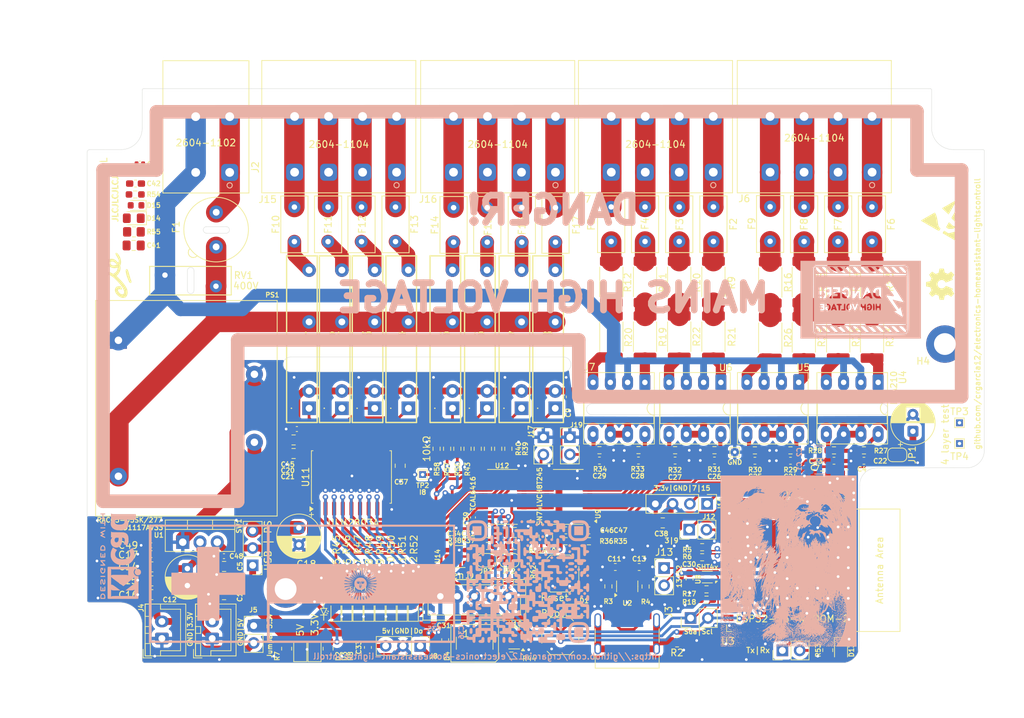
<source format=kicad_pcb>
(kicad_pcb (version 20241229) (generator "pcbnew") (generator_version "9.0")
  (title_block (title "Home Assistant module for lights control") (date "2025-08-19") (rev "20250819.26.2") (comment 1 "https://docs.rs-online.com/e49b/0900766b816e00ad.pdf") (comment 2 "https://media.distrelec.com/Web/Downloads/_t/ds/1862291_eng_tds.pdf") (comment 3 "case size: 62.8 (H) x 88.8 (W) x 138.8 (L)") (comment 4 "Board prepared for RS PRO Modular Enclosure for DIN rail 1862291"))
  (layers (0 "F.Cu" signal) (4 "In1.Cu" signal) (6 "In2.Cu" signal) (2 "B.Cu" signal) (13 "F.Paste" user) (15 "B.Paste" user) (5 "F.SilkS" user "F.Silkscreen") (7 "B.SilkS" user "B.Silkscreen") (1 "F.Mask" user) (3 "B.Mask" user) (25 "Edge.Cuts" user))
  (net 0 "")
  (net 1 "220VAC(L)")
  (net 2 "5V+")
  (net 3 "3.3V+")
  (net 4 "Net-(F1-Pad1)")
  (net 5 "Net-(F2-Pad1)")
  (net 6 "Net-(F3-Pad1)")
  (net 7 "Net-(F4-Pad1)")
  (net 8 "Net-(F5-Pad1)")
  (net 9 "Net-(J4-Pin_2)")
  (net 10 "220VAC(N)")
  (net 11 "EN")
  (net 12 "IO0")
  (net 13 "RXD0")
  (net 14 "TXD0")
  (net 15 "VBUS")
  (net 16 "GND")
  (net 17 "Net-(F2-Pad2)")
  (net 18 "Net-(F3-Pad2)")
  (net 19 "Net-(F4-Pad2)")
  (net 20 "Net-(F7-Pad1)")
  (net 21 "SDA")
  (net 22 "SCL")
  (net 23 "Net-(F8-Pad1)")
  (net 24 "Net-(F9-Pad1)")
  (net 25 "220VAC(N)-LowV")
  (net 26 "GPIO3")
  (net 27 "5V+_PS")
  (net 28 "Net-(F5-Pad2)")
  (net 29 "Net-(F6-Pad1)")
  (net 30 "Net-(D1-A)")
  (net 31 "Net-(D2-A)")
  (net 32 "Net-(D3-A)")
  (net 33 "Net-(D5-A)")
  (net 34 "Net-(D6-A)")
  (net 35 "Net-(D7-A)")
  (net 36 "GPIO9")
  (net 37 "Net-(D8-A)")
  (net 38 "Net-(D9-A)")
  (net 39 "Net-(D10-A)")
  (net 40 "Net-(D11-A)")
  (net 41 "Net-(D4-DIN)")
  (net 42 "Net-(D4-DOUT)")
  (net 43 "/ESP-D+")
  (net 44 "/ESP-D-")
  (net 45 "GPIO12")
  (net 46 "LED-GPIO")
  (net 47 "Net-(D13-A)")
  (net 48 "Net-(J3-D+-PadA6)")
  (net 49 "Net-(R15-Pad2)")
  (net 51 "Net-(R16-Pad2)")
  (net 52 "Net-(J3-CC1)")
  (net 53 "Net-(J3-SHIELD)")
  (net 54 "Net-(J3-CC2)")
  (net 56 "Net-(J3-D--PadA7)")
  (net 57 "Net-(U11-O1)")
  (net 58 "Net-(U11-O2)")
  (net 59 "Net-(U11-O3)")
  (net 60 "Net-(U11-O4)")
  (net 61 "GPIO13")
  (net 62 "Net-(U11-O5)")
  (net 63 "Net-(U11-O6)")
  (net 64 "Net-(U11-O7)")
  (net 65 "Net-(U11-O8)")
  (net 66 "Net-(R21-Pad1)")
  (net 67 "Net-(R10-Pad2)")
  (net 68 "Net-(R11-Pad2)")
  (net 69 "Net-(F10-Pad1)")
  (net 70 "Net-(F10-Pad2)")
  (net 71 "Net-(F11-Pad1)")
  (net 72 "Net-(F11-Pad2)")
  (net 73 "Net-(F12-Pad1)")
  (net 74 "Net-(F12-Pad2)")
  (net 75 "Net-(F13-Pad1)")
  (net 76 "Net-(F13-Pad2)")
  (net 77 "Net-(F14-Pad1)")
  (net 78 "Net-(F14-Pad2)")
  (net 79 "Net-(F15-Pad1)")
  (net 80 "Net-(F15-Pad2)")
  (net 81 "Net-(F16-Pad1)")
  (net 82 "Net-(F16-Pad2)")
  (net 83 "Net-(F17-Pad1)")
  (net 84 "Net-(F17-Pad2)")
  (net 85 "Net-(R12-Pad2)")
  (net 86 "Net-(R13-Pad2)")
  (net 87 "Net-(R14-Pad2)")
  (net 88 "Net-(R19-Pad2)")
  (net 89 "Net-(R20-Pad2)")
  (net 90 "Net-(R21-Pad2)")
  (net 91 "Net-(R22-Pad2)")
  (net 92 "Net-(R23-Pad2)")
  (net 93 "Net-(R24-Pad2)")
  (net 94 "Net-(R25-Pad2)")
  (net 95 "Net-(R26-Pad2)")
  (net 98 "RGBLED")
  (net 104 "GPIO7")
  (net 107 "Net-(F6-Pad2)")
  (net 108 "Net-(F7-Pad2)")
  (net 109 "Net-(F8-Pad2)")
  (net 110 "Net-(F9-Pad2)")
  (net 111 "Net-(D12-A)")
  (net 114 "GPIO15")
  (net 116 "Net-(JP1-B)")
  (net 126 "Net-(JP2-B)")
  (net 141 "Net-(U12-P04)")
  (net 142 "Net-(U12-P00)")
  (net 143 "Net-(U12-P05)")
  (net 144 "Net-(U12-P01)")
  (net 145 "Net-(U12-P06)")
  (net 146 "Net-(U12-P03)")
  (net 147 "Net-(U12-P02)")
  (net 148 "Net-(C11-Pad1)")
  (net 149 "Net-(C13-Pad1)")
  (net 150 "Net-(U9-A1)")
  (net 151 "Net-(U9-A2)")
  (net 152 "Net-(U9-A3)")
  (net 153 "Net-(U9-A4)")
  (net 154 "Net-(U9-A5)")
  (net 155 "Net-(U9-A6)")
  (net 156 "Net-(U9-A7)")
  (net 157 "VccA")
  (net 158 "Net-(J19-Pin_2)")
  (net 159 "Net-(J17-Pin_2)")
  (net 161 "TCAL_INT")
  (net 162 "Net-(U11-I1)")
  (net 163 "Net-(U11-I2)")
  (net 164 "Net-(U11-I3)")
  (net 165 "Net-(U11-I4)")
  (net 166 "Net-(U11-I5)")
  (net 167 "Net-(U11-I8)")
  (net 168 "Net-(U11-I7)")
  (net 169 "Net-(U11-I6)")
  (net 170 "Net-(JP2-A)")
  (net 171 "OUT_ENABLE")
  (net 172 "Net-(JP3-A)")
  (net 173 "Net-(U9-~{OE})")
  (net 176 "Net-(TP3-Pad1)")
  (footprint "Connector_PinHeader_2.54mm:PinHeader_1x02_P2.54mm_Vertical" (layer "F.Cu") (at 47.55 110.02)
    (property "Reference" "J5" (at -0.05 -2.32 0) (layer "F.SilkS") (effects (font (size 0.7 0.7))))
    (property "Value" "Jumper 3.3v" (at 2.35 1.48 90) (layer "F.SilkS") (effects (font (size 0.7 0.7))))
    (pad "1" thru_hole rect (at 0 0) (size 1.7 1.7) (drill 1) (layers "*.Cu" "*.Mask") (net 3 "3.3V+"))
    (pad "2" thru_hole circle (at 0 2.54) (size 1.7 1.7) (drill 1) (layers "*.Cu" "*.Mask") (net 9 "Net-(J4-Pin_2)"))
  )
  (footprint "Resistor_SMD:R_2512_6332Metric_Pad1.40x3.35mm_HandSolder" (layer "F.Cu") (at 100.151 59.4615 -90)
    (property "Reference" "R12" (at 0.0788 -2.3982 90) (layer "F.SilkS"))
    (property "Value" "150kΩ1w" (hide yes))
    (pad "1" smd roundrect (at -3.05 0 270) (size 1.4 3.35) (layers "F.Cu" "F.Mask" "F.Paste") (roundrect_rratio 0.178571) (net 8 "Net-(F5-Pad1)"))
    (pad "2" smd roundrect (at 3.05 0 270) (size 1.4 3.35) (layers "F.Cu" "F.Mask" "F.Paste") (roundrect_rratio 0.178571) (net 85 "Net-(R12-Pad2)"))
  )
  (footprint "Resistor_SMD:R_2512_6332Metric_Pad1.40x3.35mm_HandSolder" (layer "F.Cu") (at 105.104 59.4615 -90)
    (property "Reference" "R11" (at 0.1015 -2.6174 90) (layer "F.SilkS"))
    (property "Value" "150kΩ1w" (hide yes))
    (pad "1" smd roundrect (at -3.05 0 270) (size 1.4 3.35) (layers "F.Cu" "F.Mask" "F.Paste") (roundrect_rratio 0.178571) (net 7 "Net-(F4-Pad1)"))
    (pad "2" smd roundrect (at 3.05 0 270) (size 1.4 3.35) (layers "F.Cu" "F.Mask" "F.Paste") (roundrect_rratio 0.178571) (net 68 "Net-(R11-Pad2)"))
  )
  (footprint "Varistor:RV_Disc_D12mm_W4.2mm_P7.5mm" (layer "F.Cu") (at 34.5024 58.46307)
    (property "Reference" "RV1" (hide yes))
    (property "Value" "400V" (at 11.8976 1.58693 0) (layer "F.SilkS"))
    (fp_text user "${REFERENCE}" (at 11.5476 0.03693 0) (layer "F.SilkS"))
    (pad "1" thru_hole circle (at 0 0) (size 1.8 1.8) (drill 0.8) (layers "*.Cu" "*.Mask") (net 10 "220VAC(N)"))
    (pad "2" thru_hole circle (at 7.5 1.63333) (size 1.8 1.8) (drill 0.8) (layers "*.Cu" "*.Mask") (net 1 "220VAC(L)"))
  )
  (footprint "Resistor_SMD:R_2512_6332Metric_Pad1.40x3.35mm_HandSolder" (layer "F.Cu") (at 105.104 67.5133 -90)
    (property "Reference" "R19" (at 0.0507 -2.6174 90) (layer "F.SilkS"))
    (property "Value" "150kΩ1w" (hide yes))
    (pad "1" smd roundrect (at -3.05 0 270) (size 1.4 3.35) (layers "F.Cu" "F.Mask" "F.Paste") (roundrect_rratio 0.178571) (net 68 "Net-(R11-Pad2)"))
    (pad "2" smd roundrect (at 3.05 0 270) (size 1.4 3.35) (layers "F.Cu" "F.Mask" "F.Paste") (roundrect_rratio 0.178571) (net 88 "Net-(R19-Pad2)"))
  )
  (footprint "Resistor_SMD:R_2512_6332Metric_Pad1.40x3.35mm_HandSolder" (layer "F.Cu") (at 100.151 67.5133 -90)
    (property "Reference" "R20" (at 0.0808 -2.5182 270) (layer "F.SilkS"))
    (property "Value" "150kΩ1w" (hide yes))
    (pad "1" smd roundrect (at -3.05 0 270) (size 1.4 3.35) (layers "F.Cu" "F.Mask" "F.Paste") (roundrect_rratio 0.178571) (net 85 "Net-(R12-Pad2)"))
    (pad "2" smd roundrect (at 3.05 0 270) (size 1.4 3.35) (layers "F.Cu" "F.Mask" "F.Paste") (roundrect_rratio 0.178571) (net 89 "Net-(R20-Pad2)"))
  )
  (footprint "LED_SMD:LED_0805_2012Metric_Pad1.15x1.40mm_HandSolder" (layer "F.Cu") (at 54.4 113.45 90)
    (property "Reference" "D2" (at -1.06 5.6 270) (layer "F.SilkS") (effects (font (size 0.7 0.7))))
    (property "Value" "5V" (at 2.775 0 90) (layer "F.SilkS"))
    (pad "1" smd roundrect (at -1.025 0 90) (size 1.15 1.4) (layers "F.Cu" "F.Mask" "F.Paste") (roundrect_rratio 0.217391) (net 16 "GND"))
    (pad "2" smd roundrect (at 1.025 0 90) (size 1.15 1.4) (layers "F.Cu" "F.Mask" "F.Paste") (roundrect_rratio 0.217391) (net 31 "Net-(D2-A)"))
  )
  (footprint "Resistor_SMD:R_0805_2012Metric_Pad1.20x1.40mm_HandSolder" (layer "F.Cu") (at 52.4 113.4 90)
    (property "Reference" "R7" (at -1.1 -1.4 270) (layer "F.SilkS") (effects (font (size 0.7 0.7))))
    (property "Value" "100Ω" (hide yes))
    (pad "1" smd roundrect (at -1 0 90) (size 1.2 1.4) (layers "F.Cu" "F.Mask" "F.Paste") (roundrect_rratio 0.208333) (net 31 "Net-(D2-A)"))
    (pad "2" smd roundrect (at 1 0 90) (size 1.2 1.4) (layers "F.Cu" "F.Mask" "F.Paste") (roundrect_rratio 0.208333) (net 2 "5V+"))
  )
  (footprint "Connector_JST:JST_XH_B2B-XH-A_1x02_P2.50mm_Vertical" (layer "F.Cu") (at 41.45 111.8997 90)
    (property "Reference" "J1" (at 5.6997 -0.8393 180) (layer "F.SilkS") (effects (font (size 0.7 0.7))))
    (property "Value" "GND|5V" (at 0.8997 4.1607 90) (layer "F.SilkS") (effects (font (size 0.7 0.7))))
    (pad "1" thru_hole roundrect (at 0 0 90) (size 1.7 2) (drill 1) (layers "*.Cu" "*.Mask") (roundrect_rratio 0.147059) (net 16 "GND"))
    (pad "2" thru_hole oval (at 2.5 0 90) (size 1.7 2) (drill 1) (layers "*.Cu" "*.Mask") (net 2 "5V+"))
  )
  (footprint "Hamodule_Icons_Footprints:che" (layer "F.Cu") (at 27.25 58.5 90)
    (property "Reference" "G10" (hide yes))
    (property "Value" "Che" (hide yes))
  )
  (footprint "Capacitor_SMD:C_0805_2012Metric_Pad1.18x1.45mm_HandSolder" (layer "F.Cu") (at 32.4827 101.3698 180)
    (property "Reference" "C14" (at 3.3827 0.0254 180) (layer "F.SilkS"))
    (property "Value" "100nF")
    (pad "1" smd roundrect (at -1.0375 0 180) (size 1.175 1.45) (layers "F.Cu" "F.Mask" "F.Paste") (roundrect_rratio 0.212766) (net 9 "Net-(J4-Pin_2)"))
    (pad "2" smd roundrect (at 1.0375 0 180) (size 1.175 1.45) (layers "F.Cu" "F.Mask" "F.Paste") (roundrect_rratio 0.212766) (net 16 "GND"))
  )
  (footprint "Capacitor_SMD:C_0805_2012Metric_Pad1.18x1.45mm_HandSolder" (layer "F.Cu") (at 43.2 103.4 180)
    (property "Reference" "C8" (at -2.3375 -0.0381 90) (layer "F.SilkS") (effects (font (size 0.7 0.7))))
    (property "Value" "22uF")
    (pad "1" smd roundrect (at -1.0375 0 180) (size 1.175 1.45) (layers "F.Cu" "F.Mask" "F.Paste") (roundrect_rratio 0.212766) (net 2 "5V+"))
    (pad "2" smd roundrect (at 1.0375 0 180) (size 1.175 1.45) (layers "F.Cu" "F.Mask" "F.Paste") (roundrect_rratio 0.212766) (net 16 "GND"))
  )
  (footprint "Hamodule_Footprints:RAC05-05SK_277" (layer "F.Cu") (at 37.656 78.0466)
    (property "Reference" "PS1" (at 12.644 -16.66686 0) (layer "F.SilkS") (effects (font (size 0.7 0.7))))
    (property "Value" "RAC05-05SK/277" (at -8.356 16.4326 0) (layer "F.SilkS") (effects (font (size 0.7 0.7))))
    (pad "1" thru_hole rect (at -10 -10) (size 2.5 2.5) (drill 1.1) (layers "*.Cu" "*.Mask") (net 10 "220VAC(N)"))
    (pad "5" thru_hole circle (at -10 10) (size 2.5 2.5) (drill 1.1) (layers "*.Cu" "*.Mask") (net 1 "220VAC(L)"))
    (pad "7" thru_hole circle (at 10 5) (size 2.5 2.5) (drill 1.1) (layers "*.Cu" "*.Mask") (net 27 "5V+_PS"))
    (pad "9" thru_hole circle (at 10 -5) (size 2.5 2.5) (drill 1.1) (layers "*.Cu" "*.Mask") (net 16 "GND"))
  )
  (footprint "Package_TO_SOT_THT:TO-220-3_Vertical" (layer "F.Cu") (at 37.1187 97.7392)
    (property "Reference" "U1" (at -3.5187 -1.0392 0) (layer "F.SilkS") (effects (font (size 0.7 0.7))))
    (property "Value" "LD1117AV33" (at -6.1187 -2.1392 180) (layer "F.SilkS") (effects (font (size 0.7 0.7))))
    (pad "1" thru_hole rect (at 0 0) (size 1.905 2) (drill 1.1) (layers "*.Cu" "*.Mask") (net 16 "GND"))
    (pad "2" thru_hole oval (at 2.54 0) (size 1.905 2) (drill 1.1) (layers "*.Cu" "*.Mask") (net 9 "Net-(J4-Pin_2)"))
    (pad "3" thru_hole oval (at 5.08 0) (size 1.905 2) (drill 1.1) (layers "*.Cu" "*.Mask") (net 2 "5V+"))
  )
  (footprint "Hamodule_Footprints:WAGO_2604-1104" (layer "F.Cu") (at 68.5678 43.3324 180)
    (property "Reference" "J15" (at 18.9678 -4 180) (layer "F.SilkS"))
    (property "Value" "2604-1104" (at 8.499998 4.099999 180) (layer "F.SilkS"))
    (fp_text user "*" (at 0 0 180) (layer "F.SilkS"))
    (pad "1" thru_hole roundrect (at 0 0 180) (size 2.5 2.5) (drill 1.2954) (layers "*.Cu" "*.Mask") (net 76 "Net-(F13-Pad2)"))
    (pad "2" thru_hole roundrect (at 0 8.199999 180) (size 2.5 2.5) (drill 1.2954) (layers "*.Cu" "*.Mask") (net 76 "Net-(F13-Pad2)"))
    (pad "3" thru_hole roundrect (at 5 0 180) (size 2.5 2.5) (drill 1.2954) (layers "*.Cu" "*.Mask") (net 74 "Net-(F12-Pad2)"))
    (pad "4" thru_hole roundrect (at 5 8.199999 180) (size 2.5 2.5) (drill 1.2954) (layers "*.Cu" "*.Mask") (net 74 "Net-(F12-Pad2)"))
    (pad "5" thru_hole roundrect (at 10 0 180) (size 2.5 2.5) (drill 1.2954) (layers "*.Cu" "*.Mask") (net 72 "Net-(F11-Pad2)"))
    (pad "6" thru_hole roundrect (at 10 8.199999 180) (size 2.5 2.5) (drill 1.2954) (layers "*.Cu" "*.Mask") (net 72 "Net-(F11-Pad2)"))
    (pad "7" thru_hole roundrect (at 15 0 180) (size 2.5 2.5) (drill 1.2954) (layers "*.Cu" "*.Mask") (net 70 "Net-(F10-Pad2)"))
    (pad "8" thru_hole roundrect (at 15 8.199999 180) (size 2.5 2.5) (drill 1.2954) (layers "*.Cu" "*.Mask") (net 70 "Net-(F10-Pad2)"))
  )
  (footprint "Hamodule_Footprints:WAGO-2604-1102" (layer "F.Cu") (at 44.02 43.355999 180)
    (property "Reference" "J2" (at -3.78 0.755999 270) (layer "F.SilkS"))
    (property "Value" "2604-1102" (at 3.499998 4.355999 180) (layer "F.SilkS"))
    (fp_text user "*" (at 0 0 180) (layer "F.SilkS"))
    (pad "1" thru_hole roundrect (at 0 0 180) (size 2.5 2.5) (drill 1.2954) (layers "*.Cu" "*.Mask") (net 4 "Net-(F1-Pad1)"))
    (pad "2" thru_hole roundrect (at 0 8.199999 180) (size 2.5 2.5) (drill 1.2954) (layers "*.Cu" "*.Mask") (net 4 "Net-(F1-Pad1)"))
    (pad "3" thru_hole roundrect (at 5 0 180) (size 2.5 2.5) (drill 1.2954) (layers "*.Cu" "*.Mask") (net 10 "220VAC(N)"))
    (pad "4" thru_hole roundrect (at 5 8.199999 180) (size 2.5 2.5) (drill 1.2954) (layers "*.Cu" "*.Mask") (net 10 "220VAC(N)"))
  )
  (footprint "Hamodule_Footprints:WAGO_2604-1104" (layer "F.Cu") (at 115.14 43.328199 180)
    (property "Reference" "J7" (at 18.84 -3.971801 180) (layer "F.SilkS"))
    (property "Value" "2604-1104" (at 8.499998 4.099999 180) (layer "F.SilkS"))
    (fp_text user "*" (at 0 0 180) (layer "F.SilkS"))
    (pad "1" thru_hole roundrect (at 0 0 180) (size 2.5 2.5) (drill 1.2954) (layers "*.Cu" "*.Mask") (net 17 "Net-(F2-Pad2)"))
    (pad "2" thru_hole roundrect (at 0 8.199999 180) (size 2.5 2.5) (drill 1.2954) (layers "*.Cu" "*.Mask") (net 17 "Net-(F2-Pad2)"))
    (pad "3" thru_hole roundrect (at 5 0 180) (size 2.5 2.5) (drill 1.2954) (layers "*.Cu" "*.Mask") (net 18 "Net-(F3-Pad2)"))
    (pad "4" thru_hole roundrect (at 5 8.199999 180) (size 2.5 2.5) (drill 1.2954) (layers "*.Cu" "*.Mask") (net 18 "Net-(F3-Pad2)"))
    (pad "5" thru_hole roundrect (at 10 0 180) (size 2.5 2.5) (drill 1.2954) (layers "*.Cu" "*.Mask") (net 19 "Net-(F4-Pad2)"))
    (pad "6" thru_hole roundrect (at 10 8.199999 180) (size 2.5 2.5) (drill 1.2954) (layers "*.Cu" "*.Mask") (net 19 "Net-(F4-Pad2)"))
    (pad "7" thru_hole roundrect (at 15 0 180) (size 2.5 2.5) (drill 1.2954) (layers "*.Cu" "*.Mask") (net 28 "Net-(F5-Pad2)"))
    (pad "8" thru_hole roundrect (at 15 8.199999 180) (size 2.5 2.5) (drill 1.2954) (layers "*.Cu" "*.Mask") (net 28 "Net-(F5-Pad2)"))
  )
  (footprint "Fuse:Fuseholder_TR5_Littelfuse_No560_No460" (layer "F.Cu") (at 42.037 49.2252 -90)
    (property "Reference" "F1" (at 2.17 5.9 270) (layer "F.SilkS"))
    (property "Value" "250V500mA")
    (pad "1" thru_hole circle (at 0 0 270) (size 2 2) (drill 1) (layers "*.Cu" "*.Mask") (net 4 "Net-(F1-Pad1)"))
    (pad "2" thru_hole circle (at 5.08 0.01 270) (size 2 2) (drill 1) (layers "*.Cu" "*.Mask") (net 1 "220VAC(L)"))
  )
  (footprint "Package_DIP:DIP-8_W7.62mm_Socket_LongPads" (layer "F.Cu") (at 139.389178 74.236118 -90)
    (property "Reference" "U4" (at -0.736118 -3.610822 90) (layer "F.SilkS"))
    (property "Value" "LDA210")
    (pad "1" thru_hole roundrect (at 0 0 270) (size 2.4 1.6) (drill 0.8) (layers "*.Cu" "*.Mask") (roundrect_rratio 0.15625) (net 92 "Net-(R23-Pad2)"))
    (pad "2" thru_hole oval (at 0 2.54 270) (size 2.4 1.6) (drill 0.8) (layers "*.Cu" "*.Mask") (net 25 "220VAC(N)-LowV"))
    (pad "3" thru_hole oval (at 0 5.08 270) (size 2.4 1.6) (drill 0.8) (layers "*.Cu" "*.Mask") (net 25 "220VAC(N)-LowV"))
    (pad "4" thru_hole oval (at 0 7.62 270) (size 2.4 1.6) (drill 0.8) (layers "*.Cu" "*.Mask") (net 93 "Net-(R24-Pad2)"))
    (pad "5" thru_hole oval (at 7.62 7.62 270) (size 2.4 1.6) (drill 0.8) (layers "*.Cu" "*.Mask") (net 151 "Net-(U9-A2)"))
    (pad "6" thru_hole oval (at 7.62 5.08 270) (size 2.4 1.6) (drill 0.8) (layers "*.Cu" "*.Mask") (net 3 "3.3V+"))
    (pad "7" thru_hole oval (at 7.62 2.54 270) (size 2.4 1.6) (drill 0.8) (layers "*.Cu" "*.Mask") (net 3 "3.3V+"))
    (pad "8" thru_hole oval (at 7.62 0 270) (size 2.4 1.6) (drill 0.8) (layers "*.Cu" "*.Mask") (net 150 "Net-(U9-A1)"))
  )
  (footprint "Resistor_SMD:R_2512_6332Metric_Pad1.40x3.35mm_HandSolder" (layer "F.Cu") (at 115.1624 67.5133 -90)
    (property "Reference" "R21" (at 0.0234 -2.7178 90) (layer "F.SilkS"))
    (property "Value" "150kΩ1w" (hide yes))
    (pad "1" smd roundrect (at -3.05 0 270) (size 1.4 3.35) (layers "F.Cu" "F.Mask" "F.Paste") (roundrect_rratio 0.178571) (net 66 "Net-(R21-Pad1)"))
    (pad "2" smd roundrect (at 3.05 0 270) (size 1.4 3.35) (layers "F.Cu" "F.Mask" "F.Paste") (roundrect_rratio 0.178571) (net 90 "Net-(R21-Pad2)"))
  )
  (footprint "Resistor_SMD:R_2512_6332Metric_Pad1.40x3.35mm_HandSolder" (layer "F.Cu") (at 110.1332 59.4615 -90)
    (property "Reference" "R10" (at 0.1015 -2.592 90) (layer "F.SilkS"))
    (property "Value" "150kΩ1w" (hide yes))
    (pad "1" smd roundrect (at -3.05 0 270) (size 1.4 3.35) (layers "F.Cu" "F.Mask" "F.Paste") (roundrect_rratio 0.178571) (net 6 "Net-(F3-Pad1)"))
    (pad "2" smd roundrect (at 3.05 0 270) (size 1.4 3.35) (layers "F.Cu" "F.Mask" "F.Paste") (roundrect_rratio 0.178571) (net 67 "Net-(R10-Pad2)"))
  )
  (footprint "Resistor_SMD:R_2512_6332Metric_Pad1.40x3.35mm_HandSolder" (layer "F.Cu") (at 115.1624 59.4615 -90)
    (property "Reference" "R9" (at 0.132 -2.6676 90) (layer "F.SilkS"))
    (property "Value" "150kΩ1w" (hide yes))
    (pad "1" smd roundrect (at -3.05 0 270) (size 1.4 3.35) (layers "F.Cu" "F.Mask" "F.Paste") (roundrect_rratio 0.178571) (net 5 "Net-(F2-Pad1)"))
    (pad "2" smd roundrect (at 3.05 0 270) (size 1.4 3.35) (layers "F.Cu" "F.Mask" "F.Paste") (roundrect_rratio 0.178571) (net 66 "Net-(R21-Pad1)"))
  )
  (footprint "Package_DIP:DIP-8_W7.62mm_Socket_LongPads" (layer "F.Cu") (at 105.0813 74.2396 -90)
    (property "Reference" "U7" (at -2.256 8.2941 0) (layer "F.SilkS"))
    (property "Value" "LDA210" (at 0.8104 -36.6187 90) (layer "F.SilkS") (effects (font (size 0.9 0.9))))
    (pad "1" thru_hole roundrect (at 0 0 270) (size 2.4 1.6) (drill 0.8) (layers "*.Cu" "*.Mask") (roundrect_rratio 0.15625) (net 88 "Net-(R19-Pad2)"))
    (pad "2" thru_hole oval (at 0 2.54 270) (size 2.4 1.6) (drill 0.8) (layers "*.Cu" "*.Mask") (net 25 "220VAC(N)-LowV"))
    (pad "3" thru_hole oval (at 0 5.08 270) (size 2.4 1.6) (drill 0.8) (layers "*.Cu" "*.Mask") (net 25 "220VAC(N)-LowV"))
    (pad "4" thru_hole oval (at 0 7.62 270) (size 2.4 1.6) (drill 0.8) (layers "*.Cu" "*.Mask") (net 89 "Net-(R20-Pad2)"))
    (pad "5" thru_hole oval (at 7.62 7.62 270) (size 2.4 1.6) (drill 0.8) (layers "*.Cu" "*.Mask") (net 158 "Net-(J19-Pin_2)"))
    (pad "6" thru_hole oval (at 7.62 5.08 270) (size 2.4 1.6) (drill 0.8) (layers "*.Cu" "*.Mask") (net 3 "3.3V+"))
    (pad "7" thru_hole oval (at 7.62 2.54 270) (size 2.4 1.6) (drill 0.8) (layers "*.Cu" "*.Mask") (net 3 "3.3V+"))
    (pad "8" thru_hole oval (at 7.62 0 270) (size 2.4 1.6) (drill 0.8) (layers "*.Cu" "*.Mask") (net 156 "Net-(U9-A7)"))
  )
  (footprint "Package_DIP:DIP-8_W7.62mm_Socket_LongPads" (layer "F.Cu") (at 116.2573 74.2396 -90)
    (property "Reference" "U6" (at -2.1798 -0.7229 0) (layer "F.SilkS"))
    (property "Value" "LDA210" (hide yes))
    (pad "1" thru_hole roundrect (at 0 0 270) (size 2.4 1.6) (drill 0.8) (layers "*.Cu" "*.Mask") (roundrect_rratio 0.15625) (net 90 "Net-(R21-Pad2)"))
    (pad "2" thru_hole oval (at 0 2.54 270) (size 2.4 1.6) (drill 0.8) (layers "*.Cu" "*.Mask") (net 25 "220VAC(N)-LowV"))
    (pad "3" thru_hole oval (at 0 5.08 270) (size 2.4 1.6) (drill 0.8) (layers "*.Cu" "*.Mask") (net 25 "220VAC(N)-LowV"))
    (pad "4" thru_hole oval (at 0 7.62 270) (size 2.4 1.6) (drill 0.8) (layers "*.Cu" "*.Mask") (net 91 "Net-(R22-Pad2)"))
    (pad "5" thru_hole oval (at 7.62 7.62 270) (size 2.4 1.6) (drill 0.8) (layers "*.Cu" "*.Mask") (net 155 "Net-(U9-A6)"))
    (pad "6" thru_hole oval (at 7.62 5.08 270) (size 2.4 1.6) (drill 0.8) (layers "*.Cu" "*.Mask") (net 3 "3.3V+"))
    (pad "7" thru_hole oval (at 7.62 2.54 270) (size 2.4 1.6) (drill 0.8) (layers "*.Cu" "*.Mask") (net 3 "3.3V+"))
    (pad "8" thru_hole oval (at 7.62 0 270) (size 2.4 1.6) (drill 0.8) (layers "*.Cu" "*.Mask") (net 154 "Net-(U9-A5)"))
  )
  (footprint "Resistor_SMD:R_2512_6332Metric_Pad1.40x3.35mm_HandSolder" (layer "F.Cu") (at 110.1332 67.5133 -90)
    (property "Reference" "R22" (at -0.0001 -2.5666 90) (layer "F.SilkS"))
    (property "Value" "150kΩ1w" (hide yes))
    (pad "1" smd roundrect (at -3.05 0 270) (size 1.4 3.35) (layers "F.Cu" "F.Mask" "F.Paste") (roundrect_rratio 0.178571) (net 67 "Net-(R10-Pad2)"))
    (pad "2" smd roundrect (at 3.05 0 270) (size 1.4 3.35) (layers "F.Cu" "F.Mask" "F.Paste") (roundrect_rratio 0.178571) (net 91 "Net-(R22-Pad2)"))
  )
  (footprint "Resistor_SMD:R_0603_1608Metric_Pad0.98x0.95mm_HandSolder" (layer "F.Cu") (at 131.376902 89.787199)
    (property "Reference" "R1" (at -4.876902 0.612801 180) (layer "F.SilkS") (effects (font (size 0.7 0.7))))
    (property "Value" "10kΩ" (hide yes))
    (pad "1" smd roundrect (at -0.9125 0) (size 0.975 0.95) (layers "F.Cu" "F.Mask" "F.Paste") (net 11 "EN"))
    (pad "2" smd roundrect (at 0.9125 0) (size 0.975 0.95) (layers "F.Cu" "F.Mask" "F.Paste") (net 3 "3.3V+"))
  )
  (footprint "Capacitor_SMD:C_0603_1608Metric_Pad1.08x0.95mm_HandSolder" (layer "F.Cu") (at 131.364402 91.311199 180)
    (property "Reference" "C3" (at 4.864402 -0.088801 180) (layer "F.SilkS") (effects (font (size 0.7 0.7) (thickness 0.15) (bold yes))))
    (property "Value" "100nF" (hide yes))
    (pad "1" smd roundrect (at -0.8625 0 180) (size 1.075 0.95) (layers "F.Cu" "F.Mask" "F.Paste") (net 11 "EN"))
    (pad "2" smd roundrect (at 0.8625 0 180) (size 1.075 0.95) (layers "F.Cu" "F.Mask" "F.Paste") (net 16 "GND"))
  )
  (footprint "Connector_JST:JST_XH_B2B-XH-A_1x02_P2.50mm_Vertical" (layer "F.Cu") (at 34.05 111.8997 90)
    (property "Reference" "J4" (at 4.4997 -3.05 270) (layer "F.SilkS") (effects (font (size 0.7 0.7))))
    (property "Value" "GND|3.3V" (at 1.3497 4.15 270) (layer "F.SilkS") (effects (font (size 0.7 0.7))))
    (pad "1" thru_hole roundrect (at 0 0 90) (size 1.7 2) (drill 1) (layers "*.Cu" "*.Mask") (roundrect_rratio 0.147059) (net 16 "GND"))
    (pad "2" thru_hole oval (at 2.5 0 90) (size 1.7 2) (drill 1) (layers "*.Cu" "*.Mask") (net 9 "Net-(J4-Pin_2)"))
  )
  (footprint "Button_Switch_SMD:SW_SPST_SKQG_WithStem" (layer "F.Cu") (at 92.647 102.35)
    (property "Reference" "SW2" (hide yes))
    (property "Value" "Reset" (at -0.847 3.55 180) (layer "F.SilkS"))
    (pad "1" smd rect (at -3.1 -1.85) (size 1.8 1.1) (layers "F.Cu" "F.Mask" "F.Paste") (net 11 "EN"))
    (pad "1" smd rect (at 3.1 -1.85) (size 1.8 1.1) (layers "F.Cu" "F.Mask" "F.Paste") (net 11 "EN"))
    (pad "2" smd rect (at -3.1 1.85) (size 1.8 1.1) (layers "F.Cu" "F.Mask" "F.Paste") (net 16 "GND"))
    (pad "2" smd rect (at 3.1 1.85) (size 1.8 1.1) (layers "F.Cu" "F.Mask" "F.Paste") (net 16 "GND"))
    (zone (net 0) (net_name "") (layer "F.Cu") (connect_pads (clearance 0)) (min_thickness 0.254)
      (keepout (tracks not_allowed) (vias not_allowed) (pads not_allowed) (copperpour not_allowed) (footprints not_allowed))
      (fill (thermal_gap 0.508) (thermal_bridge_width 0.508))
      (polygon (pts (xy 88.647 101.05) (xy 91.647 101.05) (xy 91.647 103.65) (xy 88.647 103.65)))
    )
    (zone (net 0) (net_name "") (layer "F.Cu") (connect_pads (clearance 0)) (min_thickness 0.254)
      (keepout (tracks not_allowed) (vias not_allowed) (pads not_allowed) (copperpour not_allowed) (footprints not_allowed))
      (fill (thermal_gap 0.508) (thermal_bridge_width 0.508))
      (polygon (pts (xy 93.647 101.05) (xy 96.647 101.05) (xy 96.647 103.65) (xy 93.647 103.65)))
    )
  )
  (footprint "Button_Switch_SMD:SW_SPST_SKQG_WithStem" (layer "F.Cu") (at 92.6458 111.5526)
    (property "Reference" "SW3" (hide yes))
    (property "Value" "Boot" (at -1.1458 -3.3526 0) (layer "F.SilkS"))
    (pad "1" smd rect (at -3.1 -1.85) (size 1.8 1.1) (layers "F.Cu" "F.Mask" "F.Paste") (net 12 "IO0"))
    (pad "1" smd rect (at 3.1 -1.85) (size 1.8 1.1) (layers "F.Cu" "F.Mask" "F.Paste") (net 12 "IO0"))
    (pad "2" smd rect (at -3.1 1.85) (size 1.8 1.1) (layers "F.Cu" "F.Mask" "F.Paste") (net 16 "GND"))
    (pad "2" smd rect (at 3.1 1.85) (size 1.8 1.1) (layers "F.Cu" "F.Mask" "F.Paste") (net 16 "GND"))
    (zone (net 0) (net_name "") (layer "F.Cu") (connect_pads (clearance 0)) (min_thickness 0.254)
      (keepout (tracks not_allowed) (vias not_allowed) (pads not_allowed) (copperpour not_allowed) (footprints not_allowed))
      (fill (thermal_gap 0.508) (thermal_bridge_width 0.508))
      (polygon (pts (xy 88.6458 110.2526) (xy 91.6458 110.2526) (xy 91.6458 112.8526) (xy 88.6458 112.8526)))
    )
    (zone (net 0) (net_name "") (layer "F.Cu") (connect_pads (clearance 0)) (min_thickness 0.254)
      (keepout (tracks not_allowed) (vias not_allowed) (pads not_allowed) (copperpour not_allowed) (footprints not_allowed))
      (fill (thermal_gap 0.508) (thermal_bridge_width 0.508))
      (polygon (pts (xy 93.6458 110.2526) (xy 96.6458 110.2526) (xy 96.6458 112.8526) (xy 93.6458 112.8526)))
    )
  )
  (footprint "Connector_PinHeader_2.54mm:PinHeader_1x02_P2.54mm_Vertical" (layer "F.Cu") (at 125.305402 113.659699 90)
    (property "Reference" "J10" (hide yes))
    (property "Value" "Tx|Rx" (at 0.020099 -3.588602 180) (layer "F.SilkS") (effects (font (size 0.8 0.8))))
    (pad "1" thru_hole rect (at 0 0 90) (size 1.7 1.7) (drill 1) (layers "*.Cu" "*.Mask") (net 13 "RXD0"))
    (pad "2" thru_hole circle (at 0 2.54 90) (size 1.7 1.7) (drill 1) (layers "*.Cu" "*.Mask") (net 14 "TXD0"))
  )
  (footprint "Capacitor_SMD:C_0603_1608Metric_Pad1.08x0.95mm_HandSolder" (layer "F.Cu") (at 134.8375 89.2)
    (property "Reference" "C6" (at -5.8375 0.3 180) (layer "F.SilkS") (effects (font (size 0.7 0.7))))
    (property "Value" "100nF" (hide yes))
    (pad "1" smd roundrect (at -0.8625 0) (size 1.075 0.95) (layers "F.Cu" "F.Mask" "F.Paste") (net 3 "3.3V+"))
    (pad "2" smd roundrect (at 0.8625 0) (size 1.075 0.95) (layers "F.Cu" "F.Mask" "F.Paste") (net 16 "GND"))
  )
  (footprint "Capacitor_SMD:C_0603_1608Metric_Pad1.08x0.95mm_HandSolder" (layer "F.Cu") (at 111.655402 103.169699 -90)
    (property "Reference" "C30" (at -2.18 0.06 0) (layer "F.SilkS") (effects (font (size 0.7 0.7))))
    (property "Value" "100nF" (hide yes))
    (pad "1" smd roundrect (at -0.8625 0 270) (size 1.075 0.95) (layers "F.Cu" "F.Mask" "F.Paste") (net 3 "3.3V+"))
    (pad "2" smd roundrect (at 0.8625 0 270) (size 1.075 0.95) (layers "F.Cu" "F.Mask" "F.Paste") (net 16 "GND"))
  )
  (footprint "Connector_PinHeader_2.54mm:PinHeader_1x02_P2.54mm_Vertical" (layer "F.Cu") (at 94.05 82.3)
    (property "Reference" "J19" (at 0.95 -1.8 180) (layer "F.SilkS") (effects (font (size 0.7 0.7))))
    (property "Value" "TestPoint" (hide yes))
    (pad "1" thru_hole rect (at 0 0) (size 1.7 1.7) (drill 1) (layers "*.Cu" "*.Mask") (net 16 "GND"))
    (pad "2" thru_hole circle (at 0 2.54) (size 1.7 1.7) (drill 1) (layers "*.Cu" "*.Mask") (net 158 "Net-(J19-Pin_2)"))
  )
  (footprint "Resistor_SMD:R_0603_1608Metric_Pad0.98x0.95mm_HandSolder" (layer "F.Cu") (at 90.9875 96.9375 -90)
    (property "Reference" "R60" (at 2.0625 -0.0125 180) (layer "F.SilkS") (effects (font (size 0.7 0.7))))
    (property "Value" "10kΩ")
    (pad "1" smd roundrect (at -0.9125 0 270) (size 0.975 0.95) (layers "F.Cu" "F.Mask" "F.Paste") (net 16 "GND"))
    (pad "2" smd roundrect (at 0.9125 0 270) (size 0.975 0.95) (layers "F.Cu" "F.Mask" "F.Paste") (net 173 "Net-(U9-~{OE})"))
  )
  (footprint "Capacitor_SMD:C_0603_1608Metric_Pad1.08x0.95mm_HandSolder" (layer "F.Cu") (at 100.7375 101.389699 180)
    (property "Reference" "C11" (at 0.135402 1.189699 180) (layer "F.SilkS") (effects (font (size 0.7 0.7))))
    (property "Value" "20p")
    (pad "1" smd roundrect (at -0.8625 0 180) (size 1.075 0.95) (layers "F.Cu" "F.Mask" "F.Paste") (net 148 "Net-(C11-Pad1)"))
    (pad "2" smd roundrect (at 0.8625 0 180) (size 1.075 0.95) (layers "F.Cu" "F.Mask" "F.Paste") (net 16 "GND"))
  )
  (footprint "LED_SMD:LED_0805_2012Metric_Pad1.15x1.40mm_HandSolder" (layer "F.Cu") (at 56.5 113.45 90)
    (property "Reference" "D3" (at -1.05 4.39 270) (layer "F.SilkS") (effects (font (size 0.7 0.7))))
    (property "Value" "3.3V" (at 3.57 0.048209 90) (layer "F.SilkS"))
    (pad "1" smd roundrect (at -1.025 0 90) (size 1.15 1.4) (layers "F.Cu" "F.Mask" "F.Paste") (roundrect_rratio 0.217391) (net 16 "GND"))
    (pad "2" smd roundrect (at 1.025 0 90) (size 1.15 1.4) (layers "F.Cu" "F.Mask" "F.Paste") (roundrect_rratio 0.217391) (net 32 "Net-(D3-A)"))
  )
  (footprint "Package_SO:SOIC-18W_7.5x11.6mm_P1.27mm" (layer "F.Cu") (at 61.92 88.15 90)
    (property "Reference" "U11" (at 0 -6.73 90) (layer "F.SilkS"))
    (property "Value" "ULN2803A" (at -6.75 0.28 180) (layer "F.SilkS"))
    (pad "1" smd roundrect (at -4.65 -5.08 90) (size 2.05 0.6) (layers "F.Cu" "F.Mask" "F.Paste") (net 162 "Net-(U11-I1)"))
    (pad "2" smd roundrect (at -4.65 -3.81 90) (size 2.05 0.6) (layers "F.Cu" "F.Mask" "F.Paste") (net 163 "Net-(U11-I2)"))
    (pad "3" smd roundrect (at -4.65 -2.54 90) (size 2.05 0.6) (layers "F.Cu" "F.Mask" "F.Paste") (net 164 "Net-(U11-I3)"))
    (pad "4" smd roundrect (at -4.65 -1.27 90) (size 2.05 0.6) (layers "F.Cu" "F.Mask" "F.Paste") (net 165 "Net-(U11-I4)"))
    (pad "5" smd roundrect (at -4.65 0 90) (size 2.05 0.6) (layers "F.Cu" "F.Mask" "F.Paste") (net 166 "Net-(U11-I5)"))
    (pad "6" smd roundrect (at -4.65 1.27 90) (size 2.05 0.6) (layers "F.Cu" "F.Mask" "F.Paste") (net 169 "Net-(U11-I6)"))
    (pad "7" smd roundrect (at -4.65 2.54 90) (size 2.05 0.6) (layers "F.Cu" "F.Mask" "F.Paste") (net 168 "Net-(U11-I7)"))
    (pad "8" smd roundrect (at -4.65 3.81 90) (size 2.05 0.6) (layers "F.Cu" "F.Mask" "F.Paste") (net 167 "Net-(U11-I8)"))
    (pad "9" smd roundrect (at -4.65 5.08 90) (size 2.05 0.6) (layers "F.Cu" "F.Mask" "F.Paste") (net 16 "GND"))
    (pad "10" smd roundrect (at 4.65 5.08 90) (size 2.05 0.6) (layers "F.Cu" "F.Mask" "F.Paste") (net 2 "5V+"))
    (pad "11" smd roundrect (at 4.65 3.81 90) (size 2.05 0.6) (layers "F.Cu" "F.Mask" "F.Paste") (net 65 "Net-(U11-O8)"))
    (pad "12" smd roundrect (at 4.65 2.54 90) (size 2.05 0.6) (layers "F.Cu" "F.Mask" "F.Paste") (net 64 "Net-(U11-O7)"))
    (pad "13" smd roundrect (at 4.65 1.27 90) (size 2.05 0.6) (layers "F.Cu" "F.Mask" "F.Paste") (net 63 "Net-(U11-O6)"))
    (pad "14" smd roundrect (at 4.65 0 90) (size 2.05 0.6) (layers "F.Cu" "F.Mask" "F.Paste") (net 62 "Net-(U11-O5)"))
    (pad "15" smd roundrect (at 4.65 -1.27 90) (size 2.05 0.6) (layers "F.Cu" "F.Mask" "F.Paste") (net 60 "Net-(U11-O4)"))
    (pad "16" smd roundrect (at 4.65 -2.54 90) (size 2.05 0.6) (layers "F.Cu" "F.Mask" "F.Paste") (net 59 "Net-(U11-O3)"))
    (pad "17" smd roundrect (at 4.65 -3.81 90) (size 2.05 0.6) (layers "F.Cu" "F.Mask" "F.Paste") (net 58 "Net-(U11-O2)"))
    (pad "18" smd roundrect (at 4.65 -5.08 90) (size 2.05 0.6) (layers "F.Cu" "F.Mask" "F.Paste") (net 57 "Net-(U11-O1)"))
  )
  (footprint "Capacitor_THT:CP_Radial_D6.3mm_P2.50mm" (layer "F.Cu") (at 144.5 81.43 90)
    (property "Reference" "C19" (at 5.2 1.85 180) (layer "F.SilkS") (effects (font (size 0.7 0.7))))
    (property "Value" "10uF")
    (pad "1" thru_hole roundrect (at 0 0 90) (size 1.6 1.6) (drill 0.8) (layers "*.Cu" "*.Mask") (roundrect_rratio 0.15625) (net 116 "Net-(JP1-B)"))
    (pad "2" thru_hole circle (at 2.5 0 90) (size 1.6 1.6) (drill 0.8) (layers "*.Cu" "*.Mask") (net 16 "GND"))
  )
  (footprint "Connector_PinHeader_2.54mm:PinHeader_1x04_P2.54mm_Vertical" (layer "F.Cu") (at 114.24 92.1 -90)
    (property "Reference" "J14" (at 0 -1.96 90) (layer "F.SilkS") (effects (font (size 0.7 0.7))))
    (property "Value" "3.3v|GND|7|15" (at -2.3 3.7084 0) (layer "F.SilkS") (effects (font (size 0.7 0.7))))
    (pad "1" thru_hole rect (at 0 0 270) (size 1.7 1.7) (drill 1) (layers "*.Cu" "*.Mask") (net 114 "GPIO15"))
    (pad "2" thru_hole circle (at 0 2.54 270) (size 1.7 1.7) (drill 1) (layers "*.Cu" "*.Mask") (net 104 "GPIO7"))
    (pad "3" thru_hole circle (at 0 5.08 270) (size 1.7 1.7) (drill 1) (layers "*.Cu" "*.Mask") (net 16 "GND"))
    (pad "4" thru_hole circle (at 0 7.62 270) (size 1.7 1.7) (drill 1) (layers "*.Cu" "*.Mask") (net 3 "3.3V+"))
  )
  (footprint "Resistor_SMD:R_0603_1608Metric_Pad0.98x0.95mm_HandSolder" (layer "F.Cu") (at 61.272 104.590404 90)
    (property "Reference" "R46" (at 6.490404 -0.047496 90) (layer "F.SilkS"))
    (property "Value" "660Ω")
    (pad "1" smd roundrect (at -0.9125 0 90) (size 0.975 0.95) (layers "F.Cu" "F.Mask" "F.Paste") (net 34 "Net-(D6-A)"))
    (pad "2" smd roundrect (at 0.9125 0 90) (size 0.975 0.95) (layers "F.Cu" "F.Mask" "F.Paste") (net 163 "Net-(U11-I2)"))
  )
  (footprint "Hamodule_Footprints:WAGO_2604-1104" (layer "F.Cu") (at 138.497702 43.328199 180)
    (property "Reference" "J6" (at 18.797702 -3.88339 180) (layer "F.SilkS"))
    (property "Value" "2604-1104" (at 8.499998 5.028199 180) (layer "F.SilkS"))
    (fp_text user "*" (at 0 0 180) (layer "F.SilkS"))
    (pad "1" thru_hole roundrect (at 0 0 180) (size 2.5 2.5) (drill 1.2954) (layers "*.Cu" "*.Mask") (net 107 "Net-(F6-Pad2)"))
    (pad "2" thru_hole roundrect (at 0 8.199999 180) (size 2.5 2.5) (drill 1.2954) (layers "*.Cu" "*.Mask") (net 107 "Net-(F6-Pad2)"))
    (pad "3" thru_hole roundrect (at 5 0 180) (size 2.5 2.5) (drill 1.2954) (layers "*.Cu" "*.Mask") (net 108 "Net-(F7-Pad2)"))
    (pad "4" thru_hole roundrect (at 5 8.199999 180) (size 2.5 2.5) (drill 1.2954) (layers "*.Cu" "*.Mask") (net 108 "Net-(F7-Pad2)"))
    (pad "5" thru_hole roundrect (at 10 0 180) (size 2.5 2.5) (drill 1.2954) (layers "*.Cu" "*.Mask") (net 109 "Net-(F8-Pad2)"))
    (pad "6" thru_hole roundrect (at 10 8.199999 180) (size 2.5 2.5) (drill 1.2954) (layers "*.Cu" "*.Mask") (net 109 "Net-(F8-Pad2)"))
    (pad "7" thru_hole roundrect (at 15 0 180) (size 2.5 2.5) (drill 1.2954) (layers "*.Cu" "*.Mask") (net 110 "Net-(F9-Pad2)"))
    (pad "8" thru_hole roundrect (at 15 8.199999 180) (size 2.5 2.5) (drill 1.2954) (layers "*.Cu" "*.Mask") (net 110 "Net-(F9-Pad2)"))
  )
  (footprint "Hamodule_Footprints:WAGO_2604-1104" (layer "F.Cu") (at 91.9358 43.3324 180)
    (property "Reference" "J16" (at 18.7358 -3.9676 180) (layer "F.SilkS"))
    (property "Value" "2604-1104" (at 8.499998 4.099999 180) (layer "F.SilkS"))
    (fp_text user "*" (at 0 0 180) (layer "F.SilkS"))
    (pad "1" thru_hole roundrect (at 0 0 180) (size 2.5 2.5) (drill 1.2954) (layers "*.Cu" "*.Mask") (net 84 "Net-(F17-Pad2)"))
    (pad "2" thru_hole roundrect (at 0 8.199999 180) (size 2.5 2.5) (drill 1.2954) (layers "*.Cu" "*.Mask") (net 84 "Net-(F17-Pad2)"))
    (pad "3" thru_hole roundrect (at 5 0 180) (size 2.5 2.5) (drill 1.2954) (layers "*.Cu" "*.Mask") (net 82 "Net-(F16-Pad2)"))
    (pad "4" thru_hole roundrect (at 5 8.199999 180) (size 2.5 2.5) (drill 1.2954) (layers "*.Cu" "*.Mask") (net 82 "Net-(F16-Pad2)"))
    (pad "5" thru_hole roundrect (at 10 0 180) (size 2.5 2.5) (drill 1.2954) (layers "*.Cu" "*.Mask") (net 80 "Net-(F15-Pad2)"))
    (pad "6" thru_hole roundrect (at 10 8.199999 180) (size 2.5 2.5) (drill 1.2954) (layers "*.Cu" "*.Mask") (net 80 "Net-(F15-Pad2)"))
    (pad "7" thru_hole roundrect (at 15 0 180) (size 2.5 2.5) (drill 1.2954) (layers "*.Cu" "*.Mask") (net 78 "Net-(F14-Pad2)"))
    (pad "8" thru_hole roundrect (at 15 8.199999 180) (size 2.5 2.5) (drill 1.2954) (layers "*.Cu" "*.Mask") (net 78 "Net-(F14-Pad2)"))
  )
  (footprint "Resistor_SMD:R_0603_1608Metric_Pad0.98x0.95mm_HandSolder" (layer "F.Cu") (at 59.6464 104.588504 90)
    (property "Reference" "R45" (at 6.488504 0.078104 90) (layer "F.SilkS"))
    (property "Value" "660Ω")
    (pad "1" smd roundrect (at -0.9125 0 90) (size 0.975 0.95) (layers "F.Cu" "F.Mask" "F.Paste") (net 33 "Net-(D5-A)"))
    (pad "2" smd roundrect (at 0.9125 0 90) (size 0.975 0.95) (layers "F.Cu" "F.Mask" "F.Paste") (net 162 "Net-(U11-I1)"))
  )
  (footprint "Resistor_SMD:R_2512_6332Metric_Pad1.40x3.35mm_HandSolder" (layer "F.Cu") (at 128.4592 67.6178 -90)
    (property "Reference" "R25" (at 0 -2.62 90) (layer "F.SilkS"))
    (property "Value" "150kΩ1w")
    (pad "1" smd roundrect (at -3.05 0 270) (size 1.4 3.35) (layers "F.Cu" "F.Mask" "F.Paste") (roundrect_rratio 0.178571) (net 49 "Net-(R15-Pad2)"))
    (pad "2" smd roundrect (at 3.05 0 270) (size 1.4 3.35) (layers "F.Cu" "F.Mask" "F.Paste") (roundrect_rratio 0.178571) (net 94 "Net-(R25-Pad2)"))
  )
  (footprint "Capacitor_SMD:C_0603_1608Metric_Pad1.08x0.95mm_HandSolder" (layer "F.Cu") (at 121.262502 85.761299)
    (property "Reference" "C25" (at 0.037498 2.338701 0) (layer "F.SilkS") (effects (font (size 0.7 0.7))))
    (property "Value" "22uF")
    (pad "1" smd roundrect (at -0.8625 0) (size 1.075 0.95) (layers "F.Cu" "F.Mask" "F.Paste") (net 153 "Net-(U9-A4)"))
    (pad "2" smd roundrect (at 0.8625 0) (size 1.075 0.95) (layers "F.Cu" "F.Mask" "F.Paste") (net 16 "GND"))
  )
  (footprint "Symbol:ESD-Logo_6.6x6mm_SilkScreen" (layer "F.Cu") (at 148.6 50.6 90)
    (property "Reference" "G8" (hide yes))
    (property "Value" "Esd" (hide yes))
  )
  (footprint "Capacitor_SMD:C_0402_1005Metric" (layer "F.Cu") (at 79.8 94.1 90)
    (property "Reference" "C39" (at -0.2 -1 90) (layer "F.SilkS") (effects (font (size 0.7 0.7))))
    (property "Value" "10uF" (hide yes))
    (pad "1" smd roundrect (at -0.48 0 90) (size 0.56 0.62) (layers "F.Cu" "F.Mask" "F.Paste") (net 3 "3.3V+"))
    (pad "2" smd roundrect (at 0.48 0 90) (size 0.56 0.62) (layers "F.Cu" "F.Mask" "F.Paste") (net 16 "GND"))
  )
  (footprint "Capacitor_SMD:C_0603_1608Metric_Pad1.08x0.95mm_HandSolder" (layer "F.Cu") (at 30.175 43.4 180)
    (property "Reference" "C40" (at -2.6625 0 0) (layer "F.SilkS") (effects (font (size 0.7 0.7))))
    (property "Value" "22uF")
    (pad "1" smd roundrect (at -0.8625 0 180) (size 1.075 0.95) (layers "F.Cu" "F.Mask" "F.Paste"))
    (pad "2" smd roundrect (at 0.8625 0 180) (size 1.075 0.95) (layers "F.Cu" "F.Mask" "F.Paste"))
  )
  (footprint "Resistor_SMD:R_2512_6332Metric_Pad1.40x3.35mm_HandSolder" (layer "F.Cu") (at 128.4592 59.4858 -90)
    (property "Reference" "R15" (at 0 -2.62 90) (layer "F.SilkS"))
    (property "Value" "150kΩ1w")
    (pad "1" smd roundrect (at -3.05 0 270) (size 1.4 3.35) (layers "F.Cu" "F.Mask" "F.Paste") (roundrect_rratio 0.178571) (net 23 "Net-(F8-Pad1)"))
    (pad "2" smd roundrect (at 3.05 0 270) (size 1.4 3.35) (layers "F.Cu" "F.Mask" "F.Paste") (roundrect_rratio 0.178571) (net 49 "Net-(R15-Pad2)"))
  )
  (footprint "LED_SMD:LED_0603_1608Metric" (layer "F.Cu") (at 59.6464 107.890604 90)
    (property "Reference" "D5" (at 6.8327 0.0902 270) (layer "F.SilkS"))
    (property "Value" "LED")
    (pad "1" smd roundrect (at -0.7875 0 90) (size 0.875 0.95) (layers "F.Cu" "F.Mask" "F.Paste") (net 16 "GND"))
    (pad "2" smd roundrect (at 0.7875 0 90) (size 0.875 0.95) (layers "F.Cu" "F.Mask" "F.Paste") (net 33 "Net-(D5-A)"))
  )
  (footprint "Capacitor_SMD:C_0603_1608Metric_Pad1.08x0.95mm_HandSolder" (layer "F.Cu") (at 132.894602 85.761299)
    (property "Reference" "C23" (at -2.694602 0.065301 0) (layer "F.SilkS") (effects (font (size 0.7 0.7))))
    (property "Value" "22uF")
    (pad "1" smd roundrect (at -0.8625 0) (size 1.075 0.95) (layers "F.Cu" "F.Mask" "F.Paste") (net 151 "Net-(U9-A2)"))
    (pad "2" smd roundrect (at 0.8625 0) (size 1.075 0.95) (layers "F.Cu" "F.Mask" "F.Paste") (net 16 "GND"))
  )
  (footprint "Hamodule_Footprints:FUSE_RST-1-BULK" (layer "F.Cu") (at 81.9028 51.0794 90)
    (property "Reference" "F15" (at -0.2206 0.0972 90) (layer "F.SilkS"))
    (property "Value" "Fuse")
    (pad "1" thru_hole circle (at -2.54 0 90) (size 1.8 1.8) (drill 0.8) (layers "*.Cu" "*.Mask") (net 79 "Net-(F15-Pad1)"))
    (pad "2" thru_hole circle (at 2.54 0 90) (size 1.8 1.8) (drill 0.8) (layers "*.Cu" "*.Mask") (net 80 "Net-(F15-Pad2)"))
  )
  (footprint "Resistor_SMD:R_0805_2012Metric_Pad1.20x1.40mm_HandSolder" (layer "F.Cu") (at 58.5 113.4 90)
    (property "Reference" "R8" (at -1.1 3.28 90) (layer "F.SilkS") (effects (font (size 0.7 0.7))))
    (property "Value" "100Ω")
    (pad "1" smd roundrect (at -1 0 90) (size 1.2 1.4) (layers "F.Cu" "F.Mask" "F.Paste") (roundrect_rratio 0.208333) (net 32 "Net-(D3-A)"))
    (pad "2" smd roundrect (at 1 0 90) (size 1.2 1.4) (layers "F.Cu" "F.Mask" "F.Paste") (roundrect_rratio 0.208333) (net 3 "3.3V+"))
  )
  (footprint "Resistor_SMD:R_0603_1608Metric_Pad0.98x0.95mm_HandSolder" (layer "F.Cu") (at 83.51 84 -90)
    (property "Reference" "R40" (at 0 -2.99 90) (layer "F.SilkS") (effects (font (size 0.7 0.7))))
    (property "Value" "10kΩ")
    (pad "1" smd roundrect (at -0.9125 0 270) (size 0.975 0.95) (layers "F.Cu" "F.Mask" "F.Paste") (net 16 "GND"))
    (pad "2" smd roundrect (at 0.9125 0 270) (size 0.975 0.95) (layers "F.Cu" "F.Mask" "F.Paste") (net 163 "Net-(U11-I2)"))
  )
  (footprint "Resistor_SMD:R_0603_1608Metric_Pad0.98x0.95mm_HandSolder" (layer "F.Cu") (at 109.527126 84.21248)
    (property "Reference" "R32" (at -0.027126 2.91272 0) (layer "F.SilkS") (effects (font (size 0.7 0.7))))
    (property "Value" "10kΩ" (hide yes))
    (pad "1" smd roundrect (at -0.9125 0) (size 0.975 0.95) (layers "F.Cu" "F.Mask" "F.Paste") (net 155 "Net-(U9-A6)"))
    (pad "2" smd roundrect (at 0.9125 0) (size 0.975 0.95) (layers "F.Cu" "F.Mask" "F.Paste") (net 16 "GND"))
  )
  (footprint "Hamodule_Footprints:AQG12205" (layer "F.Cu") (at 76.787 78.0439 90)
    (property "Reference" "K5" (at 10.16 -1.05 90) (layer "F.SilkS") (effects (font (size 1.27 1.27) (thickness 0.254))))
    (property "Value" "AQG22205" (hide yes))
    (pad "1" thru_hole rect (at 0 0 90) (size 2 2) (drill 1) (layers "*.Cu" "*.Mask") (net 62 "Net-(U11-O5)"))
    (pad "2" thru_hole circle (at 2.54 0 90) (size 2 2) (drill 1) (layers "*.Cu" "*.Mask") (net 2 "5V+"))
    (pad "3" thru_hole circle (at 12.7 0 90) (size 2 2) (drill 1) (layers "*.Cu" "*.Mask") (net 1 "220VAC(L)"))
    (pad "4" thru_hole circle (at 20.32 0 90) (size 2 2) (drill 1) (layers "*.Cu" "*.Mask") (net 77 "Net-(F14-Pad1)"))
  )
  (footprint "Connector_PinHeader_2.54mm:PinHeader_1x02_P2.54mm_Vertical" (layer "F.Cu") (at 111.6 95.9 90)
    (property "Reference" "J12" (at 1.9 2.9 0) (layer "F.SilkS") (effects (font (size 0.7 0.7))))
    (property "Value" "3|9" (at -1.6 -2.6 0) (layer "F.SilkS") (effects (font (size 0.7 0.7))))
    (pad "1" thru_hole rect (at 0 0 90) (size 1.7 1.7) (drill 1) (layers "*.Cu" "*.Mask") (net 26 "GPIO3"))
    (pad "2" thru_hole circle (at 0 2.54 90) (size 1.7 1.7) (drill 1) (layers "*.Cu" "*.Mask") (net 36 "GPIO9"))
  )
  (footprint "Hamodule_Footprints:FUSE_RST-1-BULK" (layer "F.Cu") (at 105.104 50.9759 90)
    (property "Reference" "F4" (at 0.0759 -0.004 90) (layer "F.SilkS"))
    (property "Value" "Fuse")
    (pad "1" thru_hole circle (at -2.54 0 90) (size 1.8 1.8) (drill 0.8) (layers "*.Cu" "*.Mask") (net 7 "Net-(F4-Pad1)"))
    (pad "2" thru_hole circle (at 2.54 0 90) (size 1.8 1.8) (drill 0.8) (layers "*.Cu" "*.Mask") (net 19 "Net-(F4-Pad2)"))
  )
  (footprint "Resistor_SMD:R_0603_1608Metric_Pad0.98x0.95mm_HandSolder" (layer "F.Cu") (at 67.7744 104.588504 90)
    (property "Reference" "R50" (at 6.488504 0.0018 90) (layer "F.SilkS"))
    (property "Value" "660Ω" (hide yes))
    (pad "1" smd roundrect (at -0.9125 0 90) (size 0.975 0.95) (layers "F.Cu" "F.Mask" "F.Paste") (net 39 "Net-(D10-A)"))
    (pad "2" smd roundrect (at 0.9125 0 90) (size 0.975 0.95) (layers "F.Cu" "F.Mask" "F.Paste") (net 169 "Net-(U11-I6)"))
  )
  (footprint "Resistor_SMD:R_0603_1608Metric_Pad0.98x0.95mm_HandSolder" (layer "F.Cu") (at 66.1488 104.590404 90)
    (property "Reference" "R49" (at 6.453216 0.000174 90) (layer "F.SilkS"))
    (property "Value" "660Ω")
    (pad "1" smd roundrect (at -0.9125 0 90) (size 0.975 0.95) (layers "F.Cu" "F.Mask" "F.Paste") (net 38 "Net-(D9-A)"))
    (pad "2" smd roundrect (at 0.9125 0 90) (size 0.975 0.95) (layers "F.Cu" "F.Mask" "F.Paste") (net 166 "Net-(U11-I5)"))
  )
  (footprint "Resistor_SMD:R_2512_6332Metric_Pad1.40x3.35mm_HandSolder" (layer "F.Cu") (at 123.5202 67.6656 -90)
    (property "Reference" "R26" (at 0 -2.62 90) (layer "F.SilkS"))
    (property "Value" "150kΩ1w")
    (pad "1" smd roundrect (at -3.05 0 270) (size 1.4 3.35) (layers "F.Cu" "F.Mask" "F.Paste") (roundrect_rratio 0.178571) (net 51 "Net-(R16-Pad2)"))
    (pad "2" smd roundrect (at 3.05 0 270) (size 1.4 3.35) (layers "F.Cu" "F.Mask" "F.Paste") (roundrect_rratio 0.178571) (net 95 "Net-(R26-Pad2)"))
  )
  (footprint "Resistor_SMD:R_0603_1608Metric_Pad0.98x0.95mm_HandSolder" (layer "F.Cu") (at 98.400026 84.21248)
    (property "Reference" "R34" (at 0.099974 2.78752 180) (layer "F.SilkS") (effects (font (size 0.7 0.7))))
    (property "Value" "10kΩ" (hide yes))
    (pad "1" smd roundrect (at -0.9125 0) (size 0.975 0.95) (layers "F.Cu" "F.Mask" "F.Paste") (net 158 "Net-(J19-Pin_2)"))
    (pad "2" smd roundrect (at 0.9125 0) (size 0.975 0.95) (layers "F.Cu" "F.Mask" "F.Paste") (net 16 "GND"))
  )
  (footprint "Package_TO_SOT_SMD:SOT-23-5" (layer "F.Cu") (at 85.8625 111.8768 180)
    (property "Reference" "U10" (at -0.1375 2.1 0) (layer "F.SilkS") (effects (font (size 0.7 0.7))))
    (property "Value" "SN74LV1T34DBV")
    (pad "1" smd roundrect (at -1.1375 -0.95 180) (size 1.325 0.6) (layers "F.Cu" "F.Mask" "F.Paste"))
    (pad "2" smd roundrect (at -1.1375 0 180) (size 1.325 0.6) (layers "F.Cu" "F.Mask" "F.Paste") (net 98 "RGBLED"))
    (pad "3" smd roundrect (at -1.1375 0.95 180) (size 1.325 0.6) (layers "F.Cu" "F.Mask" "F.Paste") (net 16 "GND"))
    (pad "4" smd roundrect (at 1.1375 0.95 180) (size 1.325 0.6) (layers "F.Cu" "F.Mask" "F.Paste") (net 41 "Net-(D4-DIN)"))
    (pad "5" smd roundrect (at 1.1375 -0.95 180) (size 1.325 0.6) (layers "F.Cu" "F.Mask" "F.Paste") (net 2 "5V+"))
  )
  (footprint "Resistor_SMD:R_0603_1608Metric" (layer "F.Cu") (at 113.505402 98.479699 180)
    (property "Reference" "R5" (at 2.2 -0.39 0) (layer "F.SilkS") (effects (font (size 0.7 0.7))))
    (property "Value" "22Ω" (hide yes))
    (pad "1" smd roundrect (at -0.825 0 180) (size 0.8 0.95) (layers "F.Cu" "F.Mask" "F.Paste") (net 44 "/ESP-D-"))
    (pad "2" smd roundrect (at 0.825 0 180) (size 0.8 0.95) (layers "F.Cu" "F.Mask" "F.Paste") (net 148 "Net-(C11-Pad1)"))
  )
  (footprint "Capacitor_THT:CP_Radial_D6.3mm_P2.50mm" (layer "F.Cu") (at 54.2 95.617621 -90)
    (property "Reference" "C18" (at 5.3484 -1.1 0) (layer "F.SilkS"))
    (property "Value" "10uF")
    (pad "1" thru_hole roundrect (at 0 0 270) (size 1.6 1.6) (drill 0.8) (layers "*.Cu" "*.Mask") (roundrect_rratio 0.15625) (net 27 "5V+_PS"))
    (pad "2" thru_hole circle (at 2.5 0 270) (size 1.6 1.6) (drill 0.8) (layers "*.Cu" "*.Mask") (net 16 "GND"))
  )
  (footprint "Resistor_SMD:R_0603_1608Metric_Pad0.98x0.95mm_HandSolder" (layer "F.Cu") (at 137.3 84.237299)
    (property "Reference" "R27" (at 2.5 0.062701 0) (layer "F.SilkS") (effects (font (size 0.7 0.7))))
    (property "Value" "10kΩ")
    (pad "1" smd roundrect (at -0.9125 0) (size 0.975 0.95) (layers "F.Cu" "F.Mask" "F.Paste") (net 16 "GND"))
    (pad "2" smd roundrect (at 0.9125 0) (size 0.975 0.95) (layers "F.Cu" "F.Mask" "F.Paste") (net 150 "Net-(U9-A1)"))
  )
  (footprint "TestPoint:TestPoint_THTPad_1.0x1.0mm_Drill0.5mm" (layer "F.Cu") (at 72.4 87.8)
    (property "Reference" "TP2" (at 0 1.6 0) (layer "F.SilkS") (effects (font (size 0.7 0.7))))
    (property "Value" "I8" (at 0 2.6 0) (layer "F.SilkS") (effects (font (size 0.7 0.7))))
    (pad "1" thru_hole rect (at 0 0) (size 1 1) (drill 0.5) (layers "*.Cu" "*.Mask") (net 167 "Net-(U11-I8)"))
  )
  (footprint "Capacitor_SMD:C_0402_1005Metric" (layer "F.Cu") (at 30.8075 42.05)
    (property "Reference" "C50" (at 2.08 0.1 0) (layer "F.SilkS") (effects (font (size 0.7 0.7))))
    (property "Value" "10uF")
    (pad "1" smd roundrect (at -0.48 0) (size 0.56 0.62) (layers "F.Cu" "F.Mask" "F.Paste"))
    (pad "2" smd roundrect (at 0.48 0) (size 0.56 0.62) (layers "F.Cu" "F.Mask" "F.Paste"))
  )
  (footprint "Resistor_SMD:R_2512_6332Metric_Pad1.40x3.35mm_HandSolder" (layer "F.Cu") (at 123.5202 59.5356 -90)
    (property "Reference" "R16" (at 0 -2.62 90) (layer "F.SilkS"))
    (property "Value" "150kΩ1w")
    (pad "1" smd roundrect (at -3.05 0 270) (size 1.4 3.35) (layers "F.Cu" "F.Mask" "F.Paste") (roundrect_rratio 0.178571) (net 24 "Net-(F9-Pad1)"))
    (pad "2" smd roundrect (at 3.05 0 270) (size 1.4 3.35) (layers "F.Cu" "F.Mask" "F.Paste") (roundrect_rratio 0.178571) (net 51 "Net-(R16-Pad2)"))
  )
  (footprint "Resistor_SMD:R_0603_1608Metric" (layer "F.Cu") (at 113.505402 99.954699 180)
    (property "Reference" "R6" (at 2.2 0.085 0) (layer "F.SilkS") (effects (font (size 0.7 0.7))))
    (property "Value" "22Ω" (hide yes))
    (pad "1" smd roundrect (at -0.825 0 180) (size 0.8 0.95) (layers "F.Cu" "F.Mask" "F.Paste") (net 43 "/ESP-D+"))
    (pad "2" smd roundrect (at 0.825 0 180) (size 0.8 0.95) (layers "F.Cu" "F.Mask" "F.Paste") (net 149 "Net-(C13-Pad1)"))
  )
  (footprint "Hamodule_Footprints:ESP32-S3-WROOM-2" (layer "F.Cu") (at 126.855402 101.869699 -90)
    (property "Reference" "U3" (at 10.430301 9.555402 0) (layer "F.SilkS"))
    (property "Value" "ESP32-S3-WROOM-2" (at 7.130301 0.055402 0) (layer "F.SilkS"))
    (fp_text user "Antenna Area" (at 0 -12.75 270) (layer "F.SilkS"))
    (pad "1" smd rect (at -8.75 -8.26 270) (size 1.5 0.9) (layers "F.Cu" "F.Mask" "F.Paste") (net 16 "GND"))
    (pad "2" smd rect (at -8.75 -6.99 270) (size 1.5 0.9) (layers "F.Cu" "F.Mask" "F.Paste") (net 3 "3.3V+"))
    (pad "3" smd rect (at -8.75 -5.72 270) (size 1.5 0.9) (layers "F.Cu" "F.Mask" "F.Paste") (net 11 "EN"))
    (pad "4" smd rect (at -8.75 -4.45 270) (size 1.5 0.9) (layers "F.Cu" "F.Mask" "F.Paste"))
    (pad "5" smd rect (at -8.75 -3.18 270) (size 1.5 0.9) (layers "F.Cu" "F.Mask" "F.Paste"))
    (pad "6" smd rect (at -8.75 -1.91 270) (size 1.5 0.9) (layers "F.Cu" "F.Mask" "F.Paste"))
    (pad "7" smd rect (at -8.75 -0.64 270) (size 1.5 0.9) (layers "F.Cu" "F.Mask" "F.Paste") (net 104 "GPIO7"))
    (pad "8" smd rect (at -8.75 0.63 270) (size 1.5 0.9) (layers "F.Cu" "F.Mask" "F.Paste") (net 114 "GPIO15"))
    (pad "9" smd rect (at -8.75 1.9 270) (size 1.5 0.9) (layers "F.Cu" "F.Mask" "F.Paste") (net 171 "OUT_ENABLE"))
    (pad "10" smd rect (at -8.75 3.17 270) (size 1.5 0.9) (layers "F.Cu" "F.Mask" "F.Paste") (net 161 "TCAL_INT"))
    (pad "11" smd rect (at -8.75 4.44 270) (size 1.5 0.9) (layers "F.Cu" "F.Mask" "F.Paste"))
    (pad "12" smd rect (at -8.75 5.71 270) (size 1.5 0.9) (layers "F.Cu" "F.Mask" "F.Paste"))
    (pad "13" smd rect (at -8.75 6.98 270) (size 1.5 0.9) (layers "F.Cu" "F.Mask" "F.Paste") (net 44 "/ESP-D-"))
    (pad "14" smd rect (at -8.75 8.25 270) (size 1.5 0.9) (layers "F.Cu" "F.Mask" "F.Paste") (net 43 "/ESP-D+"))
    (pad "15" smd rect (at -6.985 9.5) (size 1.5 0.9) (layers "F.Cu" "F.Mask" "F.Paste") (net 26 "GPIO3"))
    (pad "16" smd rect (at -5.715 9.5) (size 1.5 0.9) (layers "F.Cu" "F.Mask" "F.Paste"))
    (pad "17" smd rect (at -4.445 9.5) (size 1.5 0.9) (layers "F.Cu" "F.Mask" "F.Paste") (net 36 "GPIO9"))
    (pad "18" smd rect (at -3.175 9.5) (size 1.5 0.9) (layers "F.Cu" "F.Mask" "F.Paste"))
    (pad "19" smd rect (at -1.905 9.5) (size 1.5 0.9) (layers "F.Cu" "F.Mask" "F.Paste"))
    (pad "20" smd rect (at -0.635 9.5) (size 1.5 0.9) (layers "F.Cu" "F.Mask" "F.Paste") (net 45 "GPIO12"))
    (pad "21" smd rect (at 0.635 9.5) (size 1.5 0.9) (layers "F.Cu" "F.Mask" "F.Paste") (net 61 "GPIO13"))
    (pad "22" smd rect (at 1.905 9.5) (size 1.5 0.9) (layers "F.Cu" "F.Mask" "F.Paste"))
    (pad "23" smd rect (at 3.175 9.5) (size 1.5 0.9) (layers "F.Cu" "F.Mask" "F.Paste"))
    (pad "24" smd rect (at 4.445 9.5) (size 1.5 0.9) (layers "F.Cu" "F.Mask" "F.Paste"))
    (pad "25" smd rect (at 5.715 9.5) (size 1.5 0.9) (layers "F.Cu" "F.Mask" "F.Paste"))
    (pad "26" smd rect (at 6.985 9.5) (size 1.5 0.9) (layers "F.Cu" "F.Mask" "F.Paste"))
    (pad "27" smd rect (at 8.75 8.25 90) (size 1.5 0.9) (layers "F.Cu" "F.Mask" "F.Paste") (net 12 "IO0"))
    (pad "28" smd rect (at 8.75 6.98 90) (size 1.5 0.9) (layers "F.Cu" "F.Mask" "F.Paste"))
    (pad "29" smd rect (at 8.75 5.71 90) (size 1.5 0.9) (layers "F.Cu" "F.Mask" "F.Paste"))
    (pad "30" smd rect (at 8.75 4.44 90) (size 1.5 0.9) (layers "F.Cu" "F.Mask" "F.Paste"))
    (pad "31" smd rect (at 8.75 3.17 90) (size 1.5 0.9) (layers "F.Cu" "F.Mask" "F.Paste") (net 98 "RGBLED"))
    (pad "32" smd rect (at 8.75 1.9 90) (size 1.5 0.9) (layers "F.Cu" "F.Mask" "F.Paste"))
    (pad "33" smd rect (at 8.75 0.63 90) (size 1.5 0.9) (layers "F.Cu" "F.Mask" "F.Paste"))
    (pad "34" smd rect (at 8.75 -0.64 90) (size 1.5 0.9) (layers "F.Cu" "F.Mask" "F.Paste") (net 22 "SCL"))
    (pad "35" smd rect (at 8.75 -1.91 90) (size 1.5 0.9) (layers "F.Cu" "F.Mask" "F.Paste") (net 21 "SDA"))
    (pad "36" smd rect (at 8.75 -3.18 90) (size 1.5 0.9) (layers "F.Cu" "F.Mask" "F.Paste") (net 13 "RXD0"))
    (pad "37" smd rect (at 8.75 -4.45 90) (size 1.5 0.9) (layers "F.Cu" "F.Mask" "F.Paste") (net 14 "TXD0"))
    (pad "38" smd rect (at 8.75 -5.72 90) (size 1.5 0.9) (layers "F.Cu" "F.Mask" "F.Paste"))
    (pad "39" smd rect (at 8.75 -6.99 90) (size 1.5 0.9) (layers "F.Cu" "F.Mask" "F.Paste") (net 46 "LED-GPIO"))
    (pad "40" smd rect (at 8.75 -8.26 90) (size 1.5 0.9) (layers "F.Cu" "F.Mask" "F.Paste") (net 16 "GND"))
    (pad "41" smd rect (at -2.86 -4.41 90) (size 1 1) (layers "F.Cu" "F.Mask" "F.Paste") (net 16 "GND"))
    (pad "41" smd rect (at -2.86 -2.91 90) (size 1 1) (layers "F.Cu" "F.Mask" "F.Paste") (net 16 "GND"))
    (pad "41" smd rect (at -2.86 -1.41 90) (size 1 1) (layers "F.Cu" "F.Mask" "F.Paste") (net 16 "GND"))
    (pad "41" smd rect (at -1.36 -4.41 90) (size 1 1) (layers "F.Cu" "F.Mask" "F.Paste") (net 16 "GND"))
    (pad "41" smd rect (at -1.36 -2.91 90) (size 1 1) (layers "F.Cu" "F.Mask" "F.Paste") (net 16 "GND"))
    (pad "41" smd rect (at -1.36 -1.41 90) (size 1 1) (layers "F.Cu" "F.Mask" "F.Paste") (net 16 "GND"))
    (pad "41" smd rect (at 0.14 -4.41 90) (size 1 1) (layers "F.Cu" "F.Mask" "F.Paste") (net 16 "GND"))
    (pad "41" smd rect (at 0.14 -2.91 90) (size 1 1) (layers "F.Cu" "F.Mask" "F.Paste") (net 16 "GND"))
    (pad "41" smd rect (at 0.14 -1.41 90) (size 1 1) (layers "F.Cu" "F.Mask" "F.Paste") (net 16 "GND"))
  )
  (footprint "Resistor_SMD:R_0603_1608Metric_Pad0.98x0.95mm_HandSolder" (layer "F.Cu") (at 85 84 -90)
    (property "Reference" "R39" (at 0 -2.5 90) (layer "F.SilkS") (effects (font (size 0.7 0.7))))
    (property "Value" "10kΩ")
    (pad "1" smd roundrect (at -0.9125 0 270) (size 0.975 0.95) (layers "F.Cu" "F.Mask" "F.Paste") (net 16 "GND"))
    (pad "2" smd roundrect (at 0.9125 0 270) (size 0.975 0.95) (layers "F.Cu" "F.Mask" "F.Paste") (net 162 "Net-(U11-I1)"))
  )
  (footprint "Resistor_SMD:R_2512_6332Metric_Pad1.40x3.35mm_HandSolder" (layer "F.Cu") (at 138.4922 59.4858 -90)
    (property "Reference" "R13" (at 0 -2.62 90) (layer "F.SilkS"))
    (property "Value" "150kΩ1w")
    (pad "1" smd roundrect (at -3.05 0 270) (size 1.4 3.35) (layers "F.Cu" "F.Mask" "F.Paste") (roundrect_rratio 0.178571) (net 29 "Net-(F6-Pad1)"))
    (pad "2" smd roundrect (at 3.05 0 270) (size 1.4 3.35) (layers "F.Cu" "F.Mask" "F.Paste") (roundrect_rratio 0.178571) (net 86 "Net-(R13-Pad2)"))
  )
  (footprint "LED_SMD:LED_0603_1608Metric" (layer "F.Cu") (at 67.7744 107.890504 90)
    (property "Reference" "D10" (at 6.6802 -0.0368 90) (layer "F.SilkS"))
    (property "Value" "LED" (hide yes))
    (pad "1" smd roundrect (at -0.7875 0 90) (size 0.875 0.95) (layers "F.Cu" "F.Mask" "F.Paste") (net 16 "GND"))
    (pad "2" smd roundrect (at 0.7875 0 90) (size 0.875 0.95) (layers "F.Cu" "F.Mask" "F.Paste") (net 39 "Net-(D10-A)"))
  )
  (footprint "Package_SO:TSSOP-24_4.4x7.8mm_P0.65mm" (layer "F.Cu") (at 84.1375 91.075 180)
    (property "Reference" "U12" (at 0.0625 4.575 0) (layer "F.SilkS") (effects (font (size 0.7 0.7))))
    (property "Value" "TCAL6416" (at 4.3375 0.475 90) (layer "F.SilkS") (effects (font (size 0.7 0.7))))
    (pad "1" smd roundrect (at -2.8625 -3.575 180) (size 1.475 0.4) (layers "F.Cu" "F.Mask" "F.Paste") (net 161 "TCAL_INT"))
    (pad "2" smd roundrect (at -2.8625 -2.925 180) (size 1.475 0.4) (layers "F.Cu" "F.Mask" "F.Paste") (net 3 "3.3V+"))
    (pad "3" smd roundrect (at -2.8625 -2.275 180) (size 1.475 0.4) (layers "F.Cu" "F.Mask" "F.Paste") (net 172 "Net-(JP3-A)"))
    (pad "4" smd roundrect (at -2.8625 -1.625 180) (size 1.475 0.4) (layers "F.Cu" "F.Mask" "F.Paste") (net 142 "Net-(U12-P00)"))
    (pad "5" smd roundrect (at -2.8625 -0.975 180) (size 1.475 0.4) (layers "F.Cu" "F.Mask" "F.Paste") (net 144 "Net-(U12-P01)"))
    (pad "6" smd roundrect (at -2.8625 -0.325 180) (size 1.475 0.4) (layers "F.Cu" "F.Mask" "F.Paste") (net 147 "Net-(U12-P02)"))
    (pad "7" smd roundrect (at -2.8625 0.325 180) (size 1.475 0.4) (layers "F.Cu" "F.Mask" "F.Paste") (net 146 "Net-(U12-P03)"))
    (pad "8" smd roundrect (at -2.8625 0.975 180) (size 1.475 0.4) (layers "F.Cu" "F.Mask" "F.Paste") (net 141 "Net-(U12-P04)"))
    (pad "9" smd roundrect (at -2.8625 1.625 180) (size 1.475 0.4) (layers "F.Cu" "F.Mask" "F.Paste") (net 143 "Net-(U12-P05)"))
    (pad "10" smd roundrect (at -2.8625 2.275 180) (size 1.475 0.4) (layers "F.Cu" "F.Mask" "F.Paste") (net 145 "Net-(U12-P06)"))
    (pad "11" smd roundrect (at -2.8625 2.925 180) (size 1.475 0.4) (layers "F.Cu" "F.Mask" "F.Paste") (net 159 "Net-(J17-Pin_2)"))
    (pad "12" smd roundrect (at -2.8625 3.575 180) (size 1.475 0.4) (layers "F.Cu" "F.Mask" "F.Paste") (net 16 "GND"))
    (pad "13" smd roundrect (at 2.8625 3.575 180) (size 1.475 0.4) (layers "F.Cu" "F.Mask" "F.Paste") (net 167 "Net-(U11-I8)"))
    (pad "14" smd roundrect (at 2.8625 2.925 180) (size 1.475 0.4) (layers "F.Cu" "F.Mask" "F.Paste") (net 168 "Net-(U11-I7)"))
    (pad "15" smd roundrect (at 2.8625 2.275 180) (size 1.475 0.4) (layers "F.Cu" "F.Mask" "F.Paste") (net 169 "Net-(U11-I6)"))
    (pad "16" smd roundrect (at 2.8625 1.625 180) (size 1.475 0.4) (layers "F.Cu" "F.Mask" "F.Paste") (net 166 "Net-(U11-I5)"))
    (pad "17" smd roundrect (at 2.8625 0.975 180) (size 1.475 0.4) (layers "F.Cu" "F.Mask" "F.Paste") (net 165 "Net-(U11-I4)"))
    (pad "18" smd roundrect (at 2.8625 0.325 180) (size 1.475 0.4) (layers "F.Cu" "F.Mask" "F.Paste") (net 164 "Net-(U11-I3)"))
    (pad "19" smd roundrect (at 2.8625 -0.325 180) (size 1.475 0.4) (layers "F.Cu" "F.Mask" "F.Paste") (net 163 "Net-(U11-I2)"))
    (pad "20" smd roundrect (at 2.8625 -0.975 180) (size 1.475 0.4) (layers "F.Cu" "F.Mask" "F.Paste") (net 162 "Net-(U11-I1)"))
    (pad "21" smd roundrect (at 2.8625 -1.625 180) (size 1.475 0.4) (layers "F.Cu" "F.Mask" "F.Paste") (net 16 "GND"))
    (pad "22" smd roundrect (at 2.8625 -2.275 180) (size 1.475 0.4) (layers "F.Cu" "F.Mask" "F.Paste") (net 22 "SCL"))
    (pad "23" smd roundrect (at 2.8625 -2.925 180) (size 1.475 0.4) (layers "F.Cu" "F.Mask" "F.Paste") (net 21 "SDA"))
    (pad "24" smd roundrect (at 2.8625 -3.575 180) (size 1.475 0.4) (layers "F.Cu" "F.Mask" "F.Paste") (net 3 "3.3V+"))
  )
  (footprint "Resistor_SMD:R_0603_1608Metric_Pad0.98x0.95mm_HandSolder" (layer "F.Cu") (at 87.6 100.9875 90)
    (property "Reference" "R62" (at -1.114817 1.075188 270) (layer "F.SilkS") (effects (font (size 0.7 0.7))))
    (property "Value" "1kΩ")
    (pad "1" smd roundrect (at -0.9125 0 90) (size 0.975 0.95) (layers "F.Cu" "F.Mask" "F.Paste") (net 170 "Net-(JP2-A)"))
    (pad "2" smd roundrect (at 0.9125 0 90) (size 0.975 0.95) (layers "F.Cu" "F.Mask" "F.Paste") (net 173 "Net-(U9-~{OE})"))
  )
  (footprint "Hamodule_Footprints:AQG12205" (layer "F.Cu") (at 81.867 78.0439 90)
    (property "Reference" "K6" (at 10.16 -1.05 90) (layer "F.SilkS") (effects (font (size 1.27 1.27) (thickness 0.254))))
    (property "Value" "AQG22205" (hide yes))
    (pad "1" thru_hole rect (at 0 0 90) (size 2 2) (drill 1) (layers "*.Cu" "*.Mask") (net 63 "Net-(U11-O6)"))
    (pad "2" thru_hole circle (at 2.54 0 90) (size 2 2) (drill 1) (layers "*.Cu" "*.Mask") (net 2 "5V+"))
    (pad "3" thru_hole circle (at 12.7 0 90) (size 2 2) (drill 1) (layers "*.Cu" "*.Mask") (net 1 "220VAC(L)"))
    (pad "4" thru_hole circle (at 20.32 0 90) (size 2 2) (drill 1) (layers "*.Cu" "*.Mask") (net 79 "Net-(F15-Pad1)"))
  )
  (footprint "Resistor_SMD:R_0603_1608Metric_Pad0.98x0.95mm_HandSolder" (layer "F.Cu") (at 85.4479 114.4168)
    (property "Reference" "R44" (at 2.6443 0.442 180) (layer "F.SilkS") (effects (font (size 0.7 0.7) (thickness 0.125))))
    (property "Value" "10kΩ")
    (pad "1" smd roundrect (at -0.9125 0) (size 0.975 0.95) (layers "F.Cu" "F.Mask" "F.Paste") (net 16 "GND"))
    (pad "2" smd roundrect (at 0.9125 0) (size 0.975 0.95) (layers "F.Cu" "F.Mask" "F.Paste") (net 98 "RGBLED"))
  )
  (footprint "Hamodule_Footprints:FUSE_RST-1-BULK" (layer "F.Cu") (at 115.1624 50.9759 90)
    (property "Reference" "F2" (at 0 2.9376 90) (layer "F.SilkS"))
    (property "Value" "Fuse")
    (pad "1" thru_hole circle (at -2.54 0 90) (size 1.8 1.8) (drill 0.8) (layers "*.Cu" "*.Mask") (net 5 "Net-(F2-Pad1)"))
    (pad "2" thru_hole circle (at 2.54 0 90) (size 1.8 1.8) (drill 0.8) (layers "*.Cu" "*.Mask") (net 17 "Net-(F2-Pad2)"))
  )
  (footprint "Connector_PinHeader_2.54mm:PinHeader_1x02_P2.54mm_Vertical" (layer "F.Cu") (at 90.15 82.31)
    (property "Reference" "J17" (at -1.85 -0.81 90) (layer "F.SilkS") (effects (font (size 0.7 0.7))))
    (property "Value" "TestPoint" (hide yes))
    (pad "1" thru_hole rect (at 0 0) (size 1.7 1.7) (drill 1) (layers "*.Cu" "*.Mask") (net 16 "GND"))
    (pad "2" thru_hole circle (at 0 2.54) (size 1.7 1.7) (drill 1) (layers "*.Cu" "*.Mask") (net 159 "Net-(J17-Pin_2)"))
  )
  (footprint "Connector_PinHeader_2.54mm:PinHeader_1x02_P2.54mm_Vertical" (layer "F.Cu") (at 107.915402 101.544699)
    (property "Reference" "J13" (at 0 -2.33 0) (layer "F.SilkS"))
    (property "Value" "13|12" (at 2.218998 1.225 90) (layer "F.SilkS") (effects (font (size 0.7 0.7))))
    (pad "1" thru_hole rect (at 0 0) (size 1.7 1.7) (drill 1) (layers "*.Cu" "*.Mask") (net 45 "GPIO12"))
    (pad "2" thru_hole circle (at 0 2.54) (size 1.7 1.7) (drill 1) (layers "*.Cu" "*.Mask") (net 61 "GPIO13"))
  )
  (footprint "Hamodule_Footprints:FUSE_RST-1-BULK" (layer "F.Cu") (at 133.5024 50.9778 90)
    (property "Reference" "F7" (at -0.0222 -0.0024 90) (layer "F.SilkS"))
    (property "Value" "Fuse")
    (pad "1" thru_hole circle (at -2.54 0 90) (size 1.8 1.8) (drill 0.8) (layers "*.Cu" "*.Mask") (net 20 "Net-(F7-Pad1)"))
    (pad "2" thru_hole circle (at 2.54 0 90) (size 1.8 1.8) (drill 0.8) (layers "*.Cu" "*.Mask") (net 108 "Net-(F7-Pad2)"))
  )
  (footprint "Capacitor_SMD:C_0603_1608Metric_Pad1.08x0.95mm_HandSolder" (layer "F.Cu") (at 75.7152 112.0652 90)
    (property "Reference" "C31" (at 2.0652 -0.2152 180) (layer "F.SilkS") (effects (font (size 0.7 0.7))))
    (property "Value" "100nF")
    (pad "1" smd roundrect (at -0.8625 0 90) (size 1.075 0.95) (layers "F.Cu" "F.Mask" "F.Paste") (net 2 "5V+"))
    (pad "2" smd roundrect (at 0.8625 0 90) (size 1.075 0.95) (layers "F.Cu" "F.Mask" "F.Paste") (net 16 "GND"))
  )
  (footprint "Connector_PinHeader_2.54mm:PinHeader_1x02_P2.54mm_Vertical" (layer "F.Cu") (at 111.8058 108.8898 90)
    (property "Reference" "J11" (hide yes))
    (property "Value" "Sda|Scl" (at -2.0102 1.1442 180) (layer "F.SilkS") (effects (font (size 0.7 0.7))))
    (pad "1" thru_hole rect (at 0 0 90) (size 1.7 1.7) (drill 1) (layers "*.Cu" "*.Mask") (net 21 "SDA"))
    (pad "2" thru_hole circle (at 0 2.54 90) (size 1.7 1.7) (drill 1) (layers "*.Cu" "*.Mask") (net 22 "SCL"))
  )
  (footprint "Resistor_SMD:R_0603_1608Metric_Pad0.98x0.95mm_HandSolder" (layer "F.Cu") (at 126.494902 84.237299)
    (property "Reference" "R29" (at 0.005098 2.862701 0) (layer "F.SilkS") (effects (font (size 0.7 0.7))))
    (property "Value" "10kΩ")
    (pad "1" smd roundrect (at -0.9125 0) (size 0.975 0.95) (layers "F.Cu" "F.Mask" "F.Paste") (net 16 "GND"))
    (pad "2" smd roundrect (at 0.9125 0) (size 0.975 0.95) (layers "F.Cu" "F.Mask" "F.Paste") (net 152 "Net-(U9-A3)"))
  )
  (footprint "TestPoint:TestPoint_THTPad_1.0x1.0mm_Drill0.5mm" (layer "F.Cu") (at 118.3 84.5)
    (property "Reference" "TP1" (hide yes))
    (property "Value" "GND" (at 0 1.4732 0) (layer "F.SilkS") (effects (font (size 0.7 0.7))))
    (pad "1" thru_hole rect (at 0 0) (size 1 1) (drill 0.5) (layers "*.Cu" "*.Mask") (net 16 "GND"))
  )
  (footprint "LED_SMD:LED_0805_2012Metric_Pad1.15x1.40mm_HandSolder" (layer "F.Cu") (at 133.9342 113.6142 -90)
    (property "Reference" "D13" (at 0.011501 -1.537398 270) (layer "F.SilkS") (effects (font (size 0.7 0.7) (thickness 0.15) (bold yes))))
    (property "Value" "LED")
    (pad "1" smd roundrect (at -1.025 0 270) (size 1.15 1.4) (layers "F.Cu" "F.Mask" "F.Paste") (roundrect_rratio 0.217391) (net 16 "GND"))
    (pad "2" smd roundrect (at 1.025 0 270) (size 1.15 1.4) (layers "F.Cu" "F.Mask" "F.Paste") (roundrect_rratio 0.217391) (net 47 "Net-(D13-A)"))
  )
  (footprint "Symbol:OSHW-Logo2_7.3x6mm_SilkScreen" (layer "F.Cu") (at 149.2 59.8 90)
    (property "Reference" "G7" (hide yes))
    (property "Value" "OSHW" (hide yes))
  )
  (footprint "TestPoint:TestPoint_THTPad_1.0x1.0mm_Drill0.5mm" (layer "F.Cu") (at 151.35 80.18)
    (property "Reference" "TP3" (at 0 -1.65 0) (layer "F.SilkS"))
    (property "Value" "4 layer test")
    (pad "1" thru_hole rect (at 0 0) (size 1 1) (drill 0.5) (layers "*.Cu" "*.Mask") (net 176 "Net-(TP3-Pad1)"))
  )
  (footprint "Capacitor_SMD:C_0805_2012Metric_Pad1.18x1.45mm_HandSolder" (layer "F.Cu") (at 82.0375 96.3 180)
    (property "Reference" "C34" (at 5 -0.2 180) (layer "F.SilkS") (effects (font (size 0.7 0.7))))
    (property "Value" "22uF")
    (pad "1" smd roundrect (at -1.0375 0 180) (size 1.175 1.45) (layers "F.Cu" "F.Mask" "F.Paste") (roundrect_rratio 0.212766) (net 3 "3.3V+"))
    (pad "2" smd roundrect (at 1.0375 0 180) (size 1.175 1.45) (layers "F.Cu" "F.Mask" "F.Paste") (roundrect_rratio 0.212766) (net 16 "GND"))
  )
  (footprint "Diode_SMD:D_SOD-323" (layer "F.Cu") (at 95.1 107.7)
    (property "Reference" "D1" (at 1.05 -1.35 180) (layer "F.SilkS") (effects (font (size 0.7 0.7))))
    (property "Value" "BAT60A" (hide yes))
    (pad "1" smd roundrect (at -1.05 0) (size 0.6 0.45) (layers "F.Cu" "F.Mask" "F.Paste") (net 15 "VBUS"))
    (pad "2" smd roundrect (at 1.05 0) (size 0.6 0.45) (layers "F.Cu" "F.Mask" "F.Paste") (net 30 "Net-(D1-A)"))
  )
  (footprint "Hamodule_Footprints:FUSE_RST-1-BULK" (layer "F.Cu") (at 128.4978 50.9778 90)
    (property "Reference" "F8" (at 0 0.0022 90) (layer "F.SilkS"))
    (property "Value" "Fuse")
    (pad "1" thru_hole circle (at -2.54 0 90) (size 1.8 1.8) (drill 0.8) (layers "*.Cu" "*.Mask") (net 23 "Net-(F8-Pad1)"))
    (pad "2" thru_hole circle (at 2.54 0 90) (size 1.8 1.8) (drill 0.8) (layers "*.Cu" "*.Mask") (net 109 "Net-(F8-Pad2)"))
  )
  (footprint "Hamodule_Footprints:FUSE_RST-1-BULK" (layer "F.Cu") (at 68.4083 50.9929 90)
    (property "Reference" "F13" (at 0 2.7917 90) (layer "F.SilkS"))
    (property "Value" "Fuse")
    (pad "1" thru_hole circle (at -2.54 0 90) (size 1.8 1.8) (drill 0.8) (layers "*.Cu" "*.Mask") (net 75 "Net-(F13-Pad1)"))
    (pad "2" thru_hole circle (at 2.54 0 90) (size 1.8 1.8) (drill 0.8) (layers "*.Cu" "*.Mask") (net 76 "Net-(F13-Pad2)"))
  )
  (footprint "Package_DIP:DIP-8_W7.62mm_Socket_LongPads" (layer "F.Cu") (at 127.705178 74.236118 -90)
    (property "Reference" "U5" (at -2.201718 -0.654222 0) (layer "F.SilkS"))
    (property "Value" "LDA210")
    (pad "1" thru_hole roundrect (at 0 0 270) (size 2.4 1.6) (drill 0.8) (layers "*.Cu" "*.Mask") (roundrect_rratio 0.15625) (net 94 "Net-(R25-Pad2)"))
    (pad "2" thru_hole oval (at 0 2.54 270) (size 2.4 1.6) (drill 0.8) (layers "*.Cu" "*.Mask") (net 25 "220VAC(N)-LowV"))
    (pad "3" thru_hole oval (at 0 5.08 270) (size 2.4 1.6) (drill 0.8) (layers "*.Cu" "*.Mask") (net 25 "220VAC(N)-LowV"))
    (pad "4" thru_hole oval (at 0 7.62 270) (size 2.4 1.6) (drill 0.8) (layers "*.Cu" "*.Mask") (net 95 "Net-(R26-Pad2)"))
    (pad "5" thru_hole oval (at 7.62 7.62 270) (size 2.4 1.6) (drill 0.8) (layers "*.Cu" "*.Mask") (net 153 "Net-(U9-A4)"))
    (pad "6" thru_hole oval (at 7.62 5.08 270) (size 2.4 1.6) (drill 0.8) (layers "*.Cu" "*.Mask") (net 3 "3.3V+"))
    (pad "7" thru_hole oval (at 7.62 2.54 270) (size 2.4 1.6) (drill 0.8) (layers "*.Cu" "*.Mask") (net 3 "3.3V+"))
    (pad "8" thru_hole oval (at 7.62 0 270) (size 2.4 1.6) (drill 0.8) (layers "*.Cu" "*.Mask") (net 152 "Net-(U9-A3)"))
  )
  (footprint "Resistor_SMD:R_2512_6332Metric_Pad1.40x3.35mm_HandSolder" (layer "F.Cu") (at 133.5138 59.4858 -90)
    (property "Reference" "R14" (at 0 -2.62 90) (layer "F.SilkS"))
    (property "Value" "150kΩ1w")
    (pad "1" smd roundrect (at -3.05 0 270) (size 1.4 3.35) (layers "F.Cu" "F.Mask" "F.Paste") (roundrect_rratio 0.178571) (net 20 "Net-(F7-Pad1)"))
    (pad "2" smd roundrect (at 3.05 0 270) (size 1.4 3.35) (layers "F.Cu" "F.Mask" "F.Paste") (roundrect_rratio 0.178571) (net 87 "Net-(R14-Pad2)"))
  )
  (footprint "Capacitor_SMD:C_0603_1608Metric_Pad1.08x0.95mm_HandSolder" (layer "F.Cu") (at 137.3 85.761299 180)
    (property "Reference" "C22" (at -2.4 -0.037301 0) (layer "F.SilkS") (effects (font (size 0.7 0.7))))
    (property "Value" "22uF")
    (pad "1" smd roundrect (at -0.8625 0 180) (size 1.075 0.95) (layers "F.Cu" "F.Mask" "F.Paste") (net 150 "Net-(U9-A1)"))
    (pad "2" smd roundrect (at 0.8625 0 180) (size 1.075 0.95) (layers "F.Cu" "F.Mask" "F.Paste") (net 16 "GND"))
  )
  (footprint "Capacitor_SMD:C_0805_2012Metric_Pad1.18x1.45mm_HandSolder" (layer "F.Cu") (at 32.4827 103.4272 180)
    (property "Reference" "C15" (at 3.4827 0.0272 0) (layer "F.SilkS"))
    (property "Value" "100nF")
    (pad "1" smd roundrect (at -1.0375 0 180) (size 1.175 1.45) (layers "F.Cu" "F.Mask" "F.Paste") (roundrect_rratio 0.212766) (net 9 "Net-(J4-Pin_2)"))
    (pad "2" smd roundrect (at 1.0375 0 180) (size 1.175 1.45) (layers "F.Cu" "F.Mask" "F.Paste") (roundrect_rratio 0.212766) (net 16 "GND"))
  )
  (footprint "Connector_PinHeader_2.54mm:PinHeader_1x03_P2.54mm_Vertical" (layer "F.Cu") (at 72.04 113 -90)
    (property "Reference" "J8" (at 1.5 -1.96 180) (layer "F.SilkS") (effects (font (size 0.7 0.7))))
    (property "Value" "5v|GND|Do" (at -2.2 2.6094 180) (layer "F.SilkS") (effects (font (size 0.7 0.7))))
    (pad "1" thru_hole rect (at 0 0 270) (size 1.7 1.7) (drill 1) (layers "*.Cu" "*.Mask") (net 42 "Net-(D4-DOUT)"))
    (pad "2" thru_hole circle (at 0 2.54 270) (size 1.7 1.7) (drill 1) (layers "*.Cu" "*.Mask") (net 16 "GND"))
    (pad "3" thru_hole circle (at 0 5.08 270) (size 1.7 1.7) (drill 1) (layers "*.Cu" "*.Mask") (net 2 "5V+"))
  )
  (footprint "Capacitor_SMD:C_0603_1608Metric_Pad1.08x0.95mm_HandSolder" (layer "F.Cu") (at 30.175 45)
    (property "Reference" "C42" (at 2.6625 0 0) (layer "F.SilkS") (effects (font (size 0.7 0.7))))
    (property "Value" "20p")
    (pad "1" smd roundrect (at -0.8625 0) (size 1.075 0.95) (layers "F.Cu" "F.Mask" "F.Paste"))
    (pad "2" smd roundrect (at 0.8625 0) (size 1.075 0.95) (layers "F.Cu" "F.Mask" "F.Paste"))
  )
  (footprint "Resistor_SMD:R_0805_2012Metric_Pad1.20x1.40mm_HandSolder" (layer "F.Cu") (at 29.9375 52.1 180)
    (property "Reference" "R55" (at -2.9 0 0) (layer "F.SilkS") (effects (font (size 0.7 0.7))))
    (property "Value" "100Ω")
    (pad "1" smd roundrect (at -1 0 180) (size 1.2 1.4) (layers "F.Cu" "F.Mask" "F.Paste") (roundrect_rratio 0.208333))
    (pad "2" smd roundrect (at 1 0 180) (size 1.2 1.4) (layers "F.Cu" "F.Mask" "F.Paste") (roundrect_rratio 0.208333))
  )
  (footprint "Capacitor_SMD:C_0402_1005Metric" (layer "F.Cu") (at 134.5 90.5)
    (property "Reference" "C44" (at -5.9 -0.1 0) (layer "F.SilkS") (effects (font (size 0.7 0.7))))
    (property "Value" "10uF")
    (pad "1" smd roundrect (at -0.48 0) (size 0.56 0.62) (layers "F.Cu" "F.Mask" "F.Paste") (net 3 "3.3V+"))
    (pad "2" smd roundrect (at 0.48 0) (size 0.56 0.62) (layers "F.Cu" "F.Mask" "F.Paste") (net 16 "GND"))
  )
  (footprint "Hamodule_Footprints:FUSE_RST-1-BULK" (layer "F.Cu") (at 76.9498 51.0794 90)
    (property "Reference" "F14" (at -0.0206 -2.7498 90) (layer "F.SilkS"))
    (property "Value" "Fuse")
    (pad "1" thru_hole circle (at -2.54 0 90) (size 1.8 1.8) (drill 0.8) (layers "*.Cu" "*.Mask") (net 77 "Net-(F14-Pad1)"))
    (pad "2" thru_hole circle (at 2.54 0 90) (size 1.8 1.8) (drill 0.8) (layers "*.Cu" "*.Mask") (net 78 "Net-(F14-Pad2)"))
  )
  (footprint "Connector_USB:USB_C_Receptacle_HRO_TYPE-C-31-M-12" (layer "F.Cu") (at 102.481402 112.375599)
    (property "Reference" "J3" (at 6.118598 -4.375599 90) (layer "F.SilkS"))
    (property "Value" "USB_C_Receptacle_USB2.0")
    (pad "" np_thru_hole circle (at -2.89 -2.6) (size 0.65 0.65) (drill 0.65) (layers "*.Cu" "*.Mask"))
    (pad "" np_thru_hole circle (at 2.89 -2.6) (size 0.65 0.65) (drill 0.65) (layers "*.Cu" "*.Mask"))
    (pad "A1" smd rect (at -3.25 -4.045) (size 0.6 1.45) (layers "F.Cu" "F.Mask" "F.Paste") (net 16 "GND"))
    (pad "A4" smd rect (at -2.45 -4.045) (size 0.6 1.45) (layers "F.Cu" "F.Mask" "F.Paste") (net 30 "Net-(D1-A)"))
    (pad "A5" smd rect (at -1.25 -4.045) (size 0.3 1.45) (layers "F.Cu" "F.Mask" "F.Paste") (net 52 "Net-(J3-CC1)"))
    (pad "A6" smd rect (at -0.25 -4.045) (size 0.3 1.45) (layers "F.Cu" "F.Mask" "F.Paste") (net 48 "Net-(J3-D+-PadA6)"))
    (pad "A7" smd rect (at 0.25 -4.045) (size 0.3 1.45) (layers "F.Cu" "F.Mask" "F.Paste") (net 56 "Net-(J3-D--PadA7)"))
    (pad "A8" smd rect (at 1.25 -4.045) (size 0.3 1.45) (layers "F.Cu" "F.Mask" "F.Paste"))
    (pad "A9" smd rect (at 2.45 -4.045) (size 0.6 1.45) (layers "F.Cu" "F.Mask" "F.Paste") (net 30 "Net-(D1-A)"))
    (pad "A12" smd rect (at 3.25 -4.045) (size 0.6 1.45) (layers "F.Cu" "F.Mask" "F.Paste") (net 16 "GND"))
    (pad "B1" smd rect (at 3.25 -4.045) (size 0.6 1.45) (layers "F.Cu" "F.Mask" "F.Paste") (net 16 "GND"))
    (pad "B4" smd rect (at 2.45 -4.045) (size 0.6 1.45) (layers "F.Cu" "F.Mask" "F.Paste") (net 30 "Net-(D1-A)"))
    (pad "B5" smd rect (at 1.75 -4.045) (size 0.3 1.45) (layers "F.Cu" "F.Mask" "F.Paste") (net 54 "Net-(J3-CC2)"))
    (pad "B6" smd rect (at 0.75 -4.045) (size 0.3 1.45) (layers "F.Cu" "F.Mask" "F.Paste") (net 48 "Net-(J3-D+-PadA6)"))
    (pad "B7" smd rect (at -0.75 -4.045) (size 0.3 1.45) (layers "F.Cu" "F.Mask" "F.Paste") (net 56 "Net-(J3-D--PadA7)"))
    (pad "B8" smd rect (at -1.75 -4.045) (size 0.3 1.45) (layers "F.Cu" "F.Mask" "F.Paste"))
    (pad "B9" smd rect (at -2.45 -4.045) (size 0.6 1.45) (layers "F.Cu" "F.Mask" "F.Paste") (net 30 "Net-(D1-A)"))
    (pad "B12" smd rect (at -3.25 -4.045) (size 0.6 1.45) (layers "F.Cu" "F.Mask" "F.Paste") (net 16 "GND"))
    (pad "S1" thru_hole oval (at -4.32 -3.13) (size 1 2.1) (drill oval 0.6 1.7) (property pad_prop_heatsink) (layers "*.Cu" "*.Mask") (net 53 "Net-(J3-SHIELD)"))
    (pad "S1" thru_hole oval (at -4.32 1.05) (size 1 1.6) (drill oval 0.6 1.2) (property pad_prop_heatsink) (layers "*.Cu" "*.Mask") (net 53 "Net-(J3-SHIELD)"))
    (pad "S1" thru_hole oval (at 4.32 -3.13) (size 1 2.1) (drill oval 0.6 1.7) (property pad_prop_heatsink) (layers "*.Cu" "*.Mask") (net 53 "Net-(J3-SHIELD)"))
    (pad "S1" thru_hole oval (at 4.32 1.05) (size 1 1.6) (drill oval 0.6 1.2) (property pad_prop_heatsink) (layers "*.Cu" "*.Mask") (net 53 "Net-(J3-SHIELD)"))
  )
  (footprint "Resistor_SMD:R_0603_1608Metric_Pad0.98x0.95mm_HandSolder" (layer "F.Cu") (at 115.318326 84.21248)
    (property "Reference" "R31" (at 0.005474 2.82824 0) (layer "F.SilkS") (effects (font (size 0.7 0.7))))
    (property "Value" "10kΩ" (hide yes))
    (pad "1" smd roundrect (at -0.9125 0) (size 0.975 0.95) (layers "F.Cu" "F.Mask" "F.Paste") (net 16 "GND"))
    (pad "2" smd roundrect (at 0.9125 0) (size 0.975 0.95) (layers "F.Cu" "F.Mask" "F.Paste") (net 154 "Net-(U9-A5)"))
  )
  (footprint "Capacitor_SMD:C_0603_1608Metric_Pad1.08x0.95mm_HandSolder" (layer "F.Cu") (at 96.8625 96)
    (property "Reference" "C47" (at 4.6375 0 0) (layer "F.SilkS") (effects (font (size 0.7 0.7))))
    (property "Value" "100nF")
    (pad "1" smd roundrect (at -0.8625 0) (size 1.075 0.95) (layers "F.Cu" "F.Mask" "F.Paste") (net 157 "VccA"))
    (pad "2" smd roundrect (at 0.8625 0) (size 1.075 0.95) (layers "F.Cu" "F.Mask" "F.Paste") (net 16 "GND"))
  )
  (footprint "Package_TO_SOT_SMD:SOT-23-5_HandSoldering" (layer "F.Cu") (at 77.75 99.85)
    (property "Reference" "U14" (at -3.15 -0.05 90) (layer "F.SilkS") (effects (font (size 0.7 0.7))))
    (property "Value" "74AHC1G04")
    (pad "1" smd roundrect (at -1.35 -0.95) (size 1.56 0.65) (layers "F.Cu" "F.Mask" "F.Paste"))
    (pad "2" smd roundrect (at -1.35 0) (size 1.56 0.65) (layers "F.Cu" "F.Mask" "F.Paste") (net 171 "OUT_ENABLE"))
    (pad "3" smd roundrect (at -1.35 0.95) (size 1.56 0.65) (layers "F.Cu" "F.Mask" "F.Paste") (net 16 "GND"))
    (pad "4" smd roundrect (at 1.35 0.95) (size 1.56 0.65) (layers "F.Cu" "F.Mask" "F.Paste") (net 126 "Net-(JP2-B)"))
    (pad "5" smd roundrect (at 1.35 -0.95) (size 1.56 0.65) (layers "F.Cu" "F.Mask" "F.Paste") (net 3 "3.3V+"))
  )
  (footprint "Connector_JST:JST_XH_B5B-XH-A_1x05_P2.50mm_Vertical" (layer "F.Cu") (at 75 105.7)
    (property "Reference" "J9" (at 4.3 -3 0) (layer "F.SilkS") (effects (font (size 0.7 0.7))))
    (property "Value" "Screen" (at 1 -3.1 180) (layer "F.SilkS"))
    (pad "1" thru_hole roundrect (at 0 0) (size 1.7 1.95) (drill 0.95) (layers "*.Cu" "*.Mask") (roundrect_rratio 0.147059) (net 2 "5V+"))
    (pad "2" thru_hole oval (at 2.5 0) (size 1.7 1.95) (drill 0.95) (layers "*.Cu" "*.Mask") (net 3 "3.3V+"))
    (pad "3" thru_hole oval (at 5 0) (size 1.7 1.95) (drill 0.95) (layers "*.Cu" "*.Mask") (net 16 "GND"))
    (pad "4" thru_hole oval (at 7.5 0) (size 1.7 1.95) (drill 0.95) (layers "*.Cu" "*.Mask") (net 22 "SCL"))
    (pad "5" thru_hole oval (at 10 0) (size 1.7 1.95) (drill 0.95) (layers "*.Cu" "*.Mask") (net 21 "SDA"))
  )
  (footprint "Resistor_SMD:R_0603_1608Metric_Pad0.98x0.95mm_HandSolder" (layer "F.Cu") (at 93.4125 97.6)
    (property "Reference" "R36" (at 6.025 0 0) (layer "F.SilkS") (effects (font (size 0.7 0.7))))
    (property "Value" "1kΩ")
    (pad "1" smd roundrect (at -0.9125 0) (size 0.975 0.95) (layers "F.Cu" "F.Mask" "F.Paste") (net 3 "3.3V+"))
    (pad "2" smd roundrect (at 0.9125 0) (size 0.975 0.95) (layers "F.Cu" "F.Mask" "F.Paste") (net 157 "VccA"))
  )
  (footprint "Resistor_SMD:R_0603_1608Metric_Pad0.98x0.95mm_HandSolder" (layer "F.Cu") (at 62.8976 104.590404 90)
    (property "Reference" "R47" (at 6.490404 -0.0114 90) (layer "F.SilkS"))
    (property "Value" "660Ω")
    (pad "1" smd roundrect (at -0.9125 0 90) (size 0.975 0.95) (layers "F.Cu" "F.Mask" "F.Paste") (net 35 "Net-(D7-A)"))
    (pad "2" smd roundrect (at 0.9125 0 90) (size 0.975 0.95) (layers "F.Cu" "F.Mask" "F.Paste") (net 164 "Net-(U11-I3)"))
  )
  (footprint "Resistor_SMD:R_0603_1608Metric_Pad0.98x0.95mm_HandSolder" (layer "F.Cu") (at 82 84 -90)
    (property "Reference" "R41" (hide yes))
    (property "Value" "10kΩ")
    (pad "1" smd roundrect (at -0.9125 0 270) (size 0.975 0.95) (layers "F.Cu" "F.Mask" "F.Paste") (net 16 "GND"))
    (pad "2" smd roundrect (at 0.9125 0 270) (size 0.975 0.95) (layers "F.Cu" "F.Mask" "F.Paste") (net 164 "Net-(U11-I3)"))
  )
  (footprint "Connector_PinHeader_2.54mm:PinHeader_1x03_P2.54mm_Vertical" (layer "F.Cu") (at 47.4 101.14 180)
    (property "Reference" "SW1" (at 2.01 5.77 90) (layer "F.SilkS") (effects (font (size 0.7 0.7))))
    (property "Value" "USB | PS" (at -2.25 2.91 90) (layer "F.SilkS"))
    (pad "1" thru_hole rect (at 0 0 180) (size 1.7 1.7) (drill 1) (layers "*.Cu" "*.Mask") (net 15 "VBUS"))
    (pad "2" thru_hole circle (at 0 2.54 180) (size 1.7 1.7) (drill 1) (layers "*.Cu" "*.Mask") (net 2 "5V+"))
    (pad "3" thru_hole circle (at 0 5.08 180) (size 1.7 1.7) (drill 1) (layers "*.Cu" "*.Mask") (net 27 "5V+_PS"))
  )
  (footprint "Capacitor_SMD:C_0603_1608Metric_Pad1.08x0.95mm_HandSolder" (layer "F.Cu") (at 109.524126 85.73648)
    (property "Reference" "C27" (at -0.024126 2.46352 0) (layer "F.SilkS") (effects (font (size 0.7 0.7))))
    (property "Value" "22uF")
    (pad "1" smd roundrect (at -0.8625 0) (size 1.075 0.95) (layers "F.Cu" "F.Mask" "F.Paste") (net 155 "Net-(U9-A6)"))
    (pad "2" smd roundrect (at 0.8625 0) (size 1.075 0.95) (layers "F.Cu" "F.Mask" "F.Paste") (net 16 "GND"))
  )
  (footprint "LED_SMD:LED_0603_1608Metric" (layer "F.Cu") (at 71.0256 107.890504 90)
    (property "Reference" "D12" (at 6.6548 0.0394 90) (layer "F.SilkS"))
    (property "Value" "LED" (hide yes))
    (pad "1" smd roundrect (at -0.7875 0 90) (size 0.875 0.95) (layers "F.Cu" "F.Mask" "F.Paste") (net 16 "GND"))
    (pad "2" smd roundrect (at 0.7875 0 90) (size 0.875 0.95) (layers "F.Cu" "F.Mask" "F.Paste") (net 111 "Net-(D12-A)"))
  )
  (footprint "Capacitor_SMD:C_0402_1005Metric" (layer "F.Cu") (at 53.9 81.1 180)
    (property "Reference" "C45" (at 1.3425 -5.2 0) (layer "F.SilkS") (effects (font (size 0.7 0.7))))
    (property "Value" "10uF")
    (pad "1" smd roundrect (at -0.48 0 180) (size 0.56 0.62) (layers "F.Cu" "F.Mask" "F.Paste") (net 2 "5V+"))
    (pad "2" smd roundrect (at 0.48 0 180) (size 0.56 0.62) (layers "F.Cu" "F.Mask" "F.Paste") (net 16 "GND"))
  )
  (footprint "Package_SO:TSSOP-24_4.4x7.8mm_P0.65mm" (layer "F.Cu") (at 93.8125 91.075 180)
    (property "Reference" "U9" (at -4.3875 -2.525 270) (layer "F.SilkS") (effects (font (size 0.7 0.7))))
    (property "Value" "SN74LVCH8T245" (at 4.2125 0.075 270) (layer "F.SilkS") (effects (font (size 0.7 0.7))))
    (pad "1" smd roundrect (at -2.8625 -3.575 180) (size 1.475 0.4) (layers "F.Cu" "F.Mask" "F.Paste") (net 157 "VccA"))
    (pad "2" smd roundrect (at -2.8625 -2.925 180) (size 1.475 0.4) (layers "F.Cu" "F.Mask" "F.Paste") (net 157 "VccA"))
    (pad "3" smd roundrect (at -2.8625 -2.275 180) (size 1.475 0.4) (layers "F.Cu" "F.Mask" "F.Paste") (net 150 "Net-(U9-A1)"))
    (pad "4" smd roundrect (at -2.8625 -1.625 180) (size 1.475 0.4) (layers "F.Cu" "F.Mask" "F.Paste") (net 151 "Net-(U9-A2)"))
    (pad "5" smd roundrect (at -2.8625 -0.975 180) (size 1.475 0.4) (layers "F.Cu" "F.Mask" "F.Paste") (net 152 "Net-(U9-A3)"))
    (pad "6" smd roundrect (at -2.8625 -0.325 180) (size 1.475 0.4) (layers "F.Cu" "F.Mask" "F.Paste") (net 153 "Net-(U9-A4)"))
    (pad "7" smd roundrect (at -2.8625 0.325 180) (size 1.475 0.4) (layers "F.Cu" "F.Mask" "F.Paste") (net 154 "Net-(U9-A5)"))
    (pad "8" smd roundrect (at -2.8625 0.975 180) (size 1.475 0.4) (layers "F.Cu" "F.Mask" "F.Paste") (net 155 "Net-(U9-A6)"))
    (pad "9" smd roundrect (at -2.8625 1.625 180) (size 1.475 0.4) (layers "F.Cu" "F.Mask" "F.Paste") (net 156 "Net-(U9-A7)"))
    (pad "10" smd roundrect (at -2.8625 2.275 180) (size 1.475 0.4) (layers "F.Cu" "F.Mask" "F.Paste") (net 158 "Net-(J19-Pin_2)"))
    (pad "11" smd roundrect (at -2.8625 2.925 180) (size 1.475 0.4) (layers "F.Cu" "F.Mask" "F.Paste") (net 16 "GND"))
    (pad "12" smd roundrect (at -2.8625 3.575 180) (size 1.475 0.4) (layers "F.Cu" "F.Mask" "F.Paste") (net 16 "GND"))
    (pad "13" smd roundrect (at 2.8625 3.575 180) (size 1.475 0.4) (layers "F.Cu" "F.Mask" "F.Paste") (net 16 "GND"))
    (pad "14" smd roundrect (at 2.8625 2.925 180) (size 1.475 0.4) (layers "F.Cu" "F.Mask" "F.Paste") (net 159 "Net-(J17-Pin_2)"))
    (pad "15" smd roundrect (at 2.8625 2.275 180) (size 1.475 0.4) (layers "F.Cu" "F.Mask" "F.Paste") (net 145 "Net-(U12-P06)"))
    (pad "16" smd roundrect (at 2.8625 1.625 180) (size 1.475 0.4) (layers "F.Cu" "F.Mask" "F.Paste") (net 143 "Net-(U12-P05)"))
    (pad "17" smd roundrect (at 2.8625 0.975 180) (size 1.475 0.4) (layers "F.Cu" "F.Mask" "F.Paste") (net 141 "Net-(U12-P04)"))
    (pad "18" smd roundrect (at 2.8625 0.325 180) (size 1.475 0.4) (layers "F.Cu" "F.Mask" "F.Paste") (net 146 "Net-(U12-P03)"))
    (pad "19" smd roundrect (at 2.8625 -0.325 180) (size 1.475 0.4) (layers "F.Cu" "F.Mask" "F.Paste") (net 147 "Net-(U12-P02)"))
    (pad "20" smd roundrect (at 2.8625 -0.975 180) (size 1.475 0.4) (layers "F.Cu" "F.Mask" "F.Paste") (net 144 "Net-(U12-P01)"))
    (pad "21" smd roundrect (at 2.8625 -1.625 180) (size 1.475 0.4) (layers "F.Cu" "F.Mask" "F.Paste") (net 142 "Net-(U12-P00)"))
    (pad "22" smd roundrect (at 2.8625 -2.275 180) (size 1.475 0.4) (layers "F.Cu" "F.Mask" "F.Paste") (net 173 "Net-(U9-~{OE})"))
    (pad "23" smd roundrect (at 2.8625 -2.925 180) (size 1.475 0.4) (layers "F.Cu" "F.Mask" "F.Paste") (net 3 "3.3V+"))
    (pad "24" smd roundrect (at 2.8625 -3.575 180) (size 1.475 0.4) (layers "F.Cu" "F.Mask" "F.Paste") (net 3 "3.3V+"))
  )
  (footprint "Resistor_SMD:R_0603_1608Metric_Pad0.98x0.95mm_HandSolder" (layer "F.Cu") (at 89 96.9125 90)
    (property "Reference" "R61" (at -2.0875 0 180) (layer "F.SilkS") (effects (font (size 0.7 0.7))))
    (property "Value" "10kΩ")
    (pad "1" smd roundrect (at -0.9125 0 90) (size 0.975 0.95) (layers "F.Cu" "F.Mask" "F.Paste") (net 3 "3.3V+"))
    (pad "2" smd roundrect (at 0.9125 0 90) (size 0.975 0.95) (layers "F.Cu" "F.Mask" "F.Paste") (net 172 "Net-(JP3-A)"))
  )
  (footprint "Capacitor_SMD:C_0603_1608Metric_Pad1.08x0.95mm_HandSolder" (layer "F.Cu") (at 104.1411 85.73648)
    (property "Reference" "C28" (at -0.1411 2.26352 180) (layer "F.SilkS") (effects (font (size 0.7 0.7))))
    (property "Value" "22uF")
    (pad "1" smd roundrect (at -0.8625 0) (size 1.075 0.95) (layers "F.Cu" "F.Mask" "F.Paste") (net 16 "GND"))
    (pad "2" smd roundrect (at 0.8625 0) (size 1.075 0.95) (layers "F.Cu" "F.Mask" "F.Paste") (net 156 "Net-(U9-A7)"))
  )
  (footprint "Capacitor_SMD:C_0805_2012Metric_Pad1.18x1.45mm_HandSolder" (layer "F.Cu") (at 43.1922 105.464 180)
    (property "Reference" "C10" (at -2.316 -0.0254 90) (layer "F.SilkS") (effects (font (size 0.7 0.7))))
    (property "Value" "100nF")
    (pad "1" smd roundrect (at -1.0375 0 180) (size 1.175 1.45) (layers "F.Cu" "F.Mask" "F.Paste") (roundrect_rratio 0.212766) (net 2 "5V+"))
    (pad "2" smd roundrect (at 1.0375 0 180) (size 1.175 1.45) (layers "F.Cu" "F.Mask" "F.Paste") (roundrect_rratio 0.212766) (net 16 "GND"))
  )
  (footprint "Hamodule_Footprints:FUSE_RST-1-BULK" (layer "F.Cu") (at 138.4808 50.9778 90)
    (property "Reference" "F6" (at 0 2.8192 90) (layer "F.SilkS"))
    (property "Value" "Fuse")
    (pad "1" thru_hole circle (at -2.54 0 90) (size 1.8 1.8) (drill 0.8) (layers "*.Cu" "*.Mask") (net 29 "Net-(F6-Pad1)"))
    (pad "2" thru_hole circle (at 2.54 0 90) (size 1.8 1.8) (drill 0.8) (layers "*.Cu" "*.Mask") (net 107 "Net-(F6-Pad2)"))
  )
  (footprint "Hamodule_Footprints:FUSE_RST-1-BULK" (layer "F.Cu") (at 110.1332 50.9759 90)
    (property "Reference" "F3" (at -0.0241 0.0668 90) (layer "F.SilkS"))
    (property "Value" "Fuse")
    (pad "1" thru_hole circle (at -2.54 0 90) (size 1.8 1.8) (drill 0.8) (layers "*.Cu" "*.Mask") (net 6 "Net-(F3-Pad1)"))
    (pad "2" thru_hole circle (at 2.54 0 90) (size 1.8 1.8) (drill 0.8) (layers "*.Cu" "*.Mask") (net 18 "Net-(F3-Pad2)"))
  )
  (footprint "Resistor_SMD:R_0603_1608Metric_Pad0.98x0.95mm_HandSolder" (layer "F.Cu") (at 121.262502 84.237299)
    (property "Reference" "R30" (at 0.037498 2.862701 0) (layer "F.SilkS") (effects (font (size 0.7 0.7))))
    (property "Value" "10kΩ")
    (pad "1" smd roundrect (at -0.9125 0) (size 0.975 0.95) (layers "F.Cu" "F.Mask" "F.Paste") (net 153 "Net-(U9-A4)"))
    (pad "2" smd roundrect (at 0.9125 0) (size 0.975 0.95) (layers "F.Cu" "F.Mask" "F.Paste") (net 16 "GND"))
  )
  (footprint "LED_SMD:LED_0805_2012Metric_Pad1.15x1.40mm_HandSolder" (layer "F.Cu") (at 29.9125 50.1 180)
    (property "Reference" "D14" (at -2.925 0 0) (layer "F.SilkS") (effects (font (size 0.7 0.7))))
    (property "Value" "C2297")
    (pad "1" smd roundrect (at -1.025 0 180) (size 1.15 1.4) (layers "F.Cu" "F.Mask" "F.Paste") (roundrect_rratio 0.217391))
    (pad "2" smd roundrect (at 1.025 0 180) (size 1.15 1.4) (layers "F.Cu" "F.Mask" "F.Paste") (roundrect_rratio 0.217391))
  )
  (footprint "LED_SMD:LED_0603_1608Metric" (layer "F.Cu") (at 61.272 107.890504 90)
    (property "Reference" "D6" (at 6.8326 0.0648 90) (layer "F.SilkS"))
    (property "Value" "LED")
    (pad "1" smd roundrect (at -0.7875 0 90) (size 0.875 0.95) (layers "F.Cu" "F.Mask" "F.Paste") (net 16 "GND"))
    (pad "2" smd roundrect (at 0.7875 0 90) (size 0.875 0.95) (layers "F.Cu" "F.Mask" "F.Paste") (net 34 "Net-(D6-A)"))
  )
  (footprint "Hamodule_Icons_Footprints:led" (layer "F.Cu") (at 58 108 -90)
    (property "Reference" "G4" (hide yes))
    (property "Value" "Led" (hide yes))
  )
  (footprint "Capacitor_SMD:C_0603_1608Metric_Pad1.08x0.95mm_HandSolder" (layer "F.Cu") (at 64.3506 113.2141 -90)
    (property "Reference" "C33" (at -0.0011 1.3506 90) (layer "F.SilkS") (effects (font (size 0.7 0.7))))
    (property "Value" "100nF")
    (pad "1" smd roundrect (at -0.8625 0 270) (size 1.075 0.95) (layers "F.Cu" "F.Mask" "F.Paste") (net 2 "5V+"))
    (pad "2" smd roundrect (at 0.8625 0 270) (size 1.075 0.95) (layers "F.Cu" "F.Mask" "F.Paste") (net 16 "GND"))
  )
  (footprint "Hamodule_Footprints:FUSE_RST-1-BULK" (layer "F.Cu") (at 86.9828 51.0794 90)
    (property "Reference" "F16" (at -0.1206 0.0172 90) (layer "F.SilkS"))
    (property "Value" "Fuse")
    (pad "1" thru_hole circle (at -2.54 0 90) (size 1.8 1.8) (drill 0.8) (layers "*.Cu" "*.Mask") (net 81 "Net-(F16-Pad1)"))
    (pad "2" thru_hole circle (at 2.54 0 90) (size 1.8 1.8) (drill 0.8) (layers "*.Cu" "*.Mask") (net 82 "Net-(F16-Pad2)"))
  )
  (footprint "Capacitor_SMD:C_0805_2012Metric_Pad1.18x1.45mm_HandSolder" (layer "F.Cu") (at 107.7125 94.9)
    (property "Reference" "C38" (at -0.2125 1.6 180) (layer "F.SilkS") (effects (font (size 0.7 0.7))))
    (property "Value" "100nF")
    (pad "1" smd roundrect (at -1.0375 0) (size 1.175 1.45) (layers "F.Cu" "F.Mask" "F.Paste") (roundrect_rratio 0.212766) (net 3 "3.3V+"))
    (pad "2" smd roundrect (at 1.0375 0) (size 1.175 1.45) (layers "F.Cu" "F.Mask" "F.Paste") (roundrect_rratio 0.212766) (net 16 "GND"))
  )
  (footprint "Resistor_SMD:R_0603_1608Metric_Pad0.98x0.95mm_HandSolder" (layer "F.Cu") (at 71.0256 104.588504 90)
    (property "Reference" "R52" (at 6.488504 0.1034 90) (layer "F.SilkS"))
    (property "Value" "660Ω" (hide yes))
    (pad "1" smd roundrect (at -0.9125 0 90) (size 0.975 0.95) (layers "F.Cu" "F.Mask" "F.Paste") (net 111 "Net-(D12-A)"))
    (pad "2" smd roundrect (at 0.9125 0 90) (size 0.975 0.95) (layers "F.Cu" "F.Mask" "F.Paste") (net 167 "Net-(U11-I8)"))
  )
  (footprint "Capacitor_SMD:C_0603_1608Metric_Pad1.08x0.95mm_HandSolder" (layer "F.Cu") (at 126.494902 85.761299)
    (property "Reference" "C24" (at 0.005098 2.338701 0) (layer "F.SilkS") (effects (font (size 0.7 0.7))))
    (property "Value" "22uF")
    (pad "1" smd roundrect (at -0.8625 0) (size 1.075 0.95) (layers "F.Cu" "F.Mask" "F.Paste") (net 16 "GND"))
    (pad "2" smd roundrect (at 0.8625 0) (size 1.075 0.95) (layers "F.Cu" "F.Mask" "F.Paste") (net 152 "Net-(U9-A3)"))
  )
  (footprint "Capacitor_SMD:C_0603_1608Metric_Pad1.08x0.95mm_HandSolder" (layer "F.Cu") (at 115.315326 85.73648 180)
    (property "Reference" "C26" (at 0.015326 -2.36352 0) (layer "F.SilkS") (effects (font (size 0.7 0.7))))
    (property "Value" "22uF")
    (pad "1" smd roundrect (at -0.8625 0 180) (size 1.075 0.95) (layers "F.Cu" "F.Mask" "F.Paste") (net 154 "Net-(U9-A5)"))
    (pad "2" smd roundrect (at 0.8625 0 180) (size 1.075 0.95) (layers "F.Cu" "F.Mask" "F.Paste") (net 16 "GND"))
  )
  (footprint "Jumper:SolderJumper-2_P1.3mm_Open_RoundedPad1.0x1.5mm" (layer "F.Cu") (at 85.15 100.4 180)
    (property "Reference" "JP2" (at 0.05 -1.6 180) (layer "F.SilkS") (effects (font (size 0.7 0.7))))
    (property "Value" "~")
    (pad "1" smd custom (at -0.65 0 180) (size 1 0.5) (layers "F.Cu" "F.Mask") (net 170 "Net-(JP2-A)") (options (clearance outline) (anchor rect)) (primitives (gr_circle (center 0 0.25) (end 0.5 0.25) (width 0) (fill yes)) (gr_circle (center 0 -0.25) (end 0.5 -0.25) (width 0) (fill yes)) (gr_poly (pts (xy 0.5 0.75) (xy 0 0.75) (xy 0 -0.75) (xy 0.5 -0.75)) (width 0) (fill yes))))
    (pad "2" smd custom (at 0.65 0 180) (size 1 0.5) (layers "F.Cu" "F.Mask") (net 126 "Net-(JP2-B)") (options (clearance outline) (anchor rect)) (primitives (gr_circle (center 0 0.25) (end 0.5 0.25) (width 0) (fill yes)) (gr_circle (center 0 -0.25) (end 0.5 -0.25) (width 0) (fill yes)) (gr_poly (pts (xy 0 0.75) (xy -0.5 0.75) (xy -0.5 -0.75) (xy 0 -0.75)) (width 0) (fill yes))))
  )
  (footprint "Capacitor_SMD:C_0805_2012Metric_Pad1.18x1.45mm_HandSolder" (layer "F.Cu") (at 69.1 86.5 -90)
    (property "Reference" "C37" (at 2.3875 -0.15 180) (layer "F.SilkS") (effects (font (size 0.7 0.7))))
    (property "Value" "100nF")
    (pad "1" smd roundrect (at -1.0375 0 270) (size 1.175 1.45) (layers "F.Cu" "F.Mask" "F.Paste") (roundrect_rratio 0.212766) (net 2 "5V+"))
    (pad "2" smd roundrect (at 1.0375 0 270) (size 1.175 1.45) (layers "F.Cu" "F.Mask" "F.Paste") (roundrect_rratio 0.212766) (net 16 "GND"))
  )
  (footprint "LED_SMD:LED_WS2812B_PLCC4_5.0x5.0mm_P3.2mm" (layer "F.Cu") (at 80.05 112.6)
    (property "Reference" "D4" (at -4.05 1.9 90) (layer "F.SilkS") (effects (font (size 0.7 0.7))))
    (property "Value" "WS2812B")
    (fp_text user "1" (at -1.25 -1.4 0) (layer "F.SilkS"))
    (pad "1" smd roundrect (at -2.45 -1.65) (size 1.5 0.9) (layers "F.Cu" "F.Mask" "F.Paste") (roundrect_rratio 0.1) (net 2 "5V+"))
    (pad "2" smd roundrect (at -2.45 1.65) (size 1.5 0.9) (layers "F.Cu" "F.Mask" "F.Paste") (roundrect_rratio 0.1) (net 42 "Net-(D4-DOUT)"))
    (pad "3" smd roundrect (at 2.45 1.65) (size 1.5 0.9) (layers "F.Cu" "F.Mask" "F.Paste") (roundrect_rratio 0.1) (net 16 "GND"))
    (pad "4" smd roundrect (at 2.45 -1.65) (size 1.5 0.9) (layers "F.Cu" "F.Mask" "F.Paste") (roundrect_rratio 0.1) (net 41 "Net-(D4-DIN)"))
  )
  (footprint "MountingHole:MountingHole_3.2mm_M3_ISO14580_Pad" (layer "F.Cu") (at 52.25 104.63)
    (property "Reference" "H5" (at 3.86 -0.21 90) (layer "F.SilkS"))
    (property "Value" "MountingHole_Pad")
    (pad "1" thru_hole circle (at 0 0) (size 5.5 5.5) (drill 3.2) (layers "*.Cu" "*.Mask"))
  )
  (footprint "Resistor_SMD:R_0603_1608Metric_Pad0.98x0.95mm_HandSolder" (layer "F.Cu") (at 74.45 84 -90)
    (property "Reference" "R58" (at 3 -0.05 90) (layer "F.SilkS") (effects (font (size 0.7 0.7))))
    (property "Value" "10kΩ" (at 0 1.45 90) (layer "F.SilkS"))
    (pad "1" smd roundrect (at -0.9125 0 270) (size 0.975 0.95) (layers "F.Cu" "F.Mask" "F.Paste") (net 16 "GND"))
    (pad "2" smd roundrect (at 0.9125 0 270) (size 0.975 0.95) (layers "F.Cu" "F.Mask" "F.Paste") (net 167 "Net-(U11-I8)"))
  )
  (footprint "Resistor_SMD:R_0603_1608Metric_Pad0.98x0.95mm_HandSolder" (layer "F.Cu") (at 96.85 97.6)
    (property "Reference" "R35" (at 4.65 0 0) (layer "F.SilkS") (effects (font (size 0.7 0.7))))
    (property "Value" "10kΩ")
    (pad "1" smd roundrect (at -0.9125 0) (size 0.975 0.95) (layers "F.Cu" "F.Mask" "F.Paste") (net 157 "VccA"))
    (pad "2" smd roundrect (at 0.9125 0) (size 0.975 0.95) (layers "F.Cu" "F.Mask" "F.Paste") (net 16 "GND"))
  )
  (footprint "Jumper:SolderJumper-2_P1.3mm_Open_RoundedPad1.0x1.5mm" (layer "F.Cu") (at 81.85 100.4 180)
    (property "Reference" "JP3" (at 0.15 -1.6 180) (layer "F.SilkS") (effects (font (size 0.7 0.7))))
    (property "Value" "Jump_Closed")
    (pad "1" smd custom (at -0.65 0 180) (size 1 0.5) (layers "F.Cu" "F.Mask") (net 172 "Net-(JP3-A)") (options (clearance outline) (anchor rect)) (primitives (gr_circle (center 0 0.25) (end 0.5 0.25) (width 0) (fill yes)) (gr_circle (center 0 -0.25) (end 0.5 -0.25) (width 0) (fill yes)) (gr_poly (pts (xy 0.5 0.75) (xy 0 0.75) (xy 0 -0.75) (xy 0.5 -0.75)) (width 0) (fill yes))))
    (pad "2" smd custom (at 0.65 0 180) (size 1 0.5) (layers "F.Cu" "F.Mask") (net 171 "OUT_ENABLE") (options (clearance outline) (anchor rect)) (primitives (gr_circle (center 0 0.25) (end 0.5 0.25) (width 0) (fill yes)) (gr_circle (center 0 -0.25) (end 0.5 -0.25) (width 0) (fill yes)) (gr_poly (pts (xy 0 0.75) (xy -0.5 0.75) (xy -0.5 -0.75) (xy 0 -0.75)) (width 0) (fill yes))))
  )
  (footprint "Resistor_SMD:R_0603_1608Metric_Pad0.98x0.95mm_HandSolder" (layer "F.Cu") (at 105.185402 104.259699 90)
    (property "Reference" "R4" (at -2.240301 0.014598 180) (layer "F.SilkS") (effects (font (size 0.7 0.7))))
    (property "Value" "5.1kΩ")
    (pad "1" smd roundrect (at -0.9125 0 90) (size 0.975 0.95) (layers "F.Cu" "F.Mask" "F.Paste") (net 54 "Net-(J3-CC2)"))
    (pad "2" smd roundrect (at 0.9125 0 90) (size 0.975 0.95) (layers "F.Cu" "F.Mask" "F.Paste") (net 16 "GND"))
  )
  (footprint "Capacitor_SMD:C_0402_1005Metric" (layer "F.Cu") (at 32.48 98.2 180)
    (property "Reference" "C49" (at 3.3827 0 0) (layer "F.SilkS"))
    (property "Value" "10uF")
    (pad "1" smd roundrect (at -0.48 0 180) (size 0.56 0.62) (layers "F.Cu" "F.Mask" "F.Paste") (net 9 "Net-(J4-Pin_2)"))
    (pad "2" smd roundrect (at 0.48 0 180) (size 0.56 0.62) (layers "F.Cu" "F.Mask" "F.Paste") (net 16 "GND"))
  )
  (footprint "Resistor_SMD:R_0603_1608Metric_Pad0.98x0.95mm_HandSolder" (layer "F.Cu") (at 69.4 104.588504 90)
    (property "Reference" "R51" (at 6.45163 -0.001518 90) (layer "F.SilkS"))
    (property "Value" "660Ω" (hide yes))
    (pad "1" smd roundrect (at -0.9125 0 90) (size 0.975 0.95) (layers "F.Cu" "F.Mask" "F.Paste") (net 40 "Net-(D11-A)"))
    (pad "2" smd roundrect (at 0.9125 0 90) (size 0.975 0.95) (layers "F.Cu" "F.Mask" "F.Paste") (net 168 "Net-(U11-I7)"))
  )
  (footprint "Capacitor_SMD:C_0603_1608Metric_Pad1.08x0.95mm_HandSolder" (layer "F.Cu") (at 93.4625 96)
    (property "Reference" "C46" (at 6.0375 0 0) (layer "F.SilkS") (effects (font (size 0.7 0.7))))
    (property "Value" "100nF" (hide yes))
    (pad "1" smd roundrect (at -0.8625 0) (size 1.075 0.95) (layers "F.Cu" "F.Mask" "F.Paste") (net 3 "3.3V+"))
    (pad "2" smd roundrect (at 0.8625 0) (size 1.075 0.95) (layers "F.Cu" "F.Mask" "F.Paste") (net 16 "GND"))
  )
  (footprint "Capacitor_SMD:C_0603_1608Metric_Pad1.08x0.95mm_HandSolder" (layer "F.Cu") (at 32.4625 99.5 180)
    (property "Reference" "C17" (at 3.3827 -0.1 0) (layer "F.SilkS"))
    (property "Value" "20p")
    (pad "1" smd roundrect (at -0.8625 0 180) (size 1.075 0.95) (layers "F.Cu" "F.Mask" "F.Paste") (net 9 "Net-(J4-Pin_2)"))
    (pad "2" smd roundrect (at 0.8625 0 180) (size 1.075 0.95) (layers "F.Cu" "F.Mask" "F.Paste") (net 16 "GND"))
  )
  (footprint "Hamodule_Footprints:AQG12205" (layer "F.Cu") (at 55.6943 78.0439 90)
    (property "Reference" "K1" (at 10.16 -1.05 90) (layer "F.SilkS") (effects (font (size 1.27 1.27) (thickness 0.254))))
    (property "Value" "AQG22205" (hide yes))
    (pad "1" thru_hole rect (at 0 0 90) (size 2 2) (drill 1) (layers "*.Cu" "*.Mask") (net 57 "Net-(U11-O1)"))
    (pad "2" thru_hole circle (at 2.54 0 90) (size 2 2) (drill 1) (layers "*.Cu" "*.Mask") (net 2 "5V+"))
    (pad "3" thru_hole circle (at 12.7 0 90) (size 2 2) (drill 1) (layers "*.Cu" "*.Mask") (net 1 "220VAC(L)"))
    (pad "4" thru_hole circle (at 20.32 0 90) (size 2 2) (drill 1) (layers "*.Cu" "*.Mask") (net 69 "Net-(F10-Pad1)"))
  )
  (footprint "Hamodule_Footprints:AQG12205" (layer "F.Cu") (at 60.5203 78.0439 90)
    (property "Reference" "K2" (at 10.16 -1.05 90) (layer "F.SilkS") (effects (font (size 1.27 1.27) (thickness 0.254))))
    (property "Value" "AQG22205" (hide yes))
    (pad "1" thru_hole rect (at 0 0 90) (size 2 2) (drill 1) (layers "*.Cu" "*.Mask") (net 58 "Net-(U11-O2)"))
    (pad "2" thru_hole circle (at 2.54 0 90) (size 2 2) (drill 1) (layers "*.Cu" "*.Mask") (net 2 "5V+"))
    (pad "3" thru_hole circle (at 12.7 0 90) (size 2 2) (drill 1) (layers "*.Cu" "*.Mask") (net 1 "220VAC(L)"))
    (pad "4" thru_hole circle (at 20.32 0 90) (size 2 2) (drill 1) (layers "*.Cu" "*.Mask") (net 71 "Net-(F11-Pad1)"))
  )
  (footprint "Hamodule_Footprints:FUSE_RST-1-BULK" (layer "F.Cu") (at 58.4883 50.9929 90)
    (property "Reference" "F11" (at 0 0.0117 90) (layer "F.SilkS"))
    (property "Value" "Fuse")
    (pad "1" thru_hole circle (at -2.54 0 90) (size 1.8 1.8) (drill 0.8) (layers "*.Cu" "*.Mask") (net 71 "Net-(F11-Pad1)"))
    (pad "2" thru_hole circle (at 2.54 0 90) (size 1.8 1.8) (drill 0.8) (layers "*.Cu" "*.Mask") (net 72 "Net-(F11-Pad2)"))
  )
  (footprint "Hamodule_Footprints:AQG12205" (layer "F.Cu") (at 70.2993 78.0439 90)
    (property "Reference" "K4" (at 10.16 -1.05 90) (layer "F.SilkS") (effects (font (size 1.27 1.27) (thickness 0.254))))
    (property "Value" "AQG22205" (hide yes))
    (pad "1" thru_hole rect (at 0 0 90) (size 2 2) (drill 1) (layers "*.Cu" "*.Mask") (net 60 "Net-(U11-O4)"))
    (pad "2" thru_hole circle (at 2.54 0 90) (size 2 2) (drill 1) (layers "*.Cu" "*.Mask") (net 2 "5V+"))
    (pad "3" thru_hole circle (at 12.7 0 90) (size 2 2) (drill 1) (layers "*.Cu" "*.Mask") (net 1 "220VAC(L)"))
    (pad "4" thru_hole circle (at 20.32 0 90) (size 2 2) (drill 1) (layers "*.Cu" "*.Mask") (net 75 "Net-(F13-Pad1)"))
  )
  (footprint "Hamodule_Footprints:AQG12205" (layer "F.Cu") (at 86.947 78.0439 90)
    (property "Reference" "K7" (at 10.16 -1.05 90) (layer "F.SilkS") (effects (font (size 1.27 1.27) (thickness 0.254))))
    (property "Value" "AQG22205" (hide yes))
    (pad "1" thru_hole rect (at 0 0 90) (size 2 2) (drill 1) (layers "*.Cu" "*.Mask") (net 64 "Net-(U11-O7)"))
    (pad "2" thru_hole circle (at 2.54 0 90) (size 2 2) (drill 1) (layers "*.Cu" "*.Mask") (net 2 "5V+"))
    (pad "3" thru_hole circle (at 12.7 0 90) (size 2 2) (drill 1) (layers "*.Cu" "*.Mask") (net 1 "220VAC(L)"))
    (pad "4" thru_hole circle (at 20.32 0 90) (size 2 2) (drill 1) (layers "*.Cu" "*.Mask") (net 81 "Net-(F16-Pad1)"))
  )
  (footprint "Hamodule_Footprints:AQG12205" (layer "F.Cu") (at 91.9 78.0439 90)
    (property "Reference" "K8" (at 10.16 -1.05 90) (layer "F.SilkS") (effects (font (size 1.27 1.27) (thickness 0.254))))
    (property "Value" "AQG22205" (hide yes))
    (pad "1" thru_hole rect (at 0 0 90) (size 2 2) (drill 1) (layers "*.Cu" "*.Mask") (net 65 "Net-(U11-O8)"))
    (pad "2" thru_hole circle (at 2.54 0 90) (size 2 2) (drill 1) (layers "*.Cu" "*.Mask") (net 2 "5V+"))
    (pad "3" thru_hole circle (at 12.7 0 90) (size 2 2) (drill 1) (layers "*.Cu" "*.Mask") (net 1 "220VAC(L)"))
    (pad "4" thru_hole circle (at 20.32 0 90) (size 2 2) (drill 1) (layers "*.Cu" "*.Mask") (net 83 "Net-(F17-Pad1)"))
  )
  (footprint "Capacitor_SMD:C_0805_2012Metric_Pad1.18x1.45mm_HandSolder" (layer "F.Cu") (at 53.42 84.7 180)
    (property "Reference" "C21" (at 0.8625 -3.4 0) (layer "F.SilkS") (effects (font (size 0.7 0.7))))
    (property "Value" "22uF")
    (pad "1" smd roundrect (at -1.0375 0 180) (size 1.175 1.45) (layers "F.Cu" "F.Mask" "F.Paste") (roundrect_rratio 0.212766) (net 2 "5V+"))
    (pad "2" smd roundrect (at 1.0375 0 180) (size 1.175 1.45) (layers "F.Cu" "F.Mask" "F.Paste") (roundrect_rratio 0.212766) (net 16 "GND"))
  )
  (footprint "Resistor_SMD:R_0603_1608Metric_Pad0.98x0.95mm_HandSolder" (layer "F.Cu") (at 79 84 -90)
    (property "Reference" "R43" (at 3 0 90) (layer "F.SilkS") (effects (font (size 0.7 0.7))))
    (property "Value" "10kΩ")
    (pad "1" smd roundrect (at -0.9125 0 270) (size 0.975 0.95) (layers "F.Cu" "F.Mask" "F.Paste") (net 16 "GND"))
    (pad "2" smd roundrect (at 0.9125 0 270) (size 0.975 0.95) (layers "F.Cu" "F.Mask" "F.Paste") (net 166 "Net-(U11-I5)"))
  )
  (footprint "Resistor_SMD:R_0805_2012Metric_Pad1.20x1.40mm_HandSolder" (layer "F.Cu") (at 109.8202 112.4)
    (property "Reference" "R2" (at -0.0202 1.6 0) (layer "F.SilkS"))
    (property "Value" "150kΩ")
    (pad "1" smd roundrect (at -1 0) (size 1.2 1.4) (layers "F.Cu" "F.Mask" "F.Paste") (roundrect_rratio 0.208333) (net 53 "Net-(J3-SHIELD)"))
    (pad "2" smd roundrect (at 1 0) (size 1.2 1.4) (layers "F.Cu" "F.Mask" "F.Paste") (roundrect_rratio 0.208333) (net 16 "GND"))
  )
  (footprint "Sensor_Humidity:Sensirion_DFN-4_1.5x1.5mm_P0.8mm_SHT4x_NoCentralPad" (layer "F.Cu") (at 114.265402 102.863299 180)
    (property "Reference" "U8" (at 1.365402 -0.336701 270) (layer "F.SilkS") (effects (font (size 0.7 0.7))))
    (property "Value" "SHT4x" (at 0 1.463299 180) (layer "F.SilkS") (effects (font (size 0.7 0.7))))
    (pad "1" smd rect (at -0.7 -0.4 180) (size 0.5 0.3) (layers "F.Cu" "F.Mask" "F.Paste") (net 21 "SDA"))
    (pad "2" smd rect (at -0.7 0.4 180) (size 0.5 0.3) (layers "F.Cu" "F.Mask" "F.Paste") (net 22 "SCL"))
    (pad "3" smd rect (at 0.7 0.4 180) (size 0.5 0.3) (layers "F.Cu" "F.Mask" "F.Paste") (net 3 "3.3V+"))
    (pad "4" smd rect (at 0.7 -0.4 180) (size 0.5 0.3) (layers "F.Cu" "F.Mask" "F.Paste") (net 16 "GND"))
    (zone (net 0) (net_name "") (layer "F.Cu") (connect_pads (clearance 0)) (min_thickness 0.254)
      (keepout (tracks not_allowed) (vias not_allowed) (pads allowed) (copperpour not_allowed) (footprints allowed))
      (fill (thermal_gap 0.508) (thermal_bridge_width 0.508))
      (polygon (pts (xy 113.515402 103.413299) (xy 113.815402 103.413299) (xy 113.815402 103.113299) (xy 113.515402 103.113299) (xy 113.515402 102.613299) (xy 113.815402 102.613299) (xy 113.815402 102.313299) (xy 113.515402 102.313299) (xy 113.515402 102.113299) (xy 115.015402 102.113299) (xy 115.015402 102.313299) (xy 114.715402 102.313299) (xy 114.715402 102.613299) (xy 115.015402 102.613299) (xy 115.015402 103.113299) (xy 114.715402 103.113299) (xy 114.715402 103.413299) (xy 115.015402 103.413299) (xy 115.015402 103.613299) (xy 113.515402 103.613299)))
    )
  )
  (footprint "Resistor_SMD:R_0603_1608Metric_Pad0.98x0.95mm_HandSolder" (layer "F.Cu") (at 76 84 -90)
    (property "Reference" "R57" (at 3 0 90) (layer "F.SilkS") (effects (font (size 0.7 0.7))))
    (property "Value" "10kΩ")
    (pad "1" smd roundrect (at -0.9125 0 270) (size 0.975 0.95) (layers "F.Cu" "F.Mask" "F.Paste") (net 16 "GND"))
    (pad "2" smd roundrect (at 0.9125 0 270) (size 0.975 0.95) (layers "F.Cu" "F.Mask" "F.Paste") (net 168 "Net-(U11-I7)"))
  )
  (footprint "LED_SMD:LED_0603_1608Metric" (layer "F.Cu") (at 64.5232 107.890504 90)
    (property "Reference" "D8" (at 6.790504 0.0018 90) (layer "F.SilkS"))
    (property "Value" "LED")
    (pad "1" smd roundrect (at -0.7875 0 90) (size 0.875 0.95) (layers "F.Cu" "F.Mask" "F.Paste") (net 16 "GND"))
    (pad "2" smd roundrect (at 0.7875 0 90) (size 0.875 0.95) (layers "F.Cu" "F.Mask" "F.Paste") (net 37 "Net-(D8-A)"))
  )
  (footprint "Package_TO_SOT_SMD:SOT-23-6" (layer "F.Cu") (at 102.485402 104.229699 90)
    (property "Reference" "U2" (at -2.470301 0.014598 180) (layer "F.SilkS") (effects (font (size 0.7 0.7))))
    (property "Value" "USBLC6-2SC6" (hide yes))
    (pad "1" smd roundrect (at -1.1375 -0.95 90) (size 1.325 0.6) (layers "F.Cu" "F.Mask" "F.Paste") (net 56 "Net-(J3-D--PadA7)"))
    (pad "2" smd roundrect (at -1.1375 0 90) (size 1.325 0.6) (layers "F.Cu" "F.Mask" "F.Paste") (net 16 "GND"))
    (pad "3" smd roundrect (at -1.1375 0.95 90) (size 1.325 0.6) (layers "F.Cu" "F.Mask" "F.Paste") (net 48 "Net-(J3-D+-PadA6)"))
    (pad "4" smd roundrect (at 1.1375 0.95 90) (size 1.325 0.6) (layers "F.Cu" "F.Mask" "F.Paste") (net 149 "Net-(C13-Pad1)"))
    (pad "5" smd roundrect (at 1.1375 0 90) (size 1.325 0.6) (layers "F.Cu" "F.Mask" "F.Paste") (net 30 "Net-(D1-A)"))
    (pad "6" smd roundrect (at 1.1375 -0.95 90) (size 1.325 0.6) (layers "F.Cu" "F.Mask" "F.Paste") (net 148 "Net-(C11-Pad1)"))
  )
  (footprint "Hamodule_Footprints:AQG12205" (layer "F.Cu") (at 65.3463 78.0439 90)
    (property "Reference" "K3" (at 10.16 -1.05 90) (layer "F.SilkS") (effects (font (size 1.27 1.27) (thickness 0.254))))
    (property "Value" "AQG22205" (hide yes))
    (pad "1" thru_hole rect (at 0 0 90) (size 2 2) (drill 1) (layers "*.Cu" "*.Mask") (net 59 "Net-(U11-O3)"))
    (pad "2" thru_hole circle (at 2.54 0 90) (size 2 2) (drill 1) (layers "*.Cu" "*.Mask") (net 2 "5V+"))
    (pad "3" thru_hole circle (at 12.7 0 90) (size 2 2) (drill 1) (layers "*.Cu" "*.Mask") (net 1 "220VAC(L)"))
    (pad "4" thru_hole circle (at 20.32 0 90) (size 2 2) (drill 1) (layers "*.Cu" "*.Mask") (net 73 "Net-(F12-Pad1)"))
  )
  (footprint "Capacitor_SMD:C_0603_1608Metric_Pad1.08x0.95mm_HandSolder" (layer "F.Cu") (at 104.2375 101.389699)
    (property "Reference" "C13" (at 0 -1.189699 0) (layer "F.SilkS") (effects (font (size 0.7 0.7))))
    (property "Value" "20p")
    (pad "1" smd roundrect (at -0.8625 0) (size 1.075 0.95) (layers "F.Cu" "F.Mask" "F.Paste") (net 149 "Net-(C13-Pad1)"))
    (pad "2" smd roundrect (at 0.8625 0) (size 1.075 0.95) (layers "F.Cu" "F.Mask" "F.Paste") (net 16 "GND"))
  )
  (footprint "MountingHole:MountingHole_3.2mm_M3_ISO14580_Pad" (layer "F.Cu") (at 149.2 68.6)
    (property "Reference" "H4" (at -3.2 2.5118 0) (layer "F.SilkS"))
    (property "Value" "MountingHole_Pad" (hide yes))
    (pad "1" thru_hole circle (at 0 0) (size 5.5 5.5) (drill 3.2) (layers "*.Cu" "*.Mask"))
  )
  (footprint "Capacitor_SMD:C_0805_2012Metric_Pad1.18x1.45mm_HandSolder" (layer "F.Cu") (at 29.9 54.1)
    (property "Reference" "C41" (at 2.9375 0 0) (layer "F.SilkS") (effects (font (size 0.7 0.7))))
    (property "Value" "100nF")
    (pad "1" smd roundrect (at -1.0375 0) (size 1.175 1.45) (layers "F.Cu" "F.Mask" "F.Paste") (roundrect_rratio 0.212766))
    (pad "2" smd roundrect (at 1.0375 0) (size 1.175 1.45) (layers "F.Cu" "F.Mask" "F.Paste") (roundrect_rratio 0.212766))
  )
  (footprint "Resistor_SMD:R_0603_1608Metric_Pad0.98x0.95mm_HandSolder" (layer "F.Cu") (at 114.147002 104.6734)
    (property "Reference" "R17" (at -2.547002 0.6604 0) (layer "F.SilkS") (effects (font (size 0.7 0.7))))
    (property "Value" "10kΩ" (hide yes))
    (pad "1" smd roundrect (at -0.9125 0) (size 0.975 0.95) (layers "F.Cu" "F.Mask" "F.Paste") (net 3 "3.3V+"))
    (pad "2" smd roundrect (at 0.9125 0) (size 0.975 0.95) (layers "F.Cu" "F.Mask" "F.Paste") (net 22 "SCL"))
  )
  (footprint "Capacitor_SMD:C_0805_2012Metric_Pad1.18x1.45mm_HandSolder" (layer "F.Cu") (at 32.4827 105.4592 180)
    (property "Reference" "C16" (at 3.3827 -0.0408 0) (layer "F.SilkS"))
    (property "Value" "22uF")
    (pad "1" smd roundrect (at -1.0375 0 180) (size 1.175 1.45) (layers "F.Cu" "F.Mask" "F.Paste") (roundrect_rratio 0.212766) (net 9 "Net-(J4-Pin_2)"))
    (pad "2" smd roundrect (at 1.0375 0 180) (size 1.175 1.45) (layers "F.Cu" "F.Mask" "F.Paste") (roundrect_rratio 0.212766) (net 16 "GND"))
  )
  (footprint "LED_SMD:LED_0603_1608Metric" (layer "F.Cu") (at 62.8976 107.890504 90)
    (property "Reference" "D7" (at 6.790504 -0.0236 90) (layer "F.SilkS"))
    (property "Value" "LED")
    (pad "1" smd roundrect (at -0.7875 0 90) (size 0.875 0.95) (layers "F.Cu" "F.Mask" "F.Paste") (net 16 "GND"))
    (pad "2" smd roundrect (at 0.7875 0 90) (size 0.875 0.95) (layers "F.Cu" "F.Mask" "F.Paste") (net 35 "Net-(D7-A)"))
  )
  (footprint "Resistor_SMD:R_0603_1608Metric_Pad0.98x0.95mm_HandSolder" (layer "F.Cu") (at 77.5 84 -90)
    (property "Reference" "R56" (at 3 -0.03 90) (layer "F.SilkS") (effects (font (size 0.7 0.7))))
    (property "Value" "10kΩ")
    (pad "1" smd roundrect (at -0.9125 0 270) (size 0.975 0.95) (layers "F.Cu" "F.Mask" "F.Paste") (net 16 "GND"))
    (pad "2" smd roundrect (at 0.9125 0 270) (size 0.975 0.95) (layers "F.Cu" "F.Mask" "F.Paste") (net 169 "Net-(U11-I6)"))
  )
  (footprint "Resistor_SMD:R_2512_6332Metric_Pad1.40x3.35mm_HandSolder" (layer "F.Cu") (at 133.5138 67.6138 -90)
    (property "Reference" "R24" (at 0 -2.62 90) (layer "F.SilkS"))
    (property "Value" "150kΩ1w")
    (pad "1" smd roundrect (at -3.05 0 270) (size 1.4 3.35) (layers "F.Cu" "F.Mask" "F.Paste") (roundrect_rratio 0.178571) (net 87 "Net-(R14-Pad2)"))
    (pad "2" smd roundrect (at 3.05 0 270) (size 1.4 3.35) (layers "F.Cu" "F.Mask" "F.Paste") (roundrect_rratio 0.178571) (net 93 "Net-(R24-Pad2)"))
  )
  (footprint "TestPoint:TestPoint_THTPad_1.0x1.0mm_Drill0.5mm" (layer "F.Cu") (at 151.35 83.23)
    (property "Reference" "TP4" (at 0 1.9 0) (layer "F.SilkS"))
    (property "Value" "4 layer test" (at -2.1 -1.3 90) (layer "F.SilkS"))
    (pad "1" thru_hole rect (at 0 0) (size 1 1) (drill 0.5) (layers "*.Cu" "*.Mask") (net 176 "Net-(TP3-Pad1)"))
  )
  (footprint "Capacitor_THT:CP_Radial_D6.3mm_P2.50mm" (layer "F.Cu") (at 37.8 101.617621 -90)
    (property "Reference" "C12" (at 4.582379 2.6 0) (layer "F.SilkS") (effects (font (size 0.7 0.7))))
    (property "Value" "10uF" (hide yes))
    (pad "1" thru_hole roundrect (at 0 0 270) (size 1.6 1.6) (drill 0.8) (layers "*.Cu" "*.Mask") (roundrect_rratio 0.15625) (net 9 "Net-(J4-Pin_2)"))
    (pad "2" thru_hole circle (at 2.5 0 270) (size 1.6 1.6) (drill 0.8) (layers "*.Cu" "*.Mask") (net 16 "GND"))
  )
  (footprint "Hamodule_Footprints:FUSE_RST-1-BULK" (layer "F.Cu") (at 123.4978 50.9484 90)
    (property "Reference" "F9" (at 0.0484 -2.6978 90) (layer "F.SilkS"))
    (property "Value" "Fuse")
    (pad "1" thru_hole circle (at -2.54 0 90) (size 1.8 1.8) (drill 0.8) (layers "*.Cu" "*.Mask") (net 24 "Net-(F9-Pad1)"))
    (pad "2" thru_hole circle (at 2.54 0 90) (size 1.8 1.8) (drill 0.8) (layers "*.Cu" "*.Mask") (net 110 "Net-(F9-Pad2)"))
  )
  (footprint "Hamodule_Footprints:FUSE_RST-1-BULK" (layer "F.Cu") (at 100.1256 50.9759 90)
    (property "Reference" "F5" (at -0.0241 -2.9256 90) (layer "F.SilkS"))
    (property "Value" "Fuse")
    (pad "1" thru_hole circle (at -2.54 0 90) (size 1.8 1.8) (drill 0.8) (layers "*.Cu" "*.Mask") (net 8 "Net-(F5-Pad1)"))
    (pad "2" thru_hole circle (at 2.54 0 90) (size 1.8 1.8) (drill 0.8) (layers "*.Cu" "*.Mask") (net 28 "Net-(F5-Pad2)"))
  )
  (footprint "Resistor_SMD:R_0603_1608Metric_Pad0.98x0.95mm_HandSolder" (layer "F.Cu") (at 30.125 46.6 180)
    (property "Reference" "R54" (at -2.7125 0 0) (layer "F.SilkS") (effects (font (size 0.7 0.7))))
    (property "Value" "660Ω")
    (pad "1" smd roundrect (at -0.9125 0 180) (size 0.975 0.95) (layers "F.Cu" "F.Mask" "F.Paste"))
    (pad "2" smd roundrect (at 0.9125 0 180) (size 0.975 0.95) (layers "F.Cu" "F.Mask" "F.Paste"))
  )
  (footprint "LED_SMD:LED_0603_1608Metric" (layer "F.Cu") (at 66.1488 107.890504 90)
    (property "Reference" "D9" (at 6.790504 0.0272 90) (layer "F.SilkS"))
    (property "Value" "LED")
    (pad "1" smd roundrect (at -0.7875 0 90) (size 0.875 0.95) (layers "F.Cu" "F.Mask" "F.Paste") (net 16 "GND"))
    (pad "2" smd roundrect (at 0.7875 0 90) (size 0.875 0.95) (layers "F.Cu" "F.Mask" "F.Paste") (net 38 "Net-(D9-A)"))
  )
  (footprint "Jumper:SolderJumper-2_P1.3mm_Bridged2Bar_RoundedPad1.0x1.5mm" (layer "F.Cu") (at 142.2 84.9)
    (property "Reference" "JP1" (at 2.2 0 90) (layer "F.SilkS"))
    (property "Value" "Jump_Open")
    (fp_poly (pts (xy -0.25 -0.6) (xy 0.25 -0.6) (xy 0.25 -0.2) (xy -0.25 -0.2)) (fill yes) (layer "F.Cu"))
    (fp_poly (pts (xy -0.25 0.2) (xy 0.25 0.2) (xy 0.25 0.6) (xy -0.25 0.6)) (fill yes) (layer "F.Cu"))
    (pad "1" smd custom (at -0.65 0) (size 1 0.5) (layers "F.Cu" "F.Mask") (net 3 "3.3V+") (options (clearance outline) (anchor rect)) (primitives (gr_circle (center 0 0.25) (end 0.5 0.25) (width 0) (fill yes)) (gr_circle (center 0 -0.25) (end 0.5 -0.25) (width 0) (fill yes)) (gr_poly (pts (xy 0.5 0.75) (xy 0 0.75) (xy 0 -0.75) (xy 0.5 -0.75)) (width 0) (fill yes))))
    (pad "2" smd custom (at 0.65 0) (size 1 0.5) (layers "F.Cu" "F.Mask") (net 116 "Net-(JP1-B)") (options (clearance outline) (anchor rect)) (primitives (gr_circle (center 0 0.25) (end 0.5 0.25) (width 0) (fill yes)) (gr_circle (center 0 -0.25) (end 0.5 -0.25) (width 0) (fill yes)) (gr_poly (pts (xy 0 0.75) (xy -0.5 0.75) (xy -0.5 -0.75) (xy 0 -0.75)) (width 0) (fill yes))))
  )
  (footprint "Resistor_SMD:R_2512_6332Metric_Pad1.40x3.35mm_HandSolder" (layer "F.Cu") (at 138.4922 67.6138 -90)
    (property "Reference" "R23" (at 0 -2.62 90) (layer "F.SilkS"))
    (property "Value" "150kΩ1w")
    (pad "1" smd roundrect (at -3.05 0 270) (size 1.4 3.35) (layers "F.Cu" "F.Mask" "F.Paste") (roundrect_rratio 0.178571) (net 86 "Net-(R13-Pad2)"))
    (pad "2" smd roundrect (at 3.05 0 270) (size 1.4 3.35) (layers "F.Cu" "F.Mask" "F.Paste") (roundrect_rratio 0.178571) (net 92 "Net-(R23-Pad2)"))
  )
  (footprint "Capacitor_SMD:C_0603_1608Metric_Pad1.08x0.95mm_HandSolder" (layer "F.Cu") (at 134.8375 87.6)
    (property "Reference" "C4" (at 2.1625 -0.6 180) (layer "F.SilkS") (effects (font (size 0.7 0.7))))
    (property "Value" "22uF" (hide yes))
    (pad "1" smd roundrect (at -0.8625 0) (size 1.075 0.95) (layers "F.Cu" "F.Mask" "F.Paste") (net 3 "3.3V+"))
    (pad "2" smd roundrect (at 0.8625 0) (size 1.075 0.95) (layers "F.Cu" "F.Mask" "F.Paste") (net 16 "GND"))
  )
  (footprint "Capacitor_SMD:C_0805_2012Metric_Pad1.18x1.45mm_HandSolder" (layer "F.Cu") (at 43.2 101.3 180)
    (property "Reference" "C5" (at -2.3375 0 90) (layer "F.SilkS") (effects (font (size 0.7 0.7))))
    (property "Value" "100nF")
    (pad "1" smd roundrect (at -1.0375 0 180) (size 1.175 1.45) (layers "F.Cu" "F.Mask" "F.Paste") (roundrect_rratio 0.212766) (net 2 "5V+"))
    (pad "2" smd roundrect (at 1.0375 0 180) (size 1.175 1.45) (layers "F.Cu" "F.Mask" "F.Paste") (roundrect_rratio 0.212766) (net 16 "GND"))
  )
  (footprint "Hamodule_Footprints:FUSE_RST-1-BULK" (layer "F.Cu") (at 91.9358 51.0794 90)
    (property "Reference" "F17" (at -0.0206 3.0642 90) (layer "F.SilkS"))
    (property "Value" "Fuse")
    (pad "1" thru_hole circle (at -2.54 0 90) (size 1.8 1.8) (drill 0.8) (layers "*.Cu" "*.Mask") (net 83 "Net-(F17-Pad1)"))
    (pad "2" thru_hole circle (at 2.54 0 90) (size 1.8 1.8) (drill 0.8) (layers "*.Cu" "*.Mask") (net 84 "Net-(F17-Pad2)"))
  )
  (footprint "Capacitor_SMD:C_0805_2012Metric_Pad1.18x1.45mm_HandSolder" (layer "F.Cu") (at 53.42 82.7 180)
    (property "Reference" "C20" (at 0.8625 -4.5 0) (layer "F.SilkS") (effects (font (size 0.7 0.7))))
    (property "Value" "100nF")
    (pad "1" smd roundrect (at -1.0375 0 180) (size 1.175 1.45) (layers "F.Cu" "F.Mask" "F.Paste") (roundrect_rratio 0.212766) (net 2 "5V+"))
    (pad "2" smd roundrect (at 1.0375 0 180) (size 1.175 1.45) (layers "F.Cu" "F.Mask" "F.Paste") (roundrect_rratio 0.212766) (net 16 "GND"))
  )
  (footprint "Resistor_SMD:R_0603_1608Metric_Pad0.98x0.95mm_HandSolder" (layer "F.Cu") (at 64.5232 104.590404 90)
    (property "Reference" "R48" (at 6.478674 -0.004797 90) (layer "F.SilkS"))
    (property "Value" "660Ω")
    (pad "1" smd roundrect (at -0.9125 0 90) (size 0.975 0.95) (layers "F.Cu" "F.Mask" "F.Paste") (net 37 "Net-(D8-A)"))
    (pad "2" smd roundrect (at 0.9125 0 90) (size 0.975 0.95) (layers "F.Cu" "F.Mask" "F.Paste") (net 165 "Net-(U11-I4)"))
  )
  (footprint "Capacitor_SMD:C_0402_1005Metric" (layer "F.Cu") (at 134.5 91.5)
    (property "Reference" "C43" (at -5.9 -0.1 0) (layer "F.SilkS") (effects (font (size 0.7 0.7))))
    (property "Value" "10uF")
    (pad "1" smd roundrect (at -0.48 0) (size 0.56 0.62) (layers "F.Cu" "F.Mask" "F.Paste") (net 3 "3.3V+"))
    (pad "2" smd roundrect (at 0.48 0) (size 0.56 0.62) (layers "F.Cu" "F.Mask" "F.Paste") (net 16 "GND"))
  )
  (footprint "Resistor_SMD:R_0603_1608Metric_Pad0.98x0.95mm_HandSolder" (layer "F.Cu") (at 104.140426 84.201)
    (property "Reference" "R33" (at -0.1146 2.78892 180) (layer "F.SilkS") (effects (font (size 0.7 0.7))))
    (property "Value" "10kΩ" (hide yes))
    (pad "1" smd roundrect (at -0.9125 0) (size 0.975 0.95) (layers "F.Cu" "F.Mask" "F.Paste") (net 16 "GND"))
    (pad "2" smd roundrect (at 0.9125 0) (size 0.975 0.95) (layers "F.Cu" "F.Mask" "F.Paste") (net 156 "Net-(U9-A7)"))
  )
  (footprint "Resistor_SMD:R_0603_1608Metric_Pad0.98x0.95mm_HandSolder" (layer "F.Cu") (at 114.147002 106.1974)
    (property "Reference" "R18" (at -2.547002 0.3556 0) (layer "F.SilkS") (effects (font (size 0.7 0.7))))
    (property "Value" "10kΩ" (hide yes))
    (pad "1" smd roundrect (at -0.9125 0) (size 0.975 0.95) (layers "F.Cu" "F.Mask" "F.Paste") (net 3 "3.3V+"))
    (pad "2" smd roundrect (at 0.9125 0) (size 0.975 0.95) (layers "F.Cu" "F.Mask" "F.Paste") (net 21 "SDA"))
  )
  (footprint "Hamodule_Footprints:FUSE_RST-1-BULK" (layer "F.Cu") (at 53.5353 50.9929 90)
    (property "Reference" "F10" (at -0.0071 -2.7353 90) (layer "F.SilkS"))
    (property "Value" "Fuse")
    (pad "1" thru_hole circle (at -2.54 0 90) (size 1.8 1.8) (drill 0.8) (layers "*.Cu" "*.Mask") (net 69 "Net-(F10-Pad1)"))
    (pad "2" thru_hole circle (at 2.54 0 90) (size 1.8 1.8) (drill 0.8) (layers "*.Cu" "*.Mask") (net 70 "Net-(F10-Pad2)"))
  )
  (footprint "Resistor_SMD:R_0603_1608Metric_Pad0.98x0.95mm_HandSolder" (layer "F.Cu") (at 85.9 98.3 180)
    (property "Reference" "R37" (at 6.8 0.8 0) (layer "F.SilkS") (effects (font (size 0.7 0.7))))
    (property "Value" "10kΩ")
    (pad "1" smd roundrect (at -0.9125 0 180) (size 0.975 0.95) (layers "F.Cu" "F.Mask" "F.Paste") (net 16 "GND"))
    (pad "2" smd roundrect (at 0.9125 0 180) (size 0.975 0.95) (layers "F.Cu" "F.Mask" "F.Paste") (net 171 "OUT_ENABLE"))
  )
  (footprint "Resistor_SMD:R_0603_1608Metric_Pad0.98x0.95mm_HandSolder" (layer "F.Cu") (at 82 98.3)
    (property "Reference" "R38" (at -4.9 -0.8 0) (layer "F.SilkS") (effects (font (size 0.7 0.7))))
    (property "Value" "10kΩ")
    (pad "1" smd roundrect (at -0.9125 0) (size 0.975 0.95) (layers "F.Cu" "F.Mask" "F.Paste") (net 3 "3.3V+"))
    (pad "2" smd roundrect (at 0.9125 0) (size 0.975 0.95) (layers "F.Cu" "F.Mask" "F.Paste") (net 161 "TCAL_INT"))
  )
  (footprint "Resistor_SMD:R_0805_2012Metric_Pad1.20x1.40mm_HandSolder" (layer "F.Cu") (at 131.9784 113.6142 90)
    (property "Reference" "R53" (at -0.036901 -1.415602 270) (layer "F.SilkS") (effects (font (size 0.7 0.7))))
    (property "Value" "100Ω")
    (pad "1" smd roundrect (at -1 0 90) (size 1.2 1.4) (layers "F.Cu" "F.Mask" "F.Paste") (roundrect_rratio 0.208333) (net 47 "Net-(D13-A)"))
    (pad "2" smd roundrect (at 1 0 90) (size 1.2 1.4) (layers "F.Cu" "F.Mask" "F.Paste") (roundrect_rratio 0.208333) (net 46 "LED-GPIO"))
  )
  (footprint "Resistor_SMD:R_0603_1608Metric_Pad0.98x0.95mm_HandSolder" (layer "F.Cu") (at 99.715402 104.239699 90)
    (property "Reference" "R3" (at -2.211701 -0.01 180) (layer "F.SilkS") (effects (font (size 0.7 0.7))))
    (property "Value" "5.1kΩ" (hide yes))
    (pad "1" smd roundrect (at -0.9125 0 90) (size 0.975 0.95) (layers "F.Cu" "F.Mask" "F.Paste") (net 52 "Net-(J3-CC1)"))
    (pad "2" smd roundrect (at 0.9125 0 90) (size 0.975 0.95) (layers "F.Cu" "F.Mask" "F.Paste") (net 16 "GND"))
  )
  (footprint "Capacitor_SMD:C_0603_1608Metric_Pad1.08x0.95mm_HandSolder" (layer "F.Cu") (at 94.03 76.3775 -90)
    (property "Reference" "C9" (at 2.3375 0.2 90) (layer "F.SilkS") (effects (font (size 0.7 0.7))))
    (property "Value" "20p")
    (pad "1" smd roundrect (at -0.8625 0 270) (size 1.075 0.95) (layers "F.Cu" "F.Mask" "F.Paste") (net 2 "5V+"))
    (pad "2" smd roundrect (at 0.8625 0 270) (size 1.075 0.95) (layers "F.Cu" "F.Mask" "F.Paste") (net 16 "GND"))
  )
  (footprint "Resistor_SMD:R_0603_1608Metric_Pad0.98x0.95mm_HandSolder" (layer "F.Cu") (at 80.5 84 -90)
    (property "Reference" "R42" (hide yes))
    (property "Value" "10kΩ")
    (pad "1" smd roundrect (at -0.9125 0 270) (size 0.975 0.95) (layers "F.Cu" "F.Mask" "F.Paste") (net 16 "GND"))
    (pad "2" smd roundrect (at 0.9125 0 270) (size 0.975 0.95) (layers "F.Cu" "F.Mask" "F.Paste") (net 165 "Net-(U11-I4)"))
  )
  (footprint "Capacitor_SMD:C_0603_1608Metric_Pad1.08x0.95mm_HandSolder" (layer "F.Cu") (at 98.398926 85.73648)
    (property "Reference" "C29" (at 0.001074 2.26352 0) (layer "F.SilkS") (effects (font (size 0.7 0.7))))
    (property "Value" "22uF" (hide yes))
    (pad "1" smd roundrect (at -0.8625 0) (size 1.075 0.95) (layers "F.Cu" "F.Mask" "F.Paste") (net 158 "Net-(J19-Pin_2)"))
    (pad "2" smd roundrect (at 0.8625 0) (size 1.075 0.95) (layers "F.Cu" "F.Mask" "F.Paste") (net 16 "GND"))
  )
  (footprint "Hamodule_Footprints:FUSE_RST-1-BULK" (layer "F.Cu") (at 63.4083 50.9929 90)
    (property "Reference" "F12" (at 0 0.0917 90) (layer "F.SilkS"))
    (property "Value" "Fuse")
    (pad "1" thru_hole circle (at -2.54 0 90) (size 1.8 1.8) (drill 0.8) (layers "*.Cu" "*.Mask") (net 73 "Net-(F12-Pad1)"))
    (pad "2" thru_hole circle (at 2.54 0 90) (size 1.8 1.8) (drill 0.8) (layers "*.Cu" "*.Mask") (net 74 "Net-(F12-Pad2)"))
  )
  (footprint "Capacitor_SMD:C_0805_2012Metric_Pad1.18x1.45mm_HandSolder" (layer "F.Cu") (at 131.1625 88 180)
    (property "Reference" "C7" (at 1.0625 1.2 0) (layer "F.SilkS") (effects (font (size 0.7 0.7))))
    (property "Value" "22uF" (hide yes))
    (pad "1" smd roundrect (at -1.0375 0 180) (size 1.175 1.45) (layers "F.Cu" "F.Mask" "F.Paste") (roundrect_rratio 0.212766) (net 3 "3.3V+"))
    (pad "2" smd roundrect (at 1.0375 0 180) (size 1.175 1.45) (layers "F.Cu" "F.Mask" "F.Paste") (roundrect_rratio 0.212766) (net 16 "GND"))
  )
  (footprint "Capacitor_SMD:C_0402_1005Metric" (layer "F.Cu") (at 43.18 99.8 180)
    (property "Reference" "C48" (at -1.82 0 0) (layer "F.SilkS") (effects (font (size 0.7 0.7))))
    (property "Value" "10uF")
    (pad "1" smd roundrect (at -0.48 0 180) (size 0.56 0.62) (layers "F.Cu" "F.Mask" "F.Paste") (net 2 "5V+"))
    (pad "2" smd roundrect (at 0.48 0 180) (size 0.56 0.62) (layers "F.Cu" "F.Mask" "F.Paste") (net 16 "GND"))
  )
  (footprint "Capacitor_SMD:C_0805_2012Metric_Pad1.18x1.45mm_HandSolder" (layer "F.Cu") (at 85.9375 96.3)
    (property "Reference" "C32" (at -6.8375 0.2 180) (layer "F.SilkS") (effects (font (size 0.7 0.7))))
    (property "Value" "100nF")
    (pad "1" smd roundrect (at -1.0375 0) (size 1.175 1.45) (layers "F.Cu" "F.Mask" "F.Paste") (roundrect_rratio 0.212766) (net 3 "3.3V+"))
    (pad "2" smd roundrect (at 1.0375 0) (size 1.175 1.45) (layers "F.Cu" "F.Mask" "F.Paste") (roundrect_rratio 0.212766) (net 16 "GND"))
  )
  (footprint "LED_SMD:LED_0603_1608Metric" (layer "F.Cu") (at 69.4 107.890504 90)
    (property "Reference" "D11" (at 6.6802 0.0394 90) (layer "F.SilkS"))
    (property "Value" "LED" (hide yes))
    (pad "1" smd roundrect (at -0.7875 0 90) (size 0.875 0.95) (layers "F.Cu" "F.Mask" "F.Paste") (net 16 "GND"))
    (pad "2" smd roundrect (at 0.7875 0 90) (size 0.875 0.95) (layers "F.Cu" "F.Mask" "F.Paste") (net 40 "Net-(D11-A)"))
  )
  (footprint "Resistor_SMD:R_0603_1608Metric_Pad0.98x0.95mm_HandSolder" (layer "F.Cu") (at 132.893802 84.237299)
    (property "Reference" "R28" (at -2.770002 0.039901 0) (layer "F.SilkS") (effects (font (size 0.7 0.7))))
    (property "Value" "10kΩ")
    (pad "1" smd roundrect (at -0.9125 0) (size 0.975 0.95) (layers "F.Cu" "F.Mask" "F.Paste") (net 151 "Net-(U9-A2)"))
    (pad "2" smd roundrect (at 0.9125 0) (size 0.975 0.95) (layers "F.Cu" "F.Mask" "F.Paste") (net 16 "GND"))
  )
  (footprint "LED_SMD:LED_0603_1608Metric" (layer "F.Cu") (at 30.25 48.2 180)
    (property "Reference" "D15" (at -2.5875 0 0) (layer "F.SilkS") (effects (font (size 0.7 0.7))))
    (property "Value" "C7496819")
    (pad "1" smd roundrect (at -0.7875 0 180) (size 0.875 0.95) (layers "F.Cu" "F.Mask" "F.Paste"))
    (pad "2" smd roundrect (at 0.7875 0 180) (size 0.875 0.95) (layers "F.Cu" "F.Mask" "F.Paste"))
  )
  (footprint "Hamodule_Icons_Footprints:danger" (layer "B.Cu") (at 136.8552 62.0776 180)
    (property "Reference" "G5" (hide yes))
    (property "Value" "Danger" (hide yes))
  )
  (footprint "Capacitor_SMD:C_1206_3216Metric_Pad1.33x1.80mm_HandSolder" (layer "B.Cu") (at 130.7625 84.5 180)
    (property "Reference" "C2" (at 2.9625 0 90) (layer "B.SilkS") (effects (font (size 0.7 0.7)) (justify mirror)))
    (property "Value" "NC")
    (pad "1" smd roundrect (at -1.5625 0 180) (size 1.325 1.8) (layers "B.Cu" "B.Mask" "B.Paste") (roundrect_rratio 0.188679) (net 3 "3.3V+"))
    (pad "2" smd roundrect (at 1.5625 0 180) (size 1.325 1.8) (layers "B.Cu" "B.Mask" "B.Paste") (roundrect_rratio 0.188679) (net 16 "GND"))
  )
  (footprint "Hamodule_Icons_Footprints:flags" (layer "B.Cu") (at 54.6522 103.8548 180)
    (property "Reference" "G2" (hide yes))
    (property "Value" "Flags" (hide yes))
  )
  (footprint "Hamodule_Icons_Footprints:depsi" (layer "B.Cu") (at 126.2 100.5 180)
    (property "Reference" "G1" (hide yes))
    (property "Value" "Depsi" (hide yes))
  )
  (footprint "Symbol:KiCad-Logo2_5mm_SilkScreen" (layer "B.Cu") (at 28 99.8 90)
    (property "Reference" "G6" (hide yes))
    (property "Value" "KiCad" (hide yes))
  )
  (footprint "Capacitor_SMD:C_0805_2012Metric_Pad1.18x1.45mm_HandSolder" (layer "B.Cu") (at 74.0375 109 180)
    (property "Reference" "C35" (at -0.0625 -1.5 0) (layer "B.SilkS") (effects (font (size 0.7 0.7)) (justify mirror)))
    (property "Value" "100nF")
    (pad "1" smd roundrect (at -1.0375 0 180) (size 1.175 1.45) (layers "B.Cu" "B.Mask" "B.Paste") (roundrect_rratio 0.212766) (net 2 "5V+"))
    (pad "2" smd roundrect (at 1.0375 0 180) (size 1.175 1.45) (layers "B.Cu" "B.Mask" "B.Paste") (roundrect_rratio 0.212766) (net 16 "GND"))
  )
  (footprint "Hamodule_Icons_Footprints:qr_code" (layer "B.Cu") (at 87.85 103.55 180)
    (property "Reference" "G3" (hide yes))
    (property "Value" "Qr Code" (hide yes))
  )
  (footprint "Capacitor_SMD:C_0805_2012Metric_Pad1.18x1.45mm_HandSolder" (layer "B.Cu") (at 78.5 109)
    (property "Reference" "C36" (at -0.4 2 90) (layer "B.SilkS") (effects (font (size 0.7 0.7)) (justify mirror)))
    (property "Value" "100nF")
    (pad "1" smd roundrect (at -1.0375 0) (size 1.175 1.45) (layers "B.Cu" "B.Mask" "B.Paste") (roundrect_rratio 0.212766) (net 3 "3.3V+"))
    (pad "2" smd roundrect (at 1.0375 0) (size 1.175 1.45) (layers "B.Cu" "B.Mask" "B.Paste") (roundrect_rratio 0.212766) (net 16 "GND"))
  )
  (footprint "NetTie:NetTie-2_SMD_Pad2.0mm" (layer "B.Cu") (at 100.5 68 -90)
    (property "Reference" "NT1" (hide yes))
    (property "Value" "NetTie_2" (hide yes))
    (fp_poly (pts (xy -2 1) (xy 2 1) (xy 2 -1) (xy -2 -1)) (fill yes) (layer "B.Cu"))
    (pad "1" smd circle (at -2 0 270) (size 2 2) (layers "B.Cu") (net 10 "220VAC(N)"))
    (pad "2" smd circle (at 2 0 270) (size 2 2) (layers "B.Cu") (net 25 "220VAC(N)-LowV"))
  )
  (footprint "Capacitor_SMD:C_1206_3216Metric_Pad1.33x1.80mm_HandSolder" (layer "B.Cu") (at 130.7625 86.8 180)
    (property "Reference" "C1" (at 2.9625 0.2 270) (layer "B.SilkS") (effects (font (size 0.7 0.7)) (justify mirror)))
    (property "Value" "NC")
    (pad "1" smd roundrect (at -1.5625 0 180) (size 1.325 1.8) (layers "B.Cu" "B.Mask" "B.Paste") (roundrect_rratio 0.188679) (net 3 "3.3V+"))
    (pad "2" smd roundrect (at 1.5625 0 180) (size 1.325 1.8) (layers "B.Cu" "B.Mask" "B.Paste") (roundrect_rratio 0.188679) (net 16 "GND"))
  )
  (gr_line (start 151.6634 76.327) (end 95.3648 76.3322) (stroke (width 2)) (layer "B.SilkS"))
  (gr_line (start 25.4 91.7194) (end 25.4 43) (stroke (width 2)) (layer "B.SilkS"))
  (gr_line (start 151.65 43) (end 151.6634 76.327) (stroke (width 2)) (layer "B.SilkS"))
  (gr_line (start 145.1 34.4) (end 145.1 43) (stroke (width 2)) (layer "B.SilkS"))
  (gr_line (start 145.1 43) (end 151.675 43) (stroke (width 2)) (layer "B.SilkS"))
  (gr_line (start 45.2 68) (end 45.2 91.7194) (stroke (width 2)) (layer "B.SilkS"))
  (gr_line (start 95.3648 76.3322) (end 95.3648 68) (stroke (width 2)) (layer "B.SilkS"))
  (gr_line (start 45.2 91.7194) (end 25.4 91.7194) (stroke (width 2)) (layer "B.SilkS"))
  (gr_line (start 95.3648 68) (end 45.2 68) (stroke (width 2)) (layer "B.SilkS"))
  (gr_line (start 33.25 34.45) (end 145.1 34.4) (stroke (width 2)) (layer "B.SilkS"))
  (gr_line (start 25.4 43) (end 33.25 43) (stroke (width 2)) (layer "B.SilkS"))
  (gr_line (start 33.25 34.45) (end 33.25 43) (stroke (width 2)) (layer "B.SilkS"))
  (gr_line (start 147.05 31.03) (end 31.391411 31.03) (stroke (width 0.05)) (layer "Edge.Cuts"))
  (gr_line (start 23.05 106.3) (end 23.05 40.4004) (stroke (width 0.05)) (layer "Edge.Cuts"))
  (gr_line (start 40.6146 52.2986) (end 43.5102 52.2986) (stroke (width 0.05)) (layer "Edge.Cuts"))
  (gr_line (start 31.1518 109.900032) (end 31.15 115.1) (stroke (width 0.05)) (layer "Edge.Cuts"))
  (gr_line (start 23.449999 40.000401) (end 28.048388 40.001617) (stroke (width 0.05)) (layer "Edge.Cuts"))
  (gr_arc (start 147.05 31.03) (mid 147.191421 31.088579) (end 147.25 31.23) (stroke (width 0.05)) (layer "Edge.Cuts"))
  (gr_line (start 27.85 106.600916) (end 23.35 106.6) (stroke (width 0.05)) (layer "Edge.Cuts"))
  (gr_arc (start 150.45 40) (mid 148.187258 39.062742) (end 147.25 36.8) (stroke (width 0.05)) (layer "Edge.Cuts"))
  (gr_arc (start 38.7736 60.706) (mid 38.291 61.1886) (end 37.8084 60.706) (stroke (width 0.05)) (layer "Edge.Cuts"))
  (gr_arc (start 37.8084 57.8104) (mid 38.291 57.3278) (end 38.7736 57.8104) (stroke (width 0.05)) (layer "Edge.Cuts"))
  (gr_arc (start 23.05 40.4004) (mid 23.167157 40.117558) (end 23.449999 40.000401) (stroke (width 0.05)) (layer "Edge.Cuts"))
  (gr_arc (start 31.15 36.9) (mid 30.241559 39.093171) (end 28.048388 40.001612) (stroke (width 0.05)) (layer "Edge.Cuts"))
  (gr_arc (start 53 72.7) (mid 51.9 71.6) (end 53 70.5) (stroke (width 0.05)) (layer "Edge.Cuts"))
  (gr_line (start 140 79) (end 97.3 79) (stroke (width 0.05)) (layer "Edge.Cuts"))
  (gr_line (start 31.15 36.9) (end 31.15 31.271411) (stroke (width 0.05)) (layer "Edge.Cuts"))
  (gr_arc (start 97.3 79) (mid 96.5 78.2) (end 97.3 77.4) (stroke (width 0.05)) (layer "Edge.Cuts"))
  (gr_line (start 150.45 40) (end 154.8 40) (stroke (width 0.05)) (layer "Edge.Cuts"))
  (gr_line (start 136.663204 89.3572) (end 136.626548 112.96) (stroke (width 0.05)) (layer "Edge.Cuts"))
  (gr_line (start 97.3 77.4) (end 140 77.4) (stroke (width 0.05)) (layer "Edge.Cuts"))
  (gr_line (start 147.25 36.8) (end 147.25 31.23) (stroke (width 0.05)) (layer "Edge.Cuts"))
  (gr_arc (start 23.35 106.6) (mid 23.137868 106.512132) (end 23.05 106.3) (stroke (width 0.05)) (layer "Edge.Cuts"))
  (gr_arc (start 31.55 115.5) (mid 31.267157 115.382843) (end 31.15 115.1) (stroke (width 0.05)) (layer "Edge.Cuts"))
  (gr_line (start 43.5102 51.3334) (end 40.6146 51.3334) (stroke (width 0.05)) (layer "Edge.Cuts"))
  (gr_arc (start 27.852748 106.600916) (mid 30.185543 107.567218) (end 31.1518 109.900032) (stroke (width 0.05)) (layer "Edge.Cuts"))
  (gr_arc (start 43.5102 51.3334) (mid 43.9928 51.816) (end 43.5102 52.2986) (stroke (width 0.05)) (layer "Edge.Cuts"))
  (gr_arc (start 155 84.259147) (mid 154.256052 86.0552) (end 152.46 86.799147) (stroke (width 0.05)) (layer "Edge.Cuts"))
  (gr_line (start 37.8084 57.8104) (end 37.8084 60.706) (stroke (width 0.05)) (layer "Edge.Cuts"))
  (gr_line (start 53 70.5) (end 93.1 70.5) (stroke (width 0.05)) (layer "Edge.Cuts"))
  (gr_line (start 134.0866 115.5) (end 31.55 115.5) (stroke (width 0.05)) (layer "Edge.Cuts"))
  (gr_line (start 93.1 72.7) (end 53 72.7) (stroke (width 0.05)) (layer "Edge.Cuts"))
  (gr_arc (start 140 77.4) (mid 140.8 78.2) (end 140 79) (stroke (width 0.05)) (layer "Edge.Cuts"))
  (gr_arc (start 93.1 70.5) (mid 94.2 71.6) (end 93.1 72.7) (stroke (width 0.05)) (layer "Edge.Cuts"))
  (gr_line (start 139.203204 86.8172) (end 152.46 86.7992) (stroke (width 0.05)) (layer "Edge.Cuts"))
  (gr_arc (start 136.663204 89.3572) (mid 137.407153 87.56115) (end 139.203204 86.8172) (stroke (width 0.05)) (layer "Edge.Cuts"))
  (gr_line (start 155 40.2) (end 155 84.259147) (stroke (width 0.05)) (layer "Edge.Cuts"))
  (gr_arc (start 136.6266 112.96) (mid 135.882651 114.756051) (end 134.0866 115.5) (stroke (width 0.05)) (layer "Edge.Cuts"))
  (gr_arc (start 40.6146 52.2986) (mid 40.132 51.816) (end 40.6146 51.3334) (stroke (width 0.05)) (layer "Edge.Cuts"))
  (gr_arc (start 154.8 40) (mid 154.941421 40.058579) (end 155 40.2) (stroke (width 0.05)) (layer "Edge.Cuts"))
  (gr_arc (start 31.15 31.271411) (mid 31.220708 31.100708) (end 31.391411 31.03) (stroke (width 0.05)) (layer "Edge.Cuts"))
  (gr_line (start 38.7736 60.706) (end 38.7736 57.8104) (stroke (width 0.05)) (layer "Edge.Cuts"))
  (gr_text "20250814.26.2.2L" (at 25.5 48 90) (layer "F.SilkS") (effects (font (size 1 1))))
  (gr_text "JLCJLCJLCJLC" (at 27.2 46.5 90) (layer "F.SilkS") (effects (font (size 0.8 0.8) (thickness 0.2))))
  (gr_text "github.com/crgarcia12/electronics-homeassistant-lightscontroll" (at 154 84.2 90) (layer "F.SilkS") (effects (font (size 0.8 0.8)) (justify left)))
  (gr_text "DANGER!\n\nMAINS HIGH VOLTAGE" (at 91.567 55.3466 0) (layer "B.SilkS") (effects (font (size 4 4) (thickness 1)) (justify mirror)))
  (gr_text "https://github.com/crgarcia12/electronics-homeassistant-lightscontroll" (at 81.5848 114.5286 0) (layer "B.SilkS") (effects (font (size 0.9 0.9)) (justify mirror)))
  (segment (start 42.027 60.0718) (end 42.0024 60.0964) (width 3) (layer "F.Cu") (net 1))
  (segment (start 42.0024 60.0964) (end 42.0024 65.3116) (width 3) (layer "F.Cu") (net 1))
  (segment (start 42.0347 65.3439) (end 91.9 65.3439) (width 3) (layer "F.Cu") (net 1))
  (segment (start 42.0024 65.3116) (end 42.0347 65.3439) (width 3) (layer "F.Cu") (net 1))
  (segment (start 27.656 79.644) (end 27.656 88.0466) (width 3) (layer "F.Cu") (net 1))
  (segment (start 42.027 54.3052) (end 42.027 60.0718) (width 3) (layer "F.Cu") (net 1))
  (segment (start 42.0347 65.3439) (end 41.9561 65.3439) (width 3) (layer "F.Cu") (net 1))
  (segment (start 41.9561 65.3439) (end 27.656 79.644) (width 3) (layer "F.Cu") (net 1))
  (segment (start 75.8161 112.8268) (end 84.725 112.8268) (width 1) (layer "F.Cu") (net 2))
  (segment (start 74.044365 111.85) (end 75.021165 112.8268) (width 1) (layer "F.Cu") (net 2))
  (segment (start 54.821735 99.618621) (end 55.901 98.539356) (width 1) (layer "F.Cu") (net 2))
  (segment (start 69.1 84.1) (end 68.5 83.5) (width 0.4) (layer "F.Cu") (net 2))
  (segment (start 91.9 75.5039) (end 94.0189 75.5039) (width 1) (layer "F.Cu") (net 2))
  (segment (start 55.6943 75.5039) (end 91.9 75.5039) (width 1) (layer "F.Cu") (net 2))
  (segment (start 55.723907 111.1) (end 52.64 111.1) (width 1) (layer "F.Cu") (net 2))
  (segment (start 55.901 98.539356) (end 55.901 94.501) (width 1) (layer "F.Cu") (net 2))
  (segment (start 77.6 112.7268) (end 77.6 110.95) (width 0.6) (layer "F.Cu") (net 2))
  (segment (start 59.9 111.1) (end 55.723907 111.1) (width 1) (layer "F.Cu") (net 2))
  (segment (start 77.5 112.8268) (end 77.6 112.7268) (width 0.6) (layer "F.Cu") (net 2))
  (segment (start 64.999 113) (end 64.3506 112.3516) (width 0.6) (layer "F.Cu") (net 2))
  (segment (start 73.294365 111.1) (end 74.044365 111.85) (width 1) (layer "F.Cu") (net 2))
  (segment (start 77.6 112.7268) (end 77.6 110.9882) (width 1) (layer "F.Cu") (net 2))
  (segment (start 44.2297 105.464) (end 44.2297 101.3078) (width 1) (layer "F.Cu") (net 2))
  (segment (start 69.1 85.4625) (end 54.5375 85.4625) (width 0.4) (layer "F.Cu") (net 2))
  (segment (start 44.2297 105.464) (end 44.2297 106.62) (width 1) (layer "F.Cu") (net 2))
  (segment (start 51.43 111.1) (end 48.815 108.485) (width 1) (layer "F.Cu") (net 2))
  (segment (start 53.9 76.4382) (end 54.8343 75.5039) (width 1) (layer "F.Cu") (net 2))
  (segment (start 45.3999 98.6) (end 47.4 98.6) (width 1) (layer "F.Cu") (net 2))
  (segment (start 77.5 112.8268) (end 75.8161 112.8268) (width 0.4) (layer "F.Cu") (net 2))
  (segment (start 69.1 85.4625) (end 69.1 84.1) (width 0.4) (layer "F.Cu") (net 2))
  (segment (start 44.2375 99.778) (end 44.2297 99.7702) (width 1) (layer "F.Cu") (net 2))
  (segment (start 52.64 111.1) (end 51.43 111.1) (width 1) (layer "F.Cu") (net 2))
  (segment (start 44.2297 101.3078) (end 44.2375 101.3) (width 1) (layer "F.Cu") (net 2))
  (segment (start 52.4 112.4) (end 52.4 111.34) (width 1) (layer "F.Cu") (net 2))
  (segment (start 44.2375 101.3) (end 44.2375 99.778) (width 1) (layer "F.Cu") (net 2))
  (segment (start 77.6 112.8268) (end 77.5 112.8268) (width 0.4) (layer "F.Cu") (net 2))
  (segment (start 84.725 112.8268) (end 77.6 112.8268) (width 0.4) (layer "F.Cu") (net 2))
  (segment (start 53.9 79.6496) (end 53.9 76.4382) (width 1) (layer "F.Cu") (net 2))
  (segment (start 75.8161 112.8268) (end 75.7152 112.9277) (width 0.6) (layer "F.Cu") (net 2))
  (segment (start 59.9 111.1) (end 62.8 111.1) (width 1) (layer "F.Cu") (net 2))
  (segment (start 55.901 94.501) (end 54.4 93) (width 1) (layer "F.Cu") (net 2))
  (segment (start 75.021165 112.8268) (end 75.8161 112.8268) (width 1) (layer "F.Cu") (net 2))
  (segment (start 44.2297 99.7702) (end 45.3999 98.6) (width 1) (layer "F.Cu") (net 2))
  (segment (start 44.2297 99.7702) (end 42.1987 97.7392) (width 1) (layer "F.Cu") (net 2))
  (segment (start 68.5 83.5) (end 67 83.5) (width 0.4) (layer "F.Cu") (net 2))
  (segment (start 54.8343 75.5039) (end 55.6943 75.5039) (width 1) (layer "F.Cu") (net 2))
  (segment (start 94.0189 75.5039) (end 94.03 75.515) (width 1) (layer "F.Cu") (net 2))
  (segment (start 47.4 98.6) (end 48.602081 98.6) (width 1) (layer "F.Cu") (net 2))
  (segment (start 64.3506 112.3516) (end 64.3506 111.2494) (width 0.6) (layer "F.Cu") (net 2))
  (segment (start 54.5375 85.4625) (end 54.4 85.6) (width 0.4) (layer "F.Cu") (net 2))
  (segment (start 77.6 110.95) (end 77.6 112.8268) (width 0.4) (layer "F.Cu") (net 2))
  (segment (start 49.620702 99.618621) (end 54.821735 99.618621) (width 1) (layer "F.Cu") (net 2))
  (segment (start 66.96 113) (end 64.999 113) (width 0.6) (layer "F.Cu") (net 2))
  (segment (start 48.815 108.485) (end 45.794 105.464) (width 1) (layer "F.Cu") (net 2))
  (segment (start 45.794 105.464) (end 44.2297 105.464) (width 1) (layer "F.Cu") (net 2))
  (segment (start 52.4 111.34) (end 52.64 111.1) (width 1) (layer "F.Cu") (net 2))
  (segment (start 54.4 80.1496) (end 53.9 79.6496) (width 1) (layer "F.Cu") (net 2))
  (segment (start 62.8 111.1) (end 73.294365 111.1) (width 1) (layer "F.Cu") (net 2))
  (segment (start 54.4 93) (end 54.4 80.1496) (width 1) (layer "F.Cu") (net 2))
  (segment (start 48.602081 98.6) (end 49.620702 99.618621) (width 1) (layer "F.Cu") (net 2))
  (segment (start 44.2297 106.62) (end 41.45 109.3997) (width 1) (layer "F.Cu") (net 2))
  (via (at 73.294365 111.1) (size 0.8) (drill 0.4) (layers "F.Cu" "B.Cu") (net 2))
  (segment (start 75.075 109.319365) (end 73.294365 111.1) (width 0.6) (layer "B.Cu") (net 2))
  (segment (start 75.075 109) (end 75.075 109.319365) (width 0.6) (layer "B.Cu") (net 2))
  (segment (start 75 105.7) (end 75 108.925) (width 0.6) (layer "B.Cu") (net 2))
  (segment (start 75 108.925) (end 75.075 109) (width 0.6) (layer "B.Cu") (net 2))
  (segment (start 133.4 89.2) (end 132.2 88) (width 0.6) (layer "F.Cu") (net 3))
  (segment (start 78.533256 98.90615) (end 78.539406 98.9) (width 0.4) (layer "F.Cu") (net 3))
  (segment (start 77.78 98.90615) (end 78.533256 98.90615) (width 0.4) (layer "F.Cu") (net 3))
  (segment (start 113.7173 81.8596) (end 113.7173 79.973418) (width 1) (layer "F.Cu") (net 3))
  (segment (start 83.075 96.3) (end 83.075 95.375) (width 0.4) (layer "F.Cu") (net 3))
  (segment (start 113.565402 102.463299) (end 111.811502 102.463299) (width 0.25) (layer "F.Cu") (net 3))
  (segment (start 82.35 94.65) (end 81.275 94.65) (width 0.4) (layer "F.Cu") (net 3))
  (segment (start 125.165178 80.03834) (end 125.2474 79.956118) (width 1) (layer "F.Cu") (net 3))
  (segment (start 138.749178 79.956118) (end 136.7 79.956118) (width 1) (layer "F.Cu") (net 3))
  (segment (start 133.4 88.4) (end 133.4 88.625) (width 0.6) (layer "F.Cu") (net 3))
  (segment (start 102.5413 81.8596) (end 102.5413 80.014818) (width 1) (layer "F.Cu") (net 3))
  (segment (start 96.4 79.9596) (end 96.403482 79.956118) (width 1) (layer "F.Cu") (net 3))
  (segment (start 92.45 94.65) (end 92.5 94.7) (width 1) (layer "F.Cu") (net 3))
  (segment (start 93.3904 79.9596) (end 96.4 79.9596) (width 1) (layer "F.Cu") (net 3))
  (segment (start 79.253534 95.742334) (end 77.442334 95.742334) (width 0.4) (layer "F.Cu") (net 3))
  (segment (start 132.289402 89) (end 132.8 89) (width 0.6) (layer "F.Cu") (net 3))
  (segment (start 85.800604 94.400604) (end 86.201208 94) (width 0.4) (layer "F.Cu") (net 3))
  (segment (start 125.2474 79.956118) (end 130 79.956118) (width 1) (layer "F.Cu") (net 3))
  (segment (start 125.165178 81.856118) (end 125.165178 80.03834) (width 1) (layer "F.Cu") (net 3))
  (segment (start 122.6312 79.956118) (end 113.7 79.956118) (width 1) (layer "F.Cu") (net 3))
  (segment (start 141.55 84.9) (end 141.55 81.49562) (width 1) (layer "F.Cu") (net 3))
  (segment (start 113.7173 79.973418) (end 113.7 79.956118) (width 1) (layer "F.Cu") (net 3))
  (segment (start 83.075 95.375) (end 82.35 94.65) (width 0.4) (layer "F.Cu") (net 3))
  (segment (start 85.5 93.298792) (end 85.9 93.698792) (width 0.4) (layer "F.Cu") (net 3))
  (segment (start 90.95 94) (end 92.2 94) (width 0.4) (layer "F.Cu") (net 3))
  (segment (start 134.309178 79.965296) (end 134.3 79.956118) (width 1) (layer "F.Cu") (net 3))
  (segment (start 100.0013 79.957418) (end 100 79.956118) (width 1) (layer "F.Cu") (net 3))
  (segment (start 122.625178 81.856118) (end 125.165178 81.856118) (width 1) (layer "F.Cu") (net 3))
  (segment (start 133.732601 89.787199) (end 133.845402 89.9) (width 1) (layer "F.Cu") (net 3))
  (segment (start 133.575 88) (end 133.975 87.6) (width 0.6) (layer "F.Cu") (net 3))
  (segment (start 102.6 79.956118) (end 100 79.956118) (width 1) (layer "F.Cu") (net 3))
  (segment (start 133.975 88.65) (end 133.725 88.4) (width 0.4) (layer "F.Cu") (net 3))
  (segment (start 85.9 93.698792) (end 85.9 94.301208) (width 0.4) (layer "F.Cu") (net 3))
  (segment (start 102.5413 80.014818) (end 102.6 79.956118) (width 1) (layer "F.Cu") (net 3))
  (segment (start 133.975 89.770402) (end 133.845402 89.9) (width 1) (layer "F.Cu") (net 3))
  (segment (start 133.975 89.2) (end 133.4 89.2) (width 0.6) (layer "F.Cu") (net 3))
  (segment (start 92.45 80.9) (end 93.3904 79.9596) (width 1) (layer "F.Cu") (net 3))
  (segment (start 133.975 87.6) (end 133.975 88.15) (width 1) (layer "F.Cu") (net 3))
  (segment (start 85.5 93.298792) (end 85.5 91.6) (width 0.4) (layer "F.Cu") (net 3))
  (segment (start 136.849178 81.856118) (end 136.849178 80.105296) (width 1) (layer "F.Cu") (net 3))
  (segment (start 111.2 79.956118) (end 105 79.956118) (width 1) (layer "F.Cu") (net 3))
  (segment (start 133.1 89.787199) (end 133.732601 89.787199) (width 1) (layer "F.Cu") (net 3))
  (segment (start 133 88) (end 133.4 88.4) (width 0.6) (layer "F.Cu") (net 3))
  (segment (start 125.2474 79.956118) (end 122.6312 79.956118) (width 1) (layer "F.Cu") (net 3))
  (segment (start 80.4875 98.9) (end 81.0875 98.3) (width 0.4) (layer "F.Cu") (net 3))
  (segment (start 133.845402 89.329598) (end 133.845402 89.9) (width 1) (layer "F.Cu") (net 3))
  (segment (start 133.4 88.4) (end 133.1 88.7) (width 0.6) (layer "F.Cu") (net 3))
  (segment (start 77.442334 95.742334) (end 77.340657 95.640657) (width 0.4) (layer "F.Cu") (net 3))
  (segment (start 96.403482 79.956118) (end 100 79.956118) (width 1) (layer "F.Cu") (net 3))
  (segment (start 111.424607 106.1974) (end 113.234502 106.1974) (width 0.6) (layer "F.Cu") (net 3))
  (segment (start 122.625178 79.96214) (end 122.6312 79.956118) (width 1) (layer "F.Cu") (net 3))
  (segment (start 141.55 81.49562) (end 140.010498 79.956118) (width 1) (layer "F.Cu") (net 3))
  (segment (start 106.675 92.155) (end 106.62 92.1) (width 0.6) (layer "F.Cu") (net 3))
  (segment (start 92.45 87.20705) (end 92.45 94.65) (width 1) (layer "F.Cu") (net 3))
  (segment (start 106.675 94.9) (end 106.675 92.155) (width 0.6) (layer "F.Cu") (net 3))
  (segment (start 81.275 94.65) (end 79.87 94.65) (width 0.4) (layer "F.Cu") (net 3))
  (segment (start 111.1773 79.978818) (end 111.2 79.956118) (width 1) (layer "F.Cu") (net 3))
  (segment (start 136.849178 80.105296) (end 136.7 79.956118) (width 1) (layer "F.Cu") (net 3))
  (segment (start 132.2 88) (end 133 88) (width 0.6) (layer "F.Cu") (net 3))
  (segment (start 100.0013 81.8596) (end 100.0013 79.957418) (width 1) (layer "F.Cu") (net 3))
  (segment (start 140.010498 79.956118) (end 138.749178 79.956118) (width 1) (layer "F.Cu") (net 3))
  (segment (start 79.8 95.195868) (end 79.8 94.58) (width 0.4) (layer "F.Cu") (net 3))
  (segment (start 134.3 79.956118) (end 130 79.956118) (width 1) (layer "F.Cu") (net 3))
  (segment (start 84.9 95.301208) (end 85.800604 94.400604) (width 0.4) (layer "F.Cu") (net 3))
  (segment (start 86.201208 94) (end 87 94) (width 0.4) (layer "F.Cu") (net 3))
  (segment (start 113.234502 104.6734) (end 113.234502 106.1974) (width 0.6) (layer "F.Cu") (net 3))
  (segment (start 92.45 87.20705) (end 92.45 80.9) (width 1) (layer "F.Cu") (net 3))
  (segment (start 111.1773 81.8596) (end 111.1773 79.978818) (width 1) (layer "F.Cu") (net 3))
  (segment (start 132.8 89) (end 133.4 88.4) (width 0.6) (layer "F.Cu") (net 3))
  (segment (start 90.95 94.65) (end 92.45 94.65) (width 0.4) (layer "F.Cu") (net 3))
  (segment (start 105 79.956118) (end 102.6 79.956118) (width 1) (layer "F.Cu") (net 3))
  (segment (start 92.5 97.6) (end 92.5 98.7625) (width 1) (layer "F.Cu") (net 3))
  (segment (start 110.5 105.272793) (end 111.424607 106.1974) (width 0.6) (layer "F.Cu") (net 3))
  (segment (start 84.9 96.3) (end 83.075 96.3) (width 0.4) (layer "F.Cu") (net 3))
  (segment (start 86.201208 94) (end 85.5 93.298792) (width 0.4) (layer "F.Cu") (net 3))
  (segment (start 92.5 94.7) (end 92.5 97.6) (width 1) (layer "F.Cu") (net 3))
  (segment (start 132.2 88) (end 133.575 88) (width 0.6) (layer "F.Cu") (net 3))
  (segment (start 79.87 94.65) (end 79.8 94.58) (width 0.4) (layer "F.Cu") (net 3))
  (segment (start 132.289402 89) (end 132.289402 89.787199) (width 0.6) (layer "F.Cu") (net 3))
  (segment (start 79.1 98.9) (end 80.4875 98.9) (width 0.4) (layer "F.Cu") (net 3))
  (segment (start 111.811502 102.463299) (end 111.655402 102.307199) (width 0.25) (layer "F.Cu") (net 3))
  (segment (start 132.2 88) (end 132.2 88.910598) (width 0.6) (layer "F.Cu") (net 3))
  (segment (start 132.289402 89.787199) (end 133.1 89.787199) (width 1) (layer "F.Cu") (net 3))
  (segment (start 133.975 88.15) (end 133.725 88.4) (width 1) (layer "F.Cu") (net 3))
  (segment (start 110.5 102.3) (end 110.5 105.272793) (width 0.6) (layer "F.Cu") (net 3))
  (segment (start 122.625178 81.856118) (end 122.625178 79.96214) (width 1) (layer "F.Cu") (net 3))
  (segment (start 85.9 94.301208) (end 85.800604 94.400604) (width 0.4) (layer "F.Cu") (net 3))
  (segment (start 58.5 112.4) (end 59.8 112.4) (width 0.4) (layer "F.Cu") (net 3))
  (segment (start 133.845402 89.9) (end 133.845402 93.119699) (width 1) (layer "F.Cu") (net 3))
  (segment (start 136.7 79.956118) (end 134.3 79.956118) (width 1) (layer "F.Cu") (net 3))
  (segment (start 89 97.825) (end 89 98.676992) (width 0.4) (layer "F.Cu") (net 3))
  (segment (start 111.655402 102.307199) (end 110.507199 102.307199) (width 0.6) (layer "F.Cu") (net 3))
  (segment (start 113.7 79.956118) (end 111.2 79.956118) (width 1) (layer "F.Cu") (net 3))
  (segment (start 132.2 88.910598) (end 132.289402 89) (width 0.6) (layer "F.Cu") (net 3))
  (segment (start 110.507199 102.307199) (end 110.5 102.3) (width 0.6) (layer "F.Cu") (net 3))
  (segment (start 84.9 96.3) (end 84.9 95.301208) (width 0.4) (layer "F.Cu") (net 3))
  (segment (start 133.975 87.6) (end 133.975 89.770402) (width 1) (layer "F.Cu") (net 3))
  (segment (start 133.4 88.625) (end 133.975 89.2) (width 0.6) (layer "F.Cu") (net 3))
  (segment (start 134.309178 81.856118) (end 134.309178 79.965296) (width 1) (layer "F.Cu") (net 3))
  (segment (start 133.1 88.7) (end 133.1 89.787199) (width 0.6) (layer "F.Cu") (net 3))
  (segment (start 133.975 89.2) (end 133.975 88.65) (width 0.4) (layer "F.Cu") (net 3))
  (segment (start 78.539406 98.9) (end 79.1 98.9) (width 0.4) (layer "F.Cu") (net 3))
  (segment (start 111.1773 81.8596) (end 113.7173 81.8596) (width 1) (layer "F.Cu") (net 3))
  (segment (start 79.8 95.195868) (end 79.253534 95.742334) (width 0.4) (layer "F.Cu") (net 3))
  (segment (start 134.309178 81.856118) (end 136.849178 81.856118) (width 1) (layer "F.Cu") (net 3))
  (segment (start 133.975 89.2) (end 133.845402 89.329598) (width 1) (layer "F.Cu") (net 3))
  (segment (start 89 98.676992) (end 88.951992 98.725) (width 0.4) (layer "F.Cu") (net 3))
  (segment (start 100.0013 81.8596) (end 102.5413 81.8596) (width 1) (layer "F.Cu") (net 3))
  (via (at 85.5 91.6) (size 0.8) (drill 0.4) (layers "F.Cu" "B.Cu") (net 3))
  (via (at 110.5 102.3) (size 0.8) (drill 0.4) (layers "F.Cu" "B.Cu") (net 3))
  (via (at 77.78 98.90615) (size 0.8) (drill 0.4) (layers "F.Cu" "B.Cu") (net 3))
  (via (at 59.8 112.4) (size 0.8) (drill 0.4) (layers "F.Cu" "B.Cu") (net 3))
  (via (at 133.4 88.4) (size 0.8) (drill 0.4) (layers "F.Cu" "B.Cu") (net 3))
  (via (at 77.340657 95.640657) (size 0.8) (drill 0.4) (layers "F.Cu" "B.Cu") (net 3))
  (via (at 132.289402 89) (size 0.8) (drill 0.4) (layers "F.Cu" "B.Cu") (net 3))
  (via (at 92.5375 98.8) (size 0.8) (drill 0.4) (layers "F.Cu" "B.Cu") (net 3))
  (via (at 88.951992 98.725) (size 0.8) (drill 0.4) (layers "F.Cu" "B.Cu") (net 3))
  (segment (start 106.62 91.739447) (end 106.62 92.1) (width 2) (layer "B.Cu") (net 3))
  (segment (start 133.4 88.725) (end 132.085553 90.039447) (width 2) (layer "B.Cu") (net 3))
  (segment (start 70.61605 106.7) (end 75.158025 102.158025) (width 2) (layer "B.Cu") (net 3))
  (segment (start 124.6 99.8) (end 124.6 95.127207) (width 0.6) (layer "B.Cu") (net 3))
  (segment (start 132.085553 90.039447) (end 108.32 90.039447) (width 2) (layer "B.Cu") (net 3))
  (segment (start 59.8 112.4) (end 59.8 110.9374) (width 0.4) (layer "B.Cu") (net 3))
  (segment (start 47.55 110.02) (end 56.28 110.02) (width 2) (layer "B.Cu") (net 3))
  (segment (start 124.6 89.8) (end 124.8 89.6) (width 0.6) (layer "B.Cu") (net 3))
  (segment (start 75.158025 102.158025) (end 77.3 100.01605) (width 2) (layer "B.Cu") (net 3))
  (segment (start 77.5 105.7) (end 77.5 104.5) (width 0.6) (layer "B.Cu") (net 3))
  (segment (start 134.309178 82.66868) (end 133.3888 83.589058) (width 2) (layer "B.Cu") (net 3))
  (segment (start 134.309178 81.856118) (end 134.309178 82.66868) (width 2) (layer "B.Cu") (net 3))
  (segment (start 77.3 100.01605) (end 77.3 94.07082) (width 2) (layer "B.Cu") (net 3))
  (segment (start 77.5 104.5) (end 75.158025 102.158025) (width 0.6) (layer "B.Cu") (net 3))
  (segment (start 110.5 102.3) (end 122.1 102.3) (width 0.6) (layer "B.Cu") (net 3))
  (segment (start 133.4 88.725) (end 132.525 89.6) (width 2) (layer "B.Cu") (net 3))
  (segment (start 133.4 88.4) (end 133.4 88.725) (width 2) (layer "B.Cu") (net 3))
  (segment (start 79.77182 91.599) (end 106.119 91.599) (width 2) (layer "B.Cu") (net 3))
  (segment (start 57.6 108.7374) (end 59.6374 106.7) (width 2) (layer "B.Cu") (net 3))
  (segment (start 108.32 90.039447) (end 106.62 91.739447) (width 2) (layer "B.Cu") (net 3))
  (segment (start 77.3 94.07082) (end 79.77182 91.599) (width 2) (layer "B.Cu") (net 3))
  (segment (start 133.3888 83.589058) (end 133.3888 88.3888) (width 2) (layer "B.Cu") (net 3))
  (segment (start 59.8 110.9374) (end 57.6 108.7374) (width 0.4) (layer "B.Cu") (net 3))
  (segment (start 106.119 91.599) (end 106.62 92.1) (width 2) (layer "B.Cu") (net 3))
  (segment (start 122.1 102.3) (end 124.6 99.8) (width 0.6) (layer "B.Cu") (net 3))
  (segment (start 77.5 105.7) (end 77.5 108.9625) (width 0.6) (layer "B.Cu") (net 3))
  (segment (start 133.3888 88.3888) (end 133.4 88.4) (width 2) (layer "B.Cu") (net 3))
  (segment (start 92.4625 98.725) (end 92.5375 98.8) (width 0.4) (layer "B.Cu") (net 3))
  (segment (start 56.28 110.02) (end 59.6 106.7) (width 2) (layer "B.Cu") (net 3))
  (segment (start 88.951992 98.725) (end 92.4625 98.725) (width 0.4) (layer "B.Cu") (net 3))
  (segment (start 59.6 106.7) (end 70.61605 106.7) (width 2) (layer "B.Cu") (net 3))
  (segment (start 77.5 108.9625) (end 77.4625 109) (width 0.6) (layer "B.Cu") (net 3))
  (segment (start 124.6 95.127207) (end 124.6 89.8) (width 0.6) (layer "B.Cu") (net 3))
  (segment (start 44.02 43.355999) (end 44.02 47.2422) (width 3) (layer "F.Cu") (net 4))
  (segment (start 44.02 47.2422) (end 42.037 49.2252) (width 3) (layer "F.Cu") (net 4))
  (segment (start 44.02 35.156) (end 44.02 43.355999) (width 3) (layer "F.Cu") (net 4))
  (segment (start 115.1624 53.5159) (end 115.1624 56.4115) (width 3) (layer "F.Cu") (net 5))
  (segment (start 110.1332 53.5159) (end 110.1332 56.4115) (width 3) (layer "F.Cu") (net 6))
  (segment (start 105.104 53.5159) (end 105.104 56.4115) (width 3) (layer "F.Cu") (net 7))
  (segment (start 100.1256 56.3861) (end 100.151 56.4115) (width 3) (layer "F.Cu") (net 8))
  (segment (start 100.1256 53.5159) (end 100.1256 56.3861) (width 3) (layer "F.Cu") (net 8))
  (segment (start 39.6587 99.7712) (end 39.646421 99.7712) (width 1) (layer "F.Cu") (net 9))
  (segment (start 35.409121 101.617621) (end 34.49575 100.70425) (width 1) (layer "F.Cu") (net 9))
  (segment (start 39.646421 99.7712) (end 37.8 101.617621) (width 1) (layer "F.Cu") (net 9))
  (segment (start 36.05 109.3997) (end 40.1003 113.45) (width 1) (layer "F.Cu") (net 9))
  (segment (start 34.05 109.3997) (end 33.325 108.6747) (width 1) (layer "F.Cu") (net 9))
  (segment (start 40.1003 113.45) (end 46.66 113.45) (width 1) (layer "F.Cu") (net 9))
  (segment (start 33.325 99.5335) (end 34.49575 100.70425) (width 1) (layer "F.Cu") (net 9))
  (segment (start 46.66 113.45) (end 47.55 112.56) (width 1) (layer "F.Cu") (net 9))
  (segment (start 39.6587 97.7392) (end 39.6587 99.7712) (width 1) (layer "F.Cu") (net 9))
  (segment (start 33.325 99.5) (end 33.325 98.565) (width 0.6) (layer "F.Cu") (net 9))
  (segment (start 33.325 98.565) (end 32.96 98.2) (width 0.6) (layer "F.Cu") (net 9))
  (segment (start 33.325 99.5) (end 33.325 99.5335) (width 1) (layer "F.Cu") (net 9))
  (segment (start 37.8 101.617621) (end 35.409121 101.617621) (width 1) (layer "F.Cu") (net 9))
  (segment (start 33.325 99.5) (end 33.325 108.6747) (width 1) (layer "F.Cu") (net 9))
  (segment (start 34.05 109.3997) (end 36.05 109.3997) (width 1) (layer "F.Cu") (net 9))
  (segment (start 34.18575 100.70425) (end 33.5202 101.3698) (width 0.6) (layer "F.Cu") (net 9))
  (segment (start 34.49575 100.70425) (end 34.18575 100.70425) (width 0.6) (layer "F.Cu") (net 9))
  (segment (start 34.5024 61.2002) (end 36.7986 63.4964) (width 2) (layer "B.Cu") (net 10))
  (segment (start 34.5024 47.873599) (end 34.5024 58.46307) (width 3) (layer "B.Cu") (net 10))
  (segment (start 47.89224 61.468) (end 95.968 61.468) (width 2) (layer "B.Cu") (net 10))
  (segment (start 39.02 43.355999) (end 34.5024 47.873599) (width 3) (layer "B.Cu") (net 10))
  (segment (start 45.86384 63.4964) (end 47.89224 61.468) (width 2) (layer "B.Cu") (net 10))
  (segment (start 34.5024 58.46307) (end 34.5024 61.2002) (width 3) (layer "B.Cu") (net 10))
  (segment (start 34.5024 61.2002) (end 27.656 68.0466) (width 3) (layer "B.Cu") (net 10))
  (segment (start 39.02 43.355999) (end 39.02 35.156) (width 3) (layer "B.Cu") (net 10))
  (segment (start 95.968 61.468) (end 100.5 66) (width 2) (layer "B.Cu") (net 10))
  (segment (start 36.7986 63.4964) (end 45.86384 63.4964) (width 2) (layer "B.Cu") (net 10))
  (segment (start 112.511935 90.375264) (end 106.575554 90.375264) (width 0.4) (layer "F.Cu") (net 11))
  (segment (start 130.464402 89.787199) (end 126.675719 89.787199) (width 0.4) (layer "F.Cu") (net 11))
  (segment (start 106.575554 90.375264) (end 96.450818 100.5) (width 0.4) (layer "F.Cu") (net 11))
  (segment (start 94.8 100.5) (end 95.747 100.5) (width 0.4) (layer "F.Cu") (net 11))
  (segment (start 126.675719 89.787199) (end 126.5 89.61148) (width 0.4) (layer "F.Cu") (net 11))
  (segment (start 132.025902 91.311199) (end 130.501902 89.787199) (width 0.4) (layer "F.Cu") (net 11))
  (segment (start 126.5 89.61148) (end 113.275719 89.61148) (width 0.4) (layer "F.Cu") (net 11))
  (segment (start 132.575402 93.119699) (end 132.575402 91.659699) (width 0.4) (layer "F.Cu") (net 11))
  (segment (start 96.450818 100.5) (end 95.747 100.5) (width 0.4) (layer "F.Cu") (net 11))
  (segment (start 113.275719 89.61148) (end 112.511935 90.375264) (width 0.4) (layer "F.Cu") (net 11))
  (segment (start 89.547 100.5) (end 94.8 100.5) (width 0.4) (layer "F.Cu") (net 11))
  (segment (start 132.575402 91.659699) (end 132.226902 91.311199) (width 0.4) (layer "F.Cu") (net 11))
  (segment (start 91.378644 109.7026) (end 89.5458 109.7026) (width 0.4) (layer "F.Cu") (net 12))
  (segment (start 91.378644 109.7026) (end 95.7458 109.7026) (width 0.4) (layer "F.Cu") (net 12))
  (segment (start 92.71 112.3202) (end 92.71 111.033956) (width 0.4) (layer "F.Cu") (net 12))
  (segment (start 92.71 111.033956) (end 92.71 110.905556) (width 0.4) (layer "F.Cu") (net 12))
  (segment (start 118.200101 111.025) (end 118.605402 110.619699) (width 0.6) (layer "F.Cu") (net 12))
  (segment (start 93.912956 109.7026) (end 95.7458 109.7026) (width 0.4) (layer "F.Cu") (net 12))
  (segment (start 109.754497 110.945503) (end 109.833994 111.025) (width 0.6) (layer "F.Cu") (net 12))
  (segment (start 109.833994 111.025) (end 118.200101 111.025) (width 0.6) (layer "F.Cu") (net 12))
  (segment (start 92.71 110.905556) (end 93.912956 109.7026) (width 0.4) (layer "F.Cu") (net 12))
  (segment (start 92.71 111.033956) (end 91.378644 109.7026) (width 0.4) (layer "F.Cu") (net 12))
  (via (at 92.71 112.3202) (size 0.8) (drill 0.4) (layers "F.Cu" "B.Cu") (net 12))
  (via (at 109.754497 110.945503) (size 0.8) (drill 0.4) (layers "F.Cu" "B.Cu") (net 12))
  (segment (start 109.354497 110.945503) (end 109.754497 110.945503) (width 0.4) (layer "B.Cu") (net 12))
  (segment (start 92.91 112.1202) (end 108.1798 112.1202) (width 0.4) (layer "B.Cu") (net 12))
  (segment (start 108.1798 112.1202) (end 109.354497 110.945503) (width 0.4) (layer "B.Cu") (net 12))
  (segment (start 92.71 112.3202) (end 92.91 112.1202) (width 0.4) (layer "B.Cu") (net 12))
  (segment (start 125.305402 113.659699) (end 126.735402 112.229699) (width 0.4) (layer "F.Cu") (net 13))
  (segment (start 130.035402 111.899699) (end 130.035402 110.619699) (width 0.4) (layer "F.Cu") (net 13))
  (segment (start 126.735402 112.229699) (end 129.705402 112.229699) (width 0.4) (layer "F.Cu") (net 13))
  (segment (start 129.705402 112.229699) (end 130.035402 111.899699) (width 0.4) (layer "F.Cu") (net 13))
  (segment (start 131.305402 110.619699) (end 131.305402 111.567959) (width 0.4) (layer "F.Cu") (net 14))
  (segment (start 129.213662 113.659699) (end 127.845402 113.659699) (width 0.4) (layer "F.Cu") (net 14))
  (segment (start 131.305402 111.567959) (end 129.213662 113.659699) (width 0.4) (layer "F.Cu") (net 14))
  (segment (start 76.1 109.9) (end 77 109) (width 1) (layer "F.Cu") (net 15))
  (segment (start 51.927056 109.9) (end 47.4 105.372944) (width 1) (layer "F.Cu") (net 15))
  (segment (start 51.927056 109.9) (end 76.1 109.9) (width 1) (layer "F.Cu") (net 15))
  (segment (start 77 109) (end 87.7 109) (width 1) (layer "F.Cu") (net 15))
  (segment (start 47.4 105.372944) (end 47.4 101.14) (width 1) (layer "F.Cu") (net 15))
  (segment (start 87.7 109) (end 89 107.7) (width 1) (layer "F.Cu") (net 15))
  (segment (start 89 107.7) (end 94.05 107.7) (width 1) (layer "F.Cu") (net 15))
  (segment (start 42.1 100.2) (end 41.7 99.8) (width 1) (layer "F.Cu") (net 16))
  (segment (start 102.0572 84.2518) (end 103.177126 84.2518) (width 0.6) (layer "F.Cu") (net 16))
  (segment (start 85 83.0875) (end 86.4125 83.0875) (width 0.6) (layer "F.Cu") (net 16))
  (segment (start 88.4458 111.5458) (end 88.4458 112.935444) (width 0.4) (layer "F.Cu") (net 16))
  (segment (start 79.68103 93.62) (end 78.921748 94.379282) (width 0.4) (layer "F.Cu") (net 16))
  (segment (start 135.4 84.3) (end 133.869003 84.3) (width 0.6) (layer "F.Cu") (net 16))
  (segment (start 79.8 93.376208) (end 79.8 93.62) (width 0.4) (layer "F.Cu") (net 16))
  (segment (start 94.03 78.45) (end 94.03 77.24) (width 1) (layer "F.Cu") (net 16))
  (segment (start 111.7 105.2) (end 111.7 103.956997) (width 0.6) (layer "F.Cu") (net 16))
  (segment (start 31 98.2) (end 32 98.2) (width 0.6) (layer "F.Cu") (net 16))
  (segment (start 95.398301 113.750099) (end 95.7458 113.4026) (width 0.4) (layer "F.Cu") (net 16))
  (segment (start 52.325 81.1) (end 53.199 81.1) (width 1) (layer "F.Cu") (net 16))
  (segment (start 72.125 101.680095) (end 71.798133 101.353228) (width 0.6) (layer "F.Cu") (net 16))
  (segment (start 133.9342 112.5892) (end 134.6342 112.5892) (width 1) (layer "F.Cu") (net 16))
  (segment (start 41.096969 106.8) (end 41.848485 106.048485) (width 1) (layer "F.Cu") (net 16))
  (segment (start 108.8 92.46) (end 109.16 92.1) (width 1) (layer "F.Cu") (net 16))
  (segment (start 52.4 86.3) (end 52.4 82.7175) (width 1) (layer "F.Cu") (net 16))
  (segment (start 90.709375 96.506486) (end 90.890508 96.506486) (width 0.35) (layer "F.Cu") (net 16))
  (segment (start 72.125 108) (end 71.525 108.6) (width 0.6) (layer "F.Cu") (net 16))
  (segment (start 129.789758 91.311199) (end 130.501902 91.311199) (width 0.6) (layer "F.Cu") (net 16))
  (segment (start 91.677499 113.750099) (end 95.398301 113.750099) (width 0.4) (layer "F.Cu") (net 16))
  (segment (start 95.35 88.15) (end 95.15 88.35) (width 0.4) (layer "F.Cu") (net 16))
  (segment (start 129.33126 91.769697) (end 129.789758 91.311199) (width 0.6) (layer "F.Cu") (net 16))
  (segment (start 135.115402 109.115402) (end 135.1 109.1) (width 1) (layer "F.Cu") (net 16))
  (segment (start 42.1 104.2) (end 42.1 102.5) (width 1) (layer "F.Cu") (net 16))
  (segment (start 87.925 95.4) (end 87.875 95.4) (width 0.4) (layer "F.Cu") (net 16))
  (segment (start 99.855 101.369699) (end 99.875 101.389699) (width 0.25) (layer "F.Cu") (net 16))
  (segment (start 97.724192 107.15) (end 97.687096 107.187096) (width 0.6) (layer "F.Cu") (net 16))
  (segment (start 86.4125 83.0875) (end 86.5 83) (width 0.6) (layer "F.Cu") (net 16))
  (segment (start 86.527071 97.467949) (end 86.809183 97.750061) (width 0.4) (layer "F.Cu") (net 16))
  (segment (start 42.1547 105.464) (end 40.964 105.464) (width 0.6) (layer "F.Cu") (net 16))
  (segment (start 66.9999 108.678004) (end 67 108.678104) (width 0.4) (layer "F.Cu") (net 16))
  (segment (start 91.33 113.4026) (end 91.3638 113.4364) (width 0.4) (layer "F.Cu") (net 16))
  (segment (start 99.688203 103.3) (end 99.715402 103.327199) (width 0.25) (layer "F.Cu") (net 16))
  (segment (start 86.975 96.675) (end 87.1 96.8) (width 0.25) (layer "F.Cu") (net 16))
  (segment (start 110.8 112.4202) (end 110.8202 112.4) (width 1) (layer "F.Cu") (net 16))
  (segment (start 110.439626 84.21248) (end 111.68308 84.21248) (width 0.6) (layer "F.Cu") (net 16))
  (segment (start 56.375 114.475) (end 55.4 113.5) (width 0.4) (layer "F.Cu") (net 16))
  (segment (start 90.9875 96.409494) (end 90.9875 96.025) (width 0.35) (layer "F.Cu") (net 16))
  (segment (start 103.177126 84.2518) (end 103.227926 84.201) (width 0.6) (layer "F.Cu") (net 16))
  (segment (start 135.7 87.6) (end 135.7 88.5) (width 1) (layer "F.Cu") (net 16))
  (segment (start 106.2 101.369699) (end 105.12 101.369699) (width 0.25) (layer "F.Cu") (net 16))
  (segment (start 69.1 88.8) (end 69.1 87.5375) (width 0.6) (layer "F.Cu") (net 16))
  (segment (start 31.4452 101.2698) (end 30.5 101.2698) (width 1) (layer "F.Cu") (net 16))
  (segment (start 123.4318 84.2518) (end 124.4224 84.2518) (width 0.6) (layer "F.Cu") (net 16))
  (segment (start 80.933153 96.366847) (end 81 96.3) (width 0.4) (layer "F.Cu") (net 16))
  (segment (start 42.1 102.5) (end 42.1 100.2) (width 1) (layer "F.Cu") (net 16))
  (segment (start 105.332601 103.2) (end 105.185402 103.347199) (width 0.25) (layer "F.Cu") (net 16))
  (segment (start 128.9854 91.769697) (end 129.33126 91.769697) (width 0.6) (layer "F.Cu") (net 16))
  (segment (start 102.485402 105.367199) (end 102.485402 106.590101) (width 0.4) (layer "F.Cu") (net 16))
  (segment (start 135.7 89.845402) (end 135.045402 90.5) (width 1) (layer "F.Cu") (net 16))
  (segment (start 47.656 73.0466) (end 47.656 79.044) (width 2) (layer "F.Cu") (net 16))
  (segment (start 106.120849 106.920849) (end 105.731402 107.310296) (width 0.6) (layer "F.Cu") (net 16))
  (segment (start 94.325 96) (end 94.325 95.025) (width 0.4) (layer "F.Cu") (net 16))
  (segment (start 135.7 89.2) (end 135.7 88.5) (width 1) (layer "F.Cu") (net 16))
  (segment (start 64.625 114.351) (end 68.149 114.351) (width 0.6) (layer "F.Cu") (net 16))
  (segment (start 135.115402 90.57) (end 135.045402 90.5) (width 1) (layer "F.Cu") (net 16))
  (segment (start 100.4824 85.725) (end 101.9556 85.725) (width 0.6) (layer "F.Cu") (net 16))
  (segment (start 135.115402 109.084598) (end 135.115402 107.615402) (width 1) (layer "F.Cu") (net 16))
  (segment (start 40.9 106.603031) (end 41.096969 106.8) (width 0.6) (layer "F.Cu") (net 16))
  (segment (start 108.8 94.85) (end 108.8 92.46) (width 1) (layer "F.Cu") (net 16))
  (segment (start 70.5 108.678104) (end 71.0255 108.678104) (width 0.6) (layer "F.Cu") (net 16))
  (segment (start 59.6464 108.678104) (end 60.5 108.678104) (width 0.6) (layer "F.Cu") (net 16))
  (segment (start 91 86.5) (end 91 87.45) (width 0.4) (layer "F.Cu") (net 16))
  (segment (start 135.115402 95.384598) (end 135 95.5) (width 1) (layer "F.Cu") (net 16))
  (segment (start 106.3 103.2) (end 105.332601 103.2) (width 0.25) (layer "F.Cu") (net 16))
  (segment (start 124.433299 85.761299) (end 124.4224 85.7504) (width 0.6) (layer "F.Cu") (net 16))
  (segment (start 89.547 104.2) (end 91.5294 104.2) (width 0.4) (layer "F.Cu") (net 16))
  (segment (start 87.875 95.4) (end 86.975 96.3) (width 0.4) (layer "F.Cu") (net 16))
  (segment (start 69.800996 108.678104) (end 69.801096 108.678004) (width 0.6) (layer "F.Cu") (net 16))
  (segment (start 105.731402 107.310296) (end 105.731402 108.330599) (width 0.6) (layer "F.Cu") (net 16))
  (segment (start 122.125002 85.761299) (end 123.391899 85.761299) (width 0.6) (layer "F.Cu") (net 16))
  (segment (start 40.9 105.4) (end 40.9 106.603031) (width 0.6) (layer "F.Cu") (net 16))
  (segment (start 71.525 108.6) (end 70.578104 108.6) (width 0.6) (layer "F.Cu") (net 16))
  (segment (start 67.125 92.925) (end 67 92.8) (width 0.4) (layer "F.Cu") (net 16))
  (segment (start 69.1 88.8) (end 69.1 91.677112) (width 0.4) (layer "F.Cu") (net 16))
  (segment (start 133.795803 85.8) (end 133.757102 85.761299) (width 0.6) (layer "F.Cu") (net 16))
  (segment (start 135.115402 106.115402) (end 135 106) (width 1) (layer "F.Cu") (net 16))
  (segment (start 91.3638 113.4364) (end 91.677499 113.750099) (width 0.4) (layer "F.Cu") (net 16))
  (segment (start 76.4 100.8) (end 76.4 101.8) (width 0.4) (layer "F.Cu") (net 16))
  (segment (start 106.120849 106.920849) (end 108 106.920849) (width 0.6) (layer "F.Cu") (net 16))
  (segment (start 41.848485 106.048485) (end 42.1 105.796969) (width 1) (layer "F.Cu") (net 16))
  (segment (start 42.1 105.796969) (end 42.1 104.2) (width 1) (layer "F.Cu") (net 16))
  (segment (start 58.678104 108.678104) (end 56.5 106.5) (width 0.6) (layer "F.Cu") (net 16))
  (segment (start 135.1 107.6) (end 135.115402 107.584598) (width 1) (layer "F.Cu") (net 16))
  (segment (start 86.809183 98.296683) (end 86.8125 98.3) (width 0.4) (layer "F.Cu") (net 16))
  (segment (start 105.12 101.369699) (end 105.1 101.389699) (width 0.25) (layer "F.Cu") (net 16))
  (segment (start 136.3875 84.237299) (end 135.462701 84.237299) (width 0.6) (layer "F.Cu") (net 16))
  (segment (start 60.5 108.678104) (end 63.7 108.678104) (width 0.6) (layer "F.Cu") (net 16))
  (segment (start 87.8268 110.9268) (end 88.4458 111.5458) (width 0.4) (layer "F.Cu") (net 16))
  (segment (start 81.026 114.427) (end 82.4264 114.427) (width 0.6) (layer "F.Cu") (net 16))
  (segment (start 101.9556 85.725) (end 102.0064 85.7758) (width 0.6) (layer "F.Cu") (net 16))
  (segment (start 73.0875 83.0875) (end 73 83) (width 0.6) (layer "F.Cu") (net 16))
  (segment (start 87 110.9268) (end 87.8268 110.9268) (width 0.4) (layer "F.Cu") (net 16))
  (segment (start 74.75 111) (end 75.5125 111) (width 0.6) (layer "F.Cu") (net 16))
  (segment (start 87 87) (end 87.5 86.5) (width 0.4) (layer "F.Cu") (net 16))
  (segment (start 98.65 103.3) (end 99.688203 103.3) (width 0.25) (layer "F.Cu") (net 16))
  (segment (start 52.3825 82.7) (end 52.3825 81.1575) (width 1) (layer "F.Cu") (net 16))
  (segment (start 30.5 105.4592) (end 31.4452 105.4592) (width 1) (layer "F.Cu") (net 16))
  (segment (start 99.261426 85.73648) (end 100.50952 85.73648) (width 0.6) (layer "F.Cu") (net 16))
  (segment (start 135.7 89.2) (end 135.7 89.845402) (width 1) (layer "F.Cu") (net 16))
  (segment (start 87 96.325) (end 86.975 96.3) (width 0.4) (layer "F.Cu") (net 16))
  (segment (start 68.149 114.351) (end 69.5 113) (width 0.6) (layer "F.Cu") (net 16))
  (segment (start 96.675 87.5) (end 95.4 87.5) (width 0.4) (layer "F.Cu") (net 16))
  (segment (start 128.544243 88) (end 128.544242 88.000001) (width 0.6) (layer "F.Cu") (net 16))
  (segment (start 72.125 107.6) (end 72.125 101.680095) (width 0.6) (layer "F.Cu") (net 16))
  (segment (start 67 108.678104) (end 70.5 108.678104) (width 0.6) (layer "F.Cu") (net 16))
  (segment (start 124.436901 84.237299) (end 124.4224 84.2518) (width 0.6) (layer "F.Cu") (net 16))
  (segment (start 135.115402 94.4) (end 135.115402 95.384598) (width 1) (layer "F.Cu") (net 16))
  (segment (start 135.115402 112.107998) (end 135.115402 112) (width 1) (layer "F.Cu") (net 16))
  (segment (start 82.4264 114.427) (end 82.4416 114.4422) (width 0.6) (layer "F.Cu") (net 16))
  (segment (start 67.852112 92.925) (end 67.125 92.925) (width 0.4) (layer "F.Cu") (net 16))
  (segment (start 88.002204 113.547991) (end 88.147595 113.4026) (width 0.4) (layer "F.Cu") (net 16))
  (segment (start 30.5 103.3272) (end 31.4452 103.3272) (width 1) (layer "F.Cu") (net 16))
  (segment (start 123.391899 85.761299) (end 123.4064 85.7758) (width 0.6) (layer "F.Cu") (net 16))
  (segment (start 59.6464 108.678104) (end 58.678104 108.678104) (width 0.6) (layer "F.Cu") (net 16))
  (segment (start 90.890508 96.506486) (end 90.9875 96.409494) (width 0.35) (layer "F.Cu") (net 16))
  (segment (start 74.45 83.0875) (end 85 83.0875) (width 0.6) (layer "F.Cu") (net 16))
  (segment (start 135.438701 85.761299) (end 135.4 85.8) (width 0.6) (layer "F.Cu") (net 16))
  (segment (start 135.115402 110.619699) (end 135.115402 109.115402) (width 1) (layer "F.Cu") (net 16))
  (segment (start 95.747 104.2) (end 94.0186 104.2) (width 0.4) (layer "F.Cu") (net 16))
  (segment (start 98.65 107.15) (end 97.724192 107.15) (width 0.6) (layer "F.Cu") (net 16))
  (segment (start 111.6076 84.2264) (end 113.2078 84.2264) (width 0.6) (layer "F.Cu") (net 16))
  (segment (start 108.75 94.9) (end 108.8 94.85) (width 1) (layer "F.Cu") (net 16))
  (segment (start 88.4458 113.104395) (end 88.4458 112.935444) (width 0.4) (layer "F.Cu") (net 16))
  (segment (start 79.753518 96.366847) (end 80.933153 96.366847) (width 0.4) (layer "F.Cu") (net 16))
  (segment (start 47.656 79.044) (end 45 81.7) (width 2) (layer "F.Cu") (net 16))
  (segment (start 95.4 87.5) (end 95.15 87.25) (width 0.4) (layer "F.Cu") (net 16))
  (segment (start 110.8 113.6) (end 110.8 112.4202) (width 1) (layer "F.Cu") (net 16))
  (segment (start 66.1488 108.678004) (end 66.9999 108.678004) (width 0.4) (layer "F.Cu") (net 16))
  (segment (start 54.4 114.475) (end 54.425 114.475) (width 0.4) (layer "F.Cu") (net 16))
  (segment (start 125.632402 85.761299) (end 124.433299 85.761299) (width 0.6) (layer "F.Cu") (net 16))
  (segment (start 135.462701 84.237299) (end 135.4 84.3) (width 0.6) (layer "F.Cu") (net 16))
  (segment (start 40.964 105.464) (end 40.9 105.4) (width 0.6) (layer "F.Cu") (net 16))
  (segment (start 40.9 105.4) (end 41.548485 106.048485) (width 0.6) (layer "F.Cu") (net 16))
  (segment (start 74.45 83.0875) (end 73.0875 83.0875) (width 0.6) (layer "F.Cu") (net 16))
  (segment (start 135.115402 107.615402) (end 135.1 107.6) (width 1) (layer "F.Cu") (net 16))
  (segment (start 82.467 114.4168) (end 82.4416 114.4422) (width 0.6) (layer "F.Cu") (net 16))
  (segment (start 96.675 88.15) (end 95.35 88.15) (width 0.4) (layer "F.Cu") (net 16))
  (segment (start 134.98 91.5) (end 135.8 91.5) (width 0.6) (layer "F.Cu") (net 16))
  (segment (start 135.115402 93.119699) (end 135.115402 90.57) (width 1) (layer "F.Cu") (net 16))
  (segment (start 45 89.306305) (end 37.1187 97.187605) (width 2) (layer "F.Cu") (net 16))
  (segment (start 86.809183 97.750061) (end 86.809183 98.296683) (width 0.4) (layer "F.Cu") (net 16))
  (segment (start 42.7 99.8) (end 41.7 99.8) (width 0.4) (layer "F.Cu") (net 16))
  (segment (start 88.147595 113.4026) (end 89.5458 113.4026) (width 0.4) (layer "F.Cu") (net 16))
  (segment (start 130.125 88) (end 128.544243 88) (width 0.6) (layer "F.Cu") (net 16))
  (segment (start 133.869003 84.3) (end 133.806302 84.237299) (width 0.6) (layer "F.Cu") (net 16))
  (segment (start 99.231402 107.731402) (end 99.231402 108.330599) (width 0.6) (layer "F.Cu") (net 16))
  (segment (start 135.115402 93.119699) (end 135.115402 94.4) (width 1) (layer "F.Cu") (net 16))
  (segment (start 88.002204 113.547991) (end 88.4458 113.104395) (width 0.4) (layer "F.Cu") (net 16))
  (segment (start 37.1187 97.187605) (end 37.1187 97.7392) (width 2) (layer "F.Cu") (net 16))
  (segment (start 88.4458 112.935444) (end 88.912956 113.4026) (width 0.4) (layer "F.Cu") (net 16))
  (segment (start 135.1 109.1) (end 135.115402 109.084598) (width 1) (layer "F.Cu") (net 16))
  (segment (start 69.1 91.677112) (end 67.852112 92.925) (width 0.4) (layer "F.Cu") (net 16))
  (segment (start 40.9 105.4) (end 42.1 104.2) (width 0.6) (layer "F.Cu") (net 16))
  (segment (start 112.317502 103.263299) (end 113.565402 103.263299) (width 0.25) (layer "F.Cu") (net 16))
  (segment (start 84.3018 114.4168) (end 82.467 114.4168) (width 0.6) (layer "F.Cu") (net 16))
  (segment (start 122.175002 84.237299) (end 123.417299 84.237299) (width 0.6) (layer "F.Cu") (net 16))
  (segment (start 56.5 114.475) (end 56.375 114.475) (width 0.4) (layer "F.Cu") (net 16))
  (segment (start 39.75 108.146969) (end 41.096969 106.8) (width 1) (layer "F.Cu") (net 16))
  (segment (start 111.7 103.956997) (end 111.661902 103.918899) (width 0.6) (layer "F.Cu") (net 16))
  (segment (start 134.6342 112.5892) (end 135.115402 112.107998) (width 1) (layer "F.Cu") (net 16))
  (segment (start 102.485402 106.590101) (end 102.5014 106.606099) (width 0.4) (layer "F.Cu") (net 16))
  (segment (start 72.125 107.6) (end 72.125 108) (width 0.6) (layer "F.Cu") (net 16))
  (segment (start 77 102.4) (end 77.7 102.4) (width 0.4) (layer "F.Cu") (net 16))
  (segment (start 54.425 114.475) (end 55.4 113.5) (width 0.4) (layer "F.Cu") (net 16))
  (segment (start 99.312526 84.21248) (end 100.50708 84.21248) (width 0.6) (layer "F.Cu") (net 16))
  (segment (start 62.8976 108.678004) (end 63.6999 108.678004) (width 0.4) (layer "F.Cu") (net 16))
  (segment (start 135.4 85.8) (end 133.795803 85.8) (width 0.6) (layer "F.Cu") (net 16))
  (segment (start 86.5 86.5) (end 87 87) (width 0.4) (layer "F.Cu") (net 16))
  (segment (start 103.23928 85.7758) (end 103.2786 85.73648) (width 0.6) (layer "F.Cu") (net 16))
  (segment (start 64.3506 114.0766) (end 64.625 114.351) (width 0.6) (layer "F.Cu") (net 16))
  (segment (start 111.661902 103.918899) (end 112.317502 103.263299) (width 0.25) (layer "F.Cu") (net 16))
  (segment (start 98.85 101.369699) (end 99.855 101.369699) (width 0.25) (layer "F.Cu") (net 16))
  (segment (start 97.7625 97.6) (end 97.7625 96.0375) (width 0.4) (layer "F.Cu") (net 16))
  (segment (start 114.405826 84.21248) (end 113.19388 84.21248) (width 0.6) (layer "F.Cu") (net 16))
  (segment (start 123.417299 84.237299) (end 123.4318 84.2518) (width 0.6) (layer "F.Cu") (net 16))
  (segment (start 81.275 92.7) (end 80.476208 92.7) (width 0.4) (layer "F.Cu") (net 16))
  (segment (start 87 87.5) (end 87 87) (width 0.4) (layer "F.Cu") (net 16))
  (segment (start 113.1824 85.7504) (end 114.438906 85.7504) (width 0.6) (layer "F.Cu") (net 16))
  (segment (start 102.0064 85.7758) (end 103.23928 85.7758) (width 0.6) (layer "F.Cu") (net 16))
  (segment (start 41.548485 106.048485) (end 41.848485 106.048485) (width 0.6) (layer "F.Cu") (net 16))
  (segment (start 135.115402 112) (end 135.115402 110.619699) (width 1) (layer "F.Cu") (net 16))
  (segment (start 102.0064 84.201) (end 102.0572 84.2518) (width 0.6) (layer "F.Cu") (net 16))
  (segment (start 84.02 94.82) (end 84 94.8) (width 0.4) (layer "F.Cu") (net 16))
  (segment (start 88.912956 113.4026) (end 89.5458 113.4026) (width 0.4) (layer "F.Cu") (net 16))
  (segment (start 63.7 108.678104) (end 67 108.678104) (width 0.6) (layer "F.Cu") (net 16))
  (segment (start 89.5458 113.4026) (end 91.33 113.4026) (width 0.4) (layer "F.Cu") (net 16))
  (segment (start 100.4824 84.201) (end 102.0064 84.201) (width 0.6) (layer "F.Cu") (net 16))
  (segment (start 90.670001 96.54586) (end 90.709375 96.506486) (width 0.35) (layer "F.Cu") (net 16))
  (segment (start 80.476208 92.7) (end 79.8 93.376208) (width 0.4) (layer "F.Cu") (net 16))
  (segment (start 91.5294 104.2) (end 94.0186 104.2) (width 0.4) (layer "F.Cu") (net 16))
  (segment (start 91 87.45) (end 90.95 87.5) (width 0.4) (layer "F.Cu") (net 16))
  (segment (start 125.582402 84.237299) (end 124.436901 84.237299) (width 0.6) (layer "F.Cu") (net 16))
  (segment (start 76.4 101.8) (end 77 102.4) (width 0.4) (layer "F.Cu") (net 16))
  (segment (start 86.975 96.3) (end 86.975 96.675) (width 0.25) (layer "F.Cu") (net 16))
  (segment (start 41.45 111.8997) (end 39.75 110.1997) (width 1) (layer "F.Cu") (net 16))
  (segment (start 123.4318 85.7504) (end 123.4064 85.7758) (width 0.6) (layer "F.Cu") (net 16))
  (segment (start 30.5 99.5) (end 31.6 99.5) (width 1) (layer "F.Cu") (net 16))
  (segment (start 110.386626 85.73648) (end 111.67232 85.73648) (width 0.6) (layer "F.Cu") (net 16))
  (segment (start 134.98 90.5) (end 135.8 90.5) (width 0.6) (layer "F.Cu") (net 16))
  (segment (start 94.325 95.025) (end 94.3 95) (width 0.4) (layer "F.Cu") (net 16))
  (segment (start 98.65 107.15) (end 99.231402 107.731402) (width 0.6) (layer "F.Cu") (net 16))
  (segment (start 135.115402 107.584598) (end 135.115402 106.115402) (width 1) (layer "F.Cu") (net 16))
  (segment (start 52.3825 81.1575) (end 52.325 81.1) (width 1) (layer "F.Cu") (net 16))
  (segment (start 90.670001 96.765176) (end 90.670001 96.54586) (width 0.35) (layer "F.Cu") (net 16))
  (segment (start 97.725 96) (end 98.8875 96) (width 0.4) (layer "F.Cu") (net 16))
  (segment (start 136.4375 85.761299) (end 135.438701 85.761299) (width 0.6) (layer "F.Cu") (net 16))
  (segment (start 79.8 93.62) (end 79.68103 93.62) (width 0.4) (layer "F.Cu") (net 16))
  (segment (start 63.6999 108.678004) (end 63.7 108.678104) (width 0.4) (layer "F.Cu") (net 16))
  (segment (start 39.75 110.1997) (end 39.75 108.146969) (width 1) (layer "F.Cu") (net 16))
  (segment (start 78.921748 94.379282) (end 78.921748 94.941334) (width 0.4) (layer "F.Cu") (net 16))
  (segment (start 45 81.7) (end 45 89.306305) (width 2) (layer "F.Cu") (net 16))
  (segment (start 111.5822 85.725) (end 113.2332 85.725) (width 0.6) (layer "F.Cu") (net 16))
  (segment (start 52.4 82.7175) (end 52.3825 82.7) (width 1) (layer "F.Cu") (net 16))
  (segment (start 70.578104 108.6) (end 70.5 108.678104) (width 0.6) (layer "F.Cu") (net 16))
  (segment (start 124.4224 85.7504) (end 123.4318 85.7504) (width 0.6) (layer "F.Cu") (net 16))
  (segment (start 75.5125 111) (end 75.7152 111.2027) (width 0.6) (layer "F.Cu") (net 16))
  (segment (start 113.2078 84.2264) (end 113.2332 84.201) (width 0.6) (layer "F.Cu") (net 16))
  (segment (start 95.15 87.25) (end 95.15 88.35) (width 0.4) (layer "F.Cu") (net 16))
  (segment (start 96.675 87.5) (end 96.675 88.15) (width 0.4) (layer "F.Cu") (net 16))
  (via (at 63 73.5) (size 0.8) (drill 0.4) (layers "F.Cu" "B.Cu") (net 16))
  (via (at 41.7 99.8) (size 0.8) (drill 0.4) (layers "F.Cu" "B.Cu") (net 16))
  (via (at 24.65 105.95) (size 0.8) (drill 0.4) (layers "F.Cu" "B.Cu") (net 16))
  (via (at 105.5 98.292198) (size 0.8) (drill 0.4) (layers "F.Cu" "B.Cu") (net 16))
  (via (at 135 98.5) (size 0.8) (drill 0.4) (layers "F.Cu" "B.Cu") (net 16))
  (via (at 135 95.5) (size 0.8) (drill 0.4) (layers "F.Cu" "B.Cu") (net 16))
  (via (at 126 100) (size 0.8) (drill 0.4) (layers "F.Cu" "B.Cu") (net 16))
  (via (at 88.002204 113.547991) (size 0.8) (drill 0.4) (layers "F.Cu" "B.Cu") (net 16))
  (via (at 91 86.5) (size 0.8) (drill 0.4) (layers "F.Cu" "B.Cu") (net 16))
  (via (at 120.165402 95) (size 0.8) (drill 0.4) (layers "F.Cu" "B.Cu") (net 16))
  (via (at 110 107.5) (size 0.8) (drill 0.4) (layers "F.Cu" "B.Cu") (net 16))
  (via (at 79.753518 96.366847) (size 0.8) (drill 0.4) (layers "F.Cu" "B.Cu") (net 16))
  (via (at 74 73.5) (size 0.8) (drill 0.4) (layers "F.Cu" "B.Cu") (net 16))
  (via (at 129 106) (size 0.8) (drill 0.4) (layers "F.Cu" "B.Cu") (net 16))
  (via (at 133.5 95.5) (size 0.8) (drill 0.4) (layers "F.Cu" "B.Cu") (net 16))
  (via (at 78.565686 86.7) (size 0.8) (drill 0.4) (layers "F.Cu" "B.Cu") (net 16))
  (via (at 42.1 102.5) (size 0.8) (drill 0.4) (layers "F.Cu" "B.Cu") (net 16))
  (via (at 73.6 87) (size 0.8) (drill 0.4) (layers "F.Cu" "B.Cu") (net 16))
  (via (at 72.125 107.6) (size 0.8) (drill 0.4) (layers "F.Cu" "B.Cu") (net 16))
  (via (at 126 106) (size 0.8) (drill 0.4) (layers "F.Cu" "B.Cu") (net 16))
  (via (at 69.1 88.8) (size 0.8) (drill 0.4) (layers "F.Cu" "B.Cu") (net 16))
  (via (at 120.165402 97) (size 0.8) (drill 0.4) (layers "F.Cu" "B.Cu") (net 16))
  (via (at 86.5 105.5) (size 0.8) (drill 0.4) (layers "F.Cu" "B.Cu") (net 16))
  (via (at 87.5 86.5) (size 0.8) (drill 0.4) (layers "F.Cu" "B.Cu") (net 16))
  (via (at 66.001 102.1) (size 0.8) (drill 0.4) (layers "F.Cu" "B.Cu") (net 16))
  (via (at 132 97) (size 0.8) (drill 0.4) (layers "F.Cu" "B.Cu") (net 16))
  (via (at 103.258465 98.851686) (size 0.8) (drill 0.4) (layers "F.Cu" "B.Cu") (net 16))
  (via (at 135 106) (size 0.8) (drill 0.4) (layers "F.Cu" "B.Cu") (net 16))
  (via (at 61.301686 100.898314) (size 0.8) (drill 0.4) (layers "F.Cu" "B.Cu") (net 16))
  (via (at 58.1 90.1) (size 0.8) (drill 0.4) (layers "F.Cu" "B.Cu") (net 16))
  (via (at 91.5294 104.2) (size 0.8) (drill 0.4) (layers "F.Cu" "B.Cu") (net 16))
  (via (at 98.85 101.369699) (size 0.8) (drill 0.4) (layers "F.Cu" "B.Cu") (net 16))
  (via (at 31 98.2) (size 0.8) (drill 0.4) (layers "F.Cu" "B.Cu") (net 16))
  (via (at 100.4824 84.201) (size 0.8) (drill 0.4) (layers "F.Cu" "B.Cu") (net 16))
  (via (at 78.921748 94.941334) (size 0.8) (drill 0.4) (layers "F.Cu" "B.Cu") (net 16))
  (via (at 41.096969 106.8) (size 0.8) (drill 0.4) (layers "F.Cu" "B.Cu") (net 16))
  (via (at 145.2 86.05) (size 0.8) (drill 0.4) (layers "F.Cu" "B.Cu") (net 16))
  (via (at 123 99.2) (size 0.8) (drill 0.4) (layers "F.Cu" "B.Cu") (net 16))
  (via (at 121.623872 100) (size 0.8) (drill 0.4) (layers "F.Cu" "B.Cu") (net 16))
  (via (at 62.948 102) (size 0.8) (drill 0.4) (layers "F.Cu" "B.Cu") (net 16))
  (via (at 98.65 103.3) (size 0.8) (drill 0.4) (layers "F.Cu" "B.Cu") (net 16))
  (via (at 115.5 110) (size 0.8) (drill 0.4) (layers "F.Cu" "B.Cu") (net 16))
  (via (at 64.226319 101.045082) (size 0.8) (drill 0.4) (layers "F.Cu" "B.Cu") (net 16))
  (via (at 111.5822 85.725) (size 0.8) (drill 0.4) (layers "F.Cu" "B.Cu") (net 16))
  (via (at 40.9 105.4) (size 0.8) (drill 0.4) (layers "F.Cu" "B.Cu") (net 16))
  (via (at 84 94.8) (size 0.8) (drill 0.4) (layers "F.Cu" "B.Cu") (net 16))
  (via (at 128.9 108.2) (size 0.8) (drill 0.4) (layers "F.Cu" "B.Cu") (net 16))
  (via (at 124.2 102.2) (size 0.8) (drill 0.4) (layers "F.Cu" "B.Cu") (net 16))
  (via (at 56.5 106.5) (size 0.8) (drill 0.4) (layers "F.Cu" "B.Cu") (net 16))
  (via (at 52.325 81.1) (size 0.8) (drill 0.4) (layers "F.Cu" "B.Cu") (net 16))
  (via (at 73 83) (size 0.8) (drill 0.4) (layers "F.Cu" "B.Cu") (net 16))
  (via (at 90.670001 96.765176) (size 0.8) (drill 0.4) (layers "F.Cu" "B.Cu") (net 16))
  (via (at 121.5 98.5) (size 0.8) (drill 0.4) (layers "F.Cu" "B.Cu") (net 16))
  (via (at 106.2 101.369699) (size 0.8) (drill 0.4) (layers "F.Cu" "B.Cu") (net 16))
  (via (at 117 112.7) (size 0.8) (drill 0.4) (layers "F.Cu" "B.Cu") (net 16))
  (via (at 50.5 114.5) (size 0.8) (drill 0.4) (layers "F.Cu" "B.Cu") (net 16))
  (via (at 135 104.5) (size 0.8) (drill 0.4) (layers "F.Cu" "B.Cu") (net 16))
  (via (at 128.544242 88.000001) (size 0.8) (drill 0.4) (layers "F.Cu" "B.Cu") (net 16))
  (via (at 73.6 88.6) (size 0.8) (drill 0.4) (layers "F.Cu" "B.Cu") (net 16))
  (via (at 67 108.678104) (size 0.8) (drill 0.4) (layers "F.Cu" "B.Cu") (net 16))
  (via (at 135.4 85.8) (size 0.8) (drill 0.4) (layers "F.Cu" "B.Cu") (net 16))
  (via (at 129.1 97) (size 0.8) (drill 0.4) (layers "F.Cu" "B.Cu") (net 16))
  (via (at 111.7 105.2) (size 0.8) (drill 0.4) (layers "F.Cu" "B.Cu") (net 16))
  (via (at 135 101.5) (size 0.8) (drill 0.4) (layers "F.Cu" "B.Cu") (net 16))
  (via (at 124.5 104.5) (size 0.8) (drill 0.4) (layers "F.Cu" "B.Cu") (net 16))
  (via (at 34 94.5) (size 0.8) (drill 0.4) (layers "F.Cu" "B.Cu") (net 16))
  (via (at 67.898 100.966035) (size 0.8) (drill 0.4) (layers "F.Cu" "B.Cu") (net 16))
  (via (at 115.295159 97.576373) (size 0.8) (drill 0.4) (layers "F.Cu" "B.Cu") (net 16))
  (via (at 124.4224 84.2518) (size 0.8) (drill 0.4) (layers "F.Cu" "B.Cu") (net 16))
  (via (at 120.5 104.5) (size 0.8) (drill 0.4) (layers "F.Cu" "B.Cu") (net 16))
  (via (at 30.5 105.4592) (size 0.8) (drill 0.4) (layers "F.Cu" "B.Cu") (net 16))
  (via (at 60.5 114.5) (size 0.8) (drill 0.4) (layers "F.Cu" "B.Cu") (net 16))
  (via (at 130.5 114.5) (size 0.8) (drill 0.4) (layers "F.Cu" "B.Cu") (net 16))
  (via (at 30.5 103.3272) (size 0.8) (drill 0.4) (layers "F.Cu" "B.Cu") (net 16))
  (via (at 106.3 103.2) (size 0.8) (drill 0.4) (layers "F.Cu" "B.Cu") (net 16))
  (via (at 74.75 111) (size 0.8) (drill 0.4) (layers "F.Cu" "B.Cu") (net 16))
  (via (at 102.5014 106.606099) (size 0.8) (drill 0.4) (layers "F.Cu" "B.Cu") (net 16))
  (via (at 128.9854 91.769697) (size 0.8) (drill 0.4) (layers "F.Cu" "B.Cu") (net 16))
  (via (at 135.8 91.5) (size 0.8) (drill 0.4) (layers "F.Cu" "B.Cu") (net 16))
  (via (at 94.03 78.45) (size 0.8) (drill 0.4) (layers "F.Cu" "B.Cu") (net 16))
  (via (at 87.925 95.4) (size 0.8) (drill 0.4) (layers "F.Cu" "B.Cu") (net 16))
  (via (at 93.5 73.5) (size 0.8) (drill 0.4) (layers "F.Cu" "B.Cu") (net 16))
  (via (at 109.695214 100.229669) (size 0.8) (drill 0.4) (layers "F.Cu" "B.Cu") (net 16))
  (via (at 86.527071 97.467949) (size 0.8) (drill 0.4) (layers "F.Cu" "B.Cu") (net 16))
  (via (at 86.5 86.5) (size 0.8) (drill 0.4) (layers "F.Cu" "B.Cu") (net 16))
  (via (at 75.017347 86.111653) (size 0.8) (drill 0.4) (layers "F.Cu" "B.Cu") (net 16))
  (via (at 127.5 104.5) (size 0.8) (drill 0.4) (layers "F.Cu" "B.Cu") (net 16))
  (via (at 135.115402 112) (size 0.8) (drill 0.4) (layers "F.Cu" "B.Cu") (net 16))
  (via (at 133.5 102.8) (size 0.8) (drill 0.4) (layers "F.Cu" "B.Cu") (net 16))
  (via (at 111.6076 84.2264) (size 0.8) (drill 0.4) (layers "F.Cu" "B.Cu") (net 16))
  (via (at 67.852112 92.925) (size 0.8) (drill 0.4) (layers "F.Cu" "B.Cu") (net 16))
  (via (at 61.9 90.1) (size 0.8) (drill 0.4) (layers "F.Cu" "B.Cu") (net 16))
  (via (at 57.5 103) (size 0.8) (drill 0.4) (layers "F.Cu" "B.Cu") (net 16))
  (via (at 135.7 88.5) (size 0.8) (drill 0.4) (layers "F.Cu" "B.Cu") (net 16))
  (via (at 45 94.5) (size 0.8) (drill 0.4) (layers "F.Cu" "B.Cu") (net 16))
  (via (at 119 100.5) (size 0.8) (drill 0.4) (layers "F.Cu" "B.Cu") (net 16))
  (via (at 91.3638 113.4364) (size 0.8) (drill 0.4) (layers "F.Cu" "B.Cu") (net 16))
  (via (at 55.4 113.5) (size 0.8) (drill 0.4) (layers "F.Cu" "B.Cu") (net 16))
  (via (at 117.5 93.5) (size 0.8) (drill 0.4) (layers "F.Cu" "B.Cu") (net 16))
  (via (at 120 115) (size 0.8) (drill 0.4) (layers "F.Cu" "B.Cu") (net 16))
  (via (at 84.100003 93.2) (size 0.8) (drill 0.4) (layers "F.Cu" "B.Cu") (net 16))
  (via (at 94.3 95) (size 0.8) (drill 0.4) (layers "F.Cu" "B.Cu") (net 16))
  (via (at 86.201831 106.636236) (size 0.8) (drill 0.4) (layers "F.Cu" "B.Cu") (net 16))
  (via (at 24.5 100.5) (size 0.8) (drill 0.4) (layers "F.Cu" "B.Cu") (net 16))
  (via (at 113.2332 85.725) (size 0.8) (drill 0.4) (layers "F.Cu" "B.Cu") (net 16))
  (via (at 124.4224 85.7504) (size 0.8) (drill 0.4) (layers "F.Cu" "B.Cu") (net 16))
  (via (at 95.15 87.25) (size 0.8) (drill 0.4) (layers "F.Cu" "B.Cu") (net 16))
  (via (at 127.7 95.6) (size 0.8) (drill 0.4) (layers "F.Cu" "B.Cu") (net 16))
  (via (at 30.5 99.5) (size 0.8) (drill 0.4) (layers "F.Cu" "B.Cu") (net 16))
  (via (at 102.0572 84.2518) (size 0.8) (drill 0.4) (layers "F.Cu" "B.Cu") (net 16))
  (via (at 119.730526 108.169699) (size 0.8) (drill 0.4) (layers "F.Cu" "B.Cu") (net 16))
  (via (at 132 108.2) (size 0.8) (drill 0.4) (layers "F.Cu" "B.Cu") (net 16))
  (via (at 30.5 101.2698) (size 0.8) (drill 0.4) (layers "F.Cu" "B.Cu") (net 16))
  (via (at 60.6298 90.1) (size 0.8) (drill 0.4) (layers "F.Cu" "B.Cu") (net 16))
  (via (at 122.8 112.7) (size 0.8) (drill 0.4) (layers "F.Cu" "B.Cu") (net 16))
  (via (at 69.499 102.2) (size 0.8) (drill 0.4) (layers "F.Cu" "B.Cu") (net 16))
  (via (at 120.258346 98.284493) (size 0.8) (drill 0.4) (layers "F.Cu" "B.Cu") (net 16))
  (via (at 77.7 102.4) (size 0.8) (drill 0.4) (layers "F.Cu" "B.Cu") (net 16))
  (via (at 129.5 83) (size 0.8) (drill 0.4) (layers "F.Cu" "B.Cu") (net 16))
  (via (at 126 103.1) (size 0.8) (drill 0.4) (layers "F.Cu" "B.Cu") (net 16))
  (via (at 98.65 107.15) (size 0.8) (drill 0.4) (layers "F.Cu" "B.Cu") (net 16))
  (via (at 123 106) (size 0.8) (drill 0.4) (layers "F.Cu" "B.Cu") (net 16))
  (via (at 84.5 73.5) (size 0.8) (drill 0.4) (layers "F.Cu" "B.Cu") (net 16))
  (via (at 115.331054 100.710327) (size 0.8) (drill 0.4) (layers "F.Cu" "B.Cu") (net 16))
  (via (at 95.15 88.35) (size 0.8) (drill 0.4) (layers "F.Cu" "B.Cu") (net 16))
  (via (at 62 88) (size 0.8) (drill 0.4) (layers "F.Cu" "B.Cu") (net 16))
  (via (at 64.5 90.1) (size 0.8) (drill 0.4) (layers "F.Cu" "B.Cu") (net 16))
  (via (at 117.5 110) (size 0.8) (drill 0.4) (layers "F.Cu" "B.Cu") (net 16))
  (via (at 130.5 104.5) (size 0.8) (drill 0.4) (layers "F.Cu" "B.Cu") (net 16))
  (via (at 42.5 115) (size 0.8) (drill 0.4) (layers "F.Cu" "B.Cu") (net 16))
  (via (at 113.2332 84.201) (size 0.8) (drill 0.4) (layers "F.Cu" "B.Cu") (net 16))
  (via (at 63.7 108.678104) (size 0.8) (drill 0.4) (layers "F.Cu" "B.Cu") (net 16))
  (via (at 107.5 98.292198) (size 0.8) (drill 0.4) (layers "F.Cu" "B.Cu") (net 16))
  (via (at 123.1 95.5) (size 0.8) (drill 0.4) (layers "F.Cu" "B.Cu") (net 16))
  (via (at 122.598259 107.368393) (size 0.8) (drill 0.4) (layers "F.Cu" "B.Cu") (net 16))
  (via (at 97.687096 107.187096) (size 0.8) (drill 0.4) (layers "F.Cu" "B.Cu") (net 16))
  (via (at 135.4 84.3) (size 0.8) (drill 0.4) (layers "F.Cu" "B.Cu") (net 16))
  (via (at 105.1 100.1422) (size 0.8) (drill 0.4) (layers "F.Cu" "B.Cu") (net 16))
  (via (at 33 114.5) (size 0.8) (drill 0.4) (layers "F.Cu" "B.Cu") (net 16))
  (via (at 124.6 107.3) (size 0.8) (drill 0.4) (layers "F.Cu" "B.Cu") (net 16))
  (via (at 126.1 97) (size 0.8) (drill 0.4) (layers "F.Cu" "B.Cu") (net 16))
  (via (at 123.4318 84.2518) (size 0.8) (drill 0.4) (layers "F.Cu" "B.Cu") (net 16))
  (via (at 106.120849 106.920849) (size 0.8) (drill 0.4) (layers "F.Cu" "B.Cu") (net 16))
  (via (at 75.719269 90.499269) (size 0.8) (drill 0.4) (layers "F.Cu" "B.Cu") (net 16))
  (via (at 111.3 98.292198) (size 0.8) (drill 0.4) (layers "F.Cu" "B.Cu") (net 16))
  (via (at 133.5 100) (size 0.8) (drill 0.4) (layers "F.Cu" "B.Cu") (net 16))
  (via (at 65.7 90.099997) (size 0.8) (drill 0.4) (layers "F.Cu" "B.Cu") (net 16))
  (via (at 86.5 83) (size 0.8) (drill 0.4) (layers "F.Cu" "B.Cu") (net 16))
  (via (at 53.5 73.5) (size 0.8) (drill 0.4) (layers "F.Cu" "B.Cu") (net 16))
  (via (at 110.8 113.6) (size 0.8) (drill 0.4) (layers "F.Cu" "B.Cu") (net 16))
  (via (at 98.8875 96) (size 0.8) (drill 0.4) (layers "F.Cu" "B.Cu") (net 16))
  (via (at 71.798133 101.353228) (size 0.8) (drill 0.4) (layers "F.Cu" "B.Cu") (net 16))
  (via (at 111 107) (size 0.8) (drill 0.4) (layers "F.Cu" "B.Cu") (net 16))
  (via (at 102 100) (size 0.8) (drill 0.4) (layers "F.Cu" "B.Cu") (net 16))
  (via (at 52.4 86.3) (size 0.8) (drill 0.4) (layers "F.Cu" "B.Cu") (net 16))
  (via (at 71.2 87.8) (size 0.8) (drill 0.4) (layers "F.Cu" "B.Cu") (net 16))
  (via (at 109.4 98.292198) (size 0.8) (drill 0.4) (layers "F.Cu" "B.Cu") (net 16))
  (via (at 135.1 109.1) (size 0.8) (drill 0.4) (layers "F.Cu" "B.Cu") (net 16))
  (via (at 108 106.920849) (size 0.8) (drill 0.4) (layers "F.Cu" "B.Cu") (net 16))
  (via (at 135.8 90.5) (size 0.8) (drill 0.4) (layers "F.Cu" "B.Cu") (net 16))
  (via (at 113.5 115) (size 0.8) (drill 0.4) (layers "F.Cu" "B.Cu") (net 16))
  (via (at 59.3852 90.1) (size 0.8) (drill 0.4) (layers "F.Cu" "B.Cu") (net 16))
  (via (at 120.669 100.646856) (size 0.8) (drill 0.4) (layers "F.Cu" "B.Cu") (net 16))
  (via (at 94.0186 104.2) (size 0.8) (drill 0.4) (layers "F.Cu" "B.Cu") (net 16))
  (via (at 24.55 94.55) (size 0.8) (drill 0.4) (layers "F.Cu" "B.Cu") (net 16))
  (via (at 112.7 112.2) (size 0.8) (drill 0.4) (layers "F.Cu" "B.Cu") (net 16))
  (via (at 132 106) (size 0.8) (drill 0.4) (layers "F.Cu" "B.Cu") (net 16))
  (via (at 100.4824 85.725) (size 0.8) (drill 0.4) (layers "F.Cu" "B.Cu") (net 16))
  (via (at 130.5 95.6) (size 0.8) (drill 0.4) (layers "F.Cu" "B.Cu") (net 16))
  (via (at 102.0064 85.7758) (size 0.8) (drill 0.4) (layers "F.Cu" "B.Cu") (net 16))
  (via (at 60.5 108.678104) (size 0.8) (drill 0.4) (layers "F.Cu" "B.Cu") (net 16))
  (via (at 63.2 90.1) (size 0.8) (drill 0.4) (layers "F.Cu" "B.Cu") (net 16))
  (via (at 81.026 114.427) (size 0.8) (drill 0.4) (layers "F.Cu" "B.Cu") (net 16))
  (via (at 123.4064 85.7758) (size 0.8) (drill 0.4) (layers "F.Cu" "B.Cu") (net 16))
  (segment (start 129.2 83.3) (end 129.5 83) (width 0.6) (layer "B.Cu") (net 16))
  (segment (start 128.544242 88.000001) (end 128.544242 87.655758) (width 0.6) (layer "B.Cu") (net 16))
  (segment (start 128.544242 87.655758) (end 129.2 87) (width 0.6) (layer "B.Cu") (net 16))
  (segment (start 129.2 84.5) (end 129.2 83.3) (width 0.6) (layer "B.Cu") (net 16))
  (segment (start 115.14 48.4135) (end 115.1624 48.4359) (width 3) (layer "F.Cu") (net 17))
  (segment (start 115.14 35.1389) (end 115.14 48.4135) (width 3) (layer "F.Cu") (net 17))
  (segment (start 110.14 48.4291) (end 110.1332 48.4359) (width 3) (layer "F.Cu") (net 18))
  (segment (start 110.14 35.1389) (end 110.14 43.338899) (width 3) (layer "F.Cu") (net 18))
  (segment (start 110.14 43.338899) (end 110.14 48.4291) (width 3) (layer "F.Cu") (net 18))
  (segment (start 105.14 43.338899) (end 105.14 48.3999) (width 3) (layer "F.Cu") (net 19))
  (segment (start 105.14 48.3999) (end 105.104 48.4359) (width 3) (layer "F.Cu") (net 19))
  (segment (start 105.14 35.1389) (end 105.14 43.338899) (width 3) (layer "F.Cu") (net 19))
  (segment (start 133.5024 53.5178) (end 133.5024 56.4244) (width 3) (layer "F.Cu") (net 20))
  (segment (start 133.5024 56.4244) (end 133.5138 56.4358) (width 3) (layer "F.Cu") (net 20))
  (segment (start 128.765402 109.729699) (end 128.765402 110.619699) (width 0.4) (layer "F.Cu") (net 21))
  (segment (start 114.272002 104.167998) (end 114.5416 103.8984) (width 0.2) (layer "F.Cu") (net 21))
  (segment (start 114.272002 105.4099) (end 115.059502 106.1974) (width 0.2) (layer "F.Cu") (net 21))
  (segment (start 115.059502 106.1974) (end 112.367102 108.8898) (width 0.2) (layer "F.Cu") (net 21))
  (segment (start 115.125402 103.682598) (end 115.125402 103.269699) (width 0.2) (layer "F.Cu") (net 21))
  (segment (start 122 108.169699) (end 122.0005 108.170199) (width 0.4) (layer "F.Cu") (net 21))
  (segment (start 114.9096 103.8984) (end 115.125402 103.682598) (width 0.2) (layer "F.Cu") (net 21))
  (segment (start 127.205902 108.170199) (end 128.765402 109.729699) (width 0.4) (layer "F.Cu") (net 21))
  (segment (start 112.367102 108.8898) (end 111.8058 108.8898) (width 0.2) (layer "F.Cu") (net 21))
  (segment (start 114.5416 103.8984) (end 114.9096 103.8984) (width 0.2) (layer "F.Cu") (net 21))
  (segment (start 114.272002 104.167998) (end 114.272002 105.4099) (width 0.2) (layer "F.Cu") (net 21))
  (segment (start 85 94) (end 81.275 94) (width 0.4) (layer "F.Cu") (net 21))
  (segment (start 122.0005 108.170199) (end 127.205902 108.170199) (width 0.4) (layer "F.Cu") (net 21))
  (via (at 122 108.169699) (size 0.8) (drill 0.4) (layers "F.Cu" "B.Cu") (net 21))
  (via (at 85 94) (size 0.8) (drill 0.4) (layers "F.Cu" "B.Cu") (net 21))
  (segment (start 111.8058 108.8898) (end 109.1102 108.8898) (width 0.4) (layer "B.Cu") (net 21))
  (segment (start 109.1102 108.8898) (end 107.0808 110.9192) (width 0.4) (layer "B.Cu") (net 21))
  (segment (start 88.4192 110.9192) (end 85 107.5) (width 0.4) (layer "B.Cu") (net 21))
  (segment (start 113.6956 107) (end 111.8058 108.8898) (width 0.4) (layer "B.Cu") (net 21))
  (segment (start 120.830301 107) (end 113.6956 107) (width 0.4) (layer "B.Cu") (net 21))
  (segment (start 122 108.169699) (end 120.830301 107) (width 0.4) (layer "B.Cu") (net 21))
  (segment (start 107.0808 110.9192) (end 88.4192 110.9192) (width 0.4) (layer "B.Cu") (net 21))
  (segment (start 85 107.5) (end 85 105.7) (width 0.4) (layer "B.Cu") (net 21))
  (segment (start 85 105.7) (end 85 94) (width 0.4) (layer "B.Cu") (net 21))
  (segment (start 127.495402 109.889699) (end 126.575402 108.969699) (width 0.4) (layer "F.Cu") (net 22))
  (segment (start 115.477002 102.458899) (end 115.8494 102.831297) (width 0.2) (layer "F.Cu") (net 22))
  (segment (start 81.275 93.35) (end 82.95 93.35) (width 0.4) (layer "F.Cu") (net 22))
  (segment (start 127.495402 110.619699) (end 127.495402 109.889699) (width 0.4) (layer "F.Cu") (net 22))
  (segment (start 115.125402 102.458899) (end 115.477002 102.458899) (width 0.2) (layer "F.Cu") (net 22))
  (segment (start 115.8494 104.6734) (end 115.8494 107.3862) (width 0.2) (layer "F.Cu") (net 22))
  (segment (start 126.575402 108.969699) (end 119.005402 108.969699) (width 0.4) (layer "F.Cu") (net 22))
  (segment (start 115.059502 104.6734) (end 115.8494 104.6734) (width 0.2) (layer "F.Cu") (net 22))
  (segment (start 115.8494 107.3862) (end 114.3458 108.8898) (width 0.2) (layer "F.Cu") (net 22))
  (segment (start 82.95 93.35) (end 83.1 93.2) (width 0.4) (layer "F.Cu") (net 22))
  (segment (start 115.8494 102.831297) (end 115.8494 104.6734) (width 0.2) (layer "F.Cu") (net 22))
  (via (at 83.1 93.2) (size 0.8) (drill 0.4) (layers "F.Cu" "B.Cu") (net 22))
  (via (at 119.005402 108.969699) (size 0.8) (drill 0.4) (layers "F.Cu" "B.Cu") (net 22))
  (segment (start 88 111.5202) (end 107.579902 111.5202) (width 0.4) (layer "B.Cu") (net 22))
  (segment (start 107.579902 111.5202) (end 108.960302 110.1398) (width 0.4) (layer "B.Cu") (net 22))
  (segment (start 118.925503 108.8898) (end 119.005402 108.969699) (width 0.4) (layer "B.Cu") (net 22))
  (segment (start 83.1 105.1) (end 82.5 105.7) (width 0.4) (layer "B.Cu") (net 22))
  (segment (start 83.1 98.5) (end 83.1 105.1) (width 0.4) (layer "B.Cu") (net 22))
  (segment (start 82.702393 98.102393) (end 82.702393 93.597607) (width 0.4) (layer "B.Cu") (net 22))
  (segment (start 83.1 98.5) (end 82.702393 98.102393) (width 0.4) (layer "B.Cu") (net 22))
  (segment (start 114.3458 108.8898) (end 118.925503 108.8898) (width 0.4) (layer "B.Cu") (net 22))
  (segment (start 82.5 106.0202) (end 88 111.5202) (width 0.4) (layer "B.Cu") (net 22))
  (segment (start 108.960302 110.1398) (end 113.0958 110.1398) (width 0.4) (layer "B.Cu") (net 22))
  (segment (start 82.702393 93.597607) (end 83.1 93.2) (width 0.4) (layer "B.Cu") (net 22))
  (segment (start 113.0958 110.1398) (end 114.3458 108.8898) (width 0.4) (layer "B.Cu") (net 22))
  (segment (start 128.4592 53.5564) (end 128.4978 53.5178) (width 3) (layer "F.Cu") (net 23))
  (segment (start 128.4592 56.4358) (end 128.4592 53.5564) (width 3) (layer "F.Cu") (net 23))
  (segment (start 123.5202 56.4856) (end 123.5202 53.5108) (width 3) (layer "F.Cu") (net 24))
  (segment (start 123.5202 53.5108) (end 123.4978 53.4884) (width 3) (layer "F.Cu") (net 24))
  (segment (start 135.6746 71.0692) (end 136.843 72.2376) (width 1) (layer "B.Cu") (net 25))
  (segment (start 136.843 72.2376) (end 136.843 74.22994) (width 1) (layer "B.Cu") (net 25))
  (segment (start 134.309178 71.100778) (end 134.2776 71.0692) (width 1) (layer "B.Cu") (net 25))
  (segment (start 111.1773 71.1083) (end 111.1382 71.0692) (width 1) (layer "B.Cu") (net 25))
  (segment (start 136.843 74.22994) (end 136.849178 74.236118) (width 1) (layer "B.Cu") (net 25))
  (segment (start 111.1382 71.0692) (end 102.553 71.0692) (width 1) (layer "B.Cu") (net 25))
  (segment (start 125.1082 71.0692) (end 134.2776 71.0692) (width 1) (layer "B.Cu") (net 25))
  (segment (start 101.5946 71.0946) (end 100.5972 71.0946) (width 1) (layer "B.Cu") (net 25))
  (segment (start 102.5276 71.0946) (end 101.5946 71.0946) (width 1) (layer "B.Cu") (net 25))
  (segment (start 125.165178 71.126178) (end 125.1082 71.0692) (width 1) (layer "B.Cu") (net 25))
  (segment (start 113.8306 71.0692) (end 122.6698 71.0692) (width 1) (layer "B.Cu") (net 25))
  (segment (start 100.078902 74.161998) (end 100.0013 74.2396) (width 1.5) (layer "B.Cu") (net 25))
  (segment (start 102.553 71.0692) (end 102.544101 71.078099) (width 1) (layer "B.Cu") (net 25))
  (segment (start 101.5946 71.0946) (end 100.5 70) (width 1) (layer "B.Cu") (net 25))
  (segment (start 122.625178 74.236118) (end 122.625178 71.113822) (width 1) (layer "B.Cu") (net 25))
  (segment (start 102.5413 74.2396) (end 102.5413 71.0809) (width 1) (layer "B.Cu") (net 25))
  (segment (start 111.1773 74.2396) (end 111.1773 71.1083) (width 1) (layer "B.Cu") (net 25))
  (segment (start 102.5413 71.0809) (end 102.553 71.0692) (width 1) (layer "B.Cu") (net 25))
  (segment (start 113.7173 74.2396) (end 113.7173 71.1825) (width 1) (layer "B.Cu") (net 25))
  (segment (start 100.5972 71.0946) (end 100.0013 70.4987) (width 1) (layer "B.Cu") (net 25))
  (segment (start 122.625178 71.113822) (end 122.6698 71.0692) (width 1) (layer "B.Cu") (net 25))
  (segment (start 113.7173 71.1825) (end 113.8306 71.0692) (width 1) (layer "B.Cu") (net 25))
  (segment (start 134.2776 71.0692) (end 135.6746 71.0692) (width 1) (layer "B.Cu") (net 25))
  (segment (start 100.0013 74.2396) (end 100.0013 70.4987) (width 1.5) (layer "B.Cu") (net 25))
  (segment (start 125.165178 74.236118) (end 125.165178 71.126178) (width 1) (layer "B.Cu") (net 25))
  (segment (start 134.309178 74.236118) (end 134.309178 71.100778) (width 1) (layer "B.Cu") (net 25))
  (segment (start 111.1382 71.0692) (end 113.8306 71.0692) (width 1) (layer "B.Cu") (net 25))
  (segment (start 102.553 71.0692) (end 102.5276 71.0946) (width 1) (layer "B.Cu") (net 25))
  (segment (start 122.6698 71.0692) (end 125.1082 71.0692) (width 1) (layer "B.Cu") (net 25))
  (segment (start 100.0013 70.4987) (end 100.5 70) (width 1.5) (layer "B.Cu") (net 25))
  (segment (start 117.355402 94.884699) (end 115.834699 94.884699) (width 0.4) (layer "F.Cu") (net 26))
  (segment (start 112.85 94.65) (end 111.6 95.9) (width 0.4) (layer "F.Cu") (net 26))
  (segment (start 115.6 94.65) (end 112.85 94.65) (width 0.4) (layer "F.Cu") (net 26))
  (segment (start 115.834699 94.884699) (end 115.6 94.65) (width 0.4) (layer "F.Cu") (net 26))
  (segment (start 54.2 95.617621) (end 47.842379 95.617621) (width 2) (layer "F.Cu") (net 27))
  (segment (start 47.656 83.0466) (end 47.656 95.804) (width 2) (layer "F.Cu") (net 27))
  (segment (start 47.656 95.804) (end 47.4 96.06) (width 2) (layer "F.Cu") (net 27))
  (segment (start 47.842379 95.617621) (end 47.4 96.06) (width 2) (layer "F.Cu") (net 27))
  (segment (start 100.14 43.338899) (end 100.14 48.4215) (width 3) (layer "F.Cu") (net 28))
  (segment (start 100.14 35.1389) (end 100.14 43.338899) (width 3) (layer "F.Cu") (net 28))
  (segment (start 100.14 48.4215) (end 100.1256 48.4359) (width 3) (layer "F.Cu") (net 28))
  (segment (start 138.4808 56.4244) (end 138.4922 56.4358) (width 3) (layer "F.Cu") (net 29))
  (segment (start 138.4808 53.5178) (end 138.4808 56.4244) (width 3) (layer "F.Cu") (net 29))
  (segment (start 100.031402 107.4) (end 100.031402 108.330599) (width 0.4) (layer "F.Cu") (net 30))
  (segment (start 104.931402 108.330599) (end 104.931402 109.113699) (width 0.4) (layer "F.Cu") (net 30))
  (segment (start 101.505402 110.569699) (end 103.355402 110.569699) (width 0.4) (layer "F.Cu") (net 30))
  (segment (start 97.54282 106.2) (end 96.15 107.59282) (width 0.4) (layer "F.Cu") (net 30))
  (segment (start 98.831402 106.2) (end 100.031402 107.4) (width 0.4) (layer "F.Cu") (net 30))
  (segment (start 98.831402 106.2) (end 97.54282 106.2) (width 0.4) (layer "F.Cu") (net 30))
  (segment (start 103.475402 110.569699) (end 103.355402 110.569699) (width 0.4) (layer "F.Cu") (net 30))
  (segment (start 96.15 107.59282) (end 96.15 107.7) (width 0.4) (layer "F.Cu") (net 30))
  (segment (start 100.031402 108.330599) (end 100.031402 109.095699) (width 0.4) (layer "F.Cu") (net 30))
  (segment (start 101.76979 104.303699) (end 102.485402 103.588087) (width 0.4) (layer "F.Cu") (net 30))
  (segment (start 99.436959 104.303699) (end 101.76979 104.303699) (width 0.4) (layer "F.Cu") (net 30))
  (segment (start 98.831402 106.2) (end 98.831402 104.909256) (width 0.4) (layer "F.Cu") (net 30))
  (segment (start 100.031402 109.095699) (end 101.505402 110.569699) (width 0.4) (layer "F.Cu") (net 30))
  (segment (start 98.981402 106.35) (end 100.031402 107.4) (width 0.4) (layer "F.Cu") (net 30))
  (segment (start 98.831402 104.909256) (end 99.436959 104.303699) (width 0.4) (layer "F.Cu") (net 30))
  (segment (start 104.931402 109.113699) (end 103.475402 110.569699) (width 0.4) (layer "F.Cu") (net 30))
  (segment (start 102.485402 103.588087) (end 102.485402 103.092199) (width 0.4) (layer "F.Cu") (net 30))
  (segment (start 54.375 112.425) (end 52.4 114.4) (width 0.4) (layer "F.Cu") (net 31))
  (segment (start 54.4 112.425) (end 54.375 112.425) (width 0.4) (layer "F.Cu") (net 31))
  (segment (start 56.5 112.45) (end 56.55 112.45) (width 0.4) (layer "F.Cu") (net 32))
  (segment (start 56.55 112.45) (end 58.5 114.4) (width 0.4) (layer "F.Cu") (net 32))
  (segment (start 59.6464 107.103104) (end 59.6464 105.501004) (width 0.6) (layer "F.Cu") (net 33))
  (segment (start 61.272 107.103004) (end 61.272 105.502904) (width 0.6) (layer "F.Cu") (net 34))
  (segment (start 62.8976 107.103004) (end 62.8976 105.502904) (width 0.6) (layer "F.Cu") (net 35))
  (segment (start 114.14 95.9) (end 115.342081 95.9) (width 0.35) (layer "F.Cu") (net 36))
  (segment (start 115.342081 95.9) (end 116.86678 97.424699) (width 0.35) (layer "F.Cu") (net 36))
  (segment (start 116.86678 97.424699) (end 117.355402 97.424699) (width 0.35) (layer "F.Cu") (net 36))
  (segment (start 64.5232 107.103004) (end 64.5232 105.502904) (width 0.6) (layer "F.Cu") (net 37))
  (segment (start 66.1488 107.103004) (end 66.1488 105.502904) (width 0.6) (layer "F.Cu") (net 38))
  (segment (start 67.7744 107.103004) (end 67.7744 105.501004) (width 0.6) (layer "F.Cu") (net 39))
  (segment (start 69.4 107.103004) (end 69.4 105.501004) (width 0.6) (layer "F.Cu") (net 40))
  (segment (start 84.7018 110.95) (end 84.725 110.9268) (width 0.4) (layer "F.Cu") (net 41))
  (segment (start 82.5 110.95) (end 84.7018 110.95) (width 0.4) (layer "F.Cu") (net 41))
  (segment (start 77.6 114.25) (end 73.29 114.25) (width 0.6) (layer "F.Cu") (net 42))
  (segment (start 73.29 114.25) (end 72.04 113) (width 0.6) (layer "F.Cu") (net 42))
  (segment (start 119.015402 94.6547) (end 118.605402 94.2447) (width 0.2) (layer "F.Cu") (net 43))
  (segment (start 115.429361 99.4422) (end 115.72936 99.742199) (width 0.2) (layer "F.Cu") (net 43))
  (segment (start 119.91417 99.990931) (end 119.91417 99.566666) (width 0.2) (layer "F.Cu") (net 43))
  (segment (start 119.015402 98.667899) (end 119.015402 94.6547) (width 0.2) (layer "F.Cu") (net 43))
  (segment (start 114.330402 99.954699) (end 114.842901 99.4422) (width 0.2) (layer "F.Cu") (net 43))
  (segment (start 114.842901 99.4422) (end 115.429361 99.4422) (width 0.2) (layer "F.Cu") (net 43))
  (segment (start 119.91417 99.566666) (end 119.015402 98.667899) (width 0.2) (layer "F.Cu") (net 43))
  (segment (start 118.605402 94.2447) (end 118.605402 93.119699) (width 0.2) (layer "F.Cu") (net 43))
  (via (at 119.91417 99.990931) (size 0.8) (drill 0.4) (layers "F.Cu" "B.Cu") (net 43))
  (via (at 115.72936 99.742199) (size 0.8) (drill 0.4) (layers "F.Cu" "B.Cu") (net 43))
  (segment (start 116.029359 99.4422) (end 119.789704 99.4422) (width 0.2) (layer "B.Cu") (net 43))
  (segment (start 115.72936 99.742199) (end 116.029359 99.4422) (width 0.2) (layer "B.Cu") (net 43))
  (segment (start 119.789704 99.4422) (end 119.91417 99.566666) (width 0.2) (layer "B.Cu") (net 43))
  (segment (start 119.91417 99.566666) (end 119.91417 99.990931) (width 0.2) (layer "B.Cu") (net 43))
  (segment (start 119.465402 98.481499) (end 119.465402 94.6547) (width 0.2) (layer "F.Cu") (net 44))
  (segment (start 119.875402 94.2447) (end 119.875402 93.119699) (width 0.2) (layer "F.Cu") (net 44))
  (segment (start 119.465402 94.6547) (end 119.875402 94.2447) (width 0.2) (layer "F.Cu") (net 44))
  (segment (start 120.232369 99.248467) (end 119.465402 98.481499) (width 0.2) (layer "F.Cu") (net 44))
  (segment (start 115.429361 98.992198) (end 115.72936 98.692199) (width 0.2) (layer "F.Cu") (net 44))
  (segment (start 120.656634 99.248467) (end 120.232369 99.248467) (width 0.2) (layer "F.Cu") (net 44))
  (segment (start 114.330402 98.479699) (end 114.842901 98.992198) (width 0.2) (layer "F.Cu") (net 44))
  (segment (start 114.842901 98.992198) (end 115.429361 98.992198) (width 0.2) (layer "F.Cu") (net 44))
  (via (at 115.72936 98.692199) (size 0.8) (drill 0.4) (layers "F.Cu" "B.Cu") (net 44))
  (via (at 120.656634 99.248467) (size 0.8) (drill 0.4) (layers "F.Cu" "B.Cu") (net 44))
  (segment (start 119.9761 98.992198) (end 120.232369 99.248467) (width 0.2) (layer "B.Cu") (net 44))
  (segment (start 120.232369 99.248467) (end 120.656634 99.248467) (width 0.2) (layer "B.Cu") (net 44))
  (segment (start 115.72936 98.692199) (end 116.029359 98.992198) (width 0.2) (layer "B.Cu") (net 44))
  (segment (start 116.029359 98.992198) (end 119.9761 98.992198) (width 0.2) (layer "B.Cu") (net 44))
  (segment (start 107.915402 101.544699) (end 109.455301 101.544699) (width 0.25) (layer "F.Cu") (net 45))
  (segment (start 109.455301 101.544699) (end 110.244301 100.755699) (width 0.25) (layer "F.Cu") (net 45))
  (segment (start 116 101.5) (end 116.265301 101.234699) (width 0.25) (layer "F.Cu") (net 45))
  (segment (start 116.265301 101.234699) (end 117.355402 101.234699) (width 0.25) (layer "F.Cu") (net 45))
  (segment (start 112.255699 100.755699) (end 113 101.5) (width 0.25) (layer "F.Cu") (net 45))
  (segment (start 113 101.5) (end 116 101.5) (width 0.25) (layer "F.Cu") (net 45))
  (segment (start 110.244301 100.755699) (end 112.255699 100.755699) (width 0.25) (layer "F.Cu") (net 45))
  (segment (start 133.845402 111.089825) (end 133.845402 110.619699) (width 0.25) (layer "F.Cu") (net 46))
  (segment (start 131.9784 112.6142) (end 132.321027 112.6142) (width 0.25) (layer "F.Cu") (net 46))
  (segment (start 132.321027 112.6142) (end 133.845402 111.089825) (width 0.25) (layer "F.Cu") (net 46))
  (segment (start 133.9092 114.6142) (end 133.9342 114.6392) (width 1) (layer "F.Cu") (net 47))
  (segment (start 131.9784 114.6142) (end 133.9092 114.6142) (width 1) (layer "F.Cu") (net 47))
  (segment (start 102.231402 108.330599) (end 102.231402 107.355599) (width 0.2) (layer "F.Cu") (net 48))
  (segment (start 103.231402 105.571199) (end 103.435402 105.367199) (width 0.2) (layer "F.Cu") (net 48))
  (segment (start 103.231402 108.330599) (end 103.231402 105.571199) (width 0.2) (layer "F.Cu") (net 48))
  (segment (start 102.281402 107.305599) (end 103.213302 107.305599) (width 0.2) (layer "F.Cu") (net 48))
  (segment (start 103.213302 107.305599) (end 103.231402 107.323699) (width 0.2) (layer "F.Cu") (net 48))
  (segment (start 102.231402 107.355599) (end 102.281402 107.305599) (width 0.2) (layer "F.Cu") (net 48))
  (segment (start 128.4592 64.5678) (end 128.4592 62.5358) (width 3) (layer "F.Cu") (net 49))
  (segment (start 123.5202 64.6156) (end 123.5202 62.5856) (width 3) (layer "F.Cu") (net 51))
  (segment (start 101.231402 108.330599) (end 101.231402 106.998199) (width 0.25) (layer "F.Cu") (net 52))
  (segment (start 101.231402 106.998199) (end 99.715402 105.482199) (width 0.25) (layer "F.Cu") (net 52))
  (segment (start 108.8202 112.4) (end 106.801402 112.4) (width 1) (layer "F.Cu") (net 53))
  (segment (start 106.801402 113.425599) (end 106.801402 112.4) (width 1) (layer "F.Cu") (net 53))
  (segment (start 98.161402 113.425599) (end 106.801402 113.425599) (width 1) (layer "F.Cu") (net 53))
  (segment (start 98.161402 109.270599) (end 98.161402 113.450599) (width 1) (layer "F.Cu") (net 53))
  (segment (start 106.801402 112.4) (end 106.801402 109.245599) (width 1) (layer "F.Cu") (net 53))
  (segment (start 104.231402 108.330599) (end 104.231402 106.126199) (width 0.25) (layer "F.Cu") (net 54))
  (segment (start 104.231402 106.126199) (end 105.185402 105.172199) (width 0.25) (layer "F.Cu") (net 54))
  (segment (start 101.731402 109.395699) (end 101.731402 108.330599) (width 0.25) (layer "F.Cu") (net 56))
  (segment (start 101.745056 109.409353) (end 101.731402 109.395699) (width 0.25) (layer "F.Cu") (net 56))
  (segment (start 101.731402 105.563199) (end 101.535402 105.367199) (width 0.2) (layer "F.Cu") (net 56))
  (segment (start 102.677648 109.409353) (end 101.745056 109.409353) (width 0.25) (layer "F.Cu") (net 56))
  (segment (start 101.731402 108.330599) (end 101.731402 105.563199) (width 0.2) (layer "F.Cu") (net 56))
  (segment (start 102.731402 109.355599) (end 102.677648 109.409353) (width 0.25) (layer "F.Cu") (net 56))
  (segment (start 102.731402 108.330599) (end 102.731402 109.355599) (width 0.25) (layer "F.Cu") (net 56))
  (segment (start 56.84 80.64) (end 55.6943 79.4943) (width 0.4) (layer "F.Cu") (net 57))
  (segment (start 56.84 83.75) (end 56.84 80.64) (width 0.4) (layer "F.Cu") (net 57))
  (segment (start 55.6943 79.4943) (end 55.6943 78.0439) (width 0.4) (layer "F.Cu") (net 57))
  (segment (start 58.11 80.4542) (end 60.5203 78.0439) (width 0.4) (layer "F.Cu") (net 58))
  (segment (start 58.11 83.375) (end 58.11 80.4542) (width 0.4) (layer "F.Cu") (net 58))
  (segment (start 63.184126 78.0439) (end 65.3463 78.0439) (width 0.4) (layer "F.Cu") (net 59))
  (segment (start 59.38 81.848026) (end 63.184126 78.0439) (width 0.4) (layer "F.Cu") (net 59))
  (segment (start 59.38 83.375) (end 59.38 81.848026) (width 0.4) (layer "F.Cu") (net 59))
  (segment (start 68.8993 79.4439) (end 65.2 79.4439) (width 0.4) (layer "F.Cu") (net 60))
  (segment (start 62.632654 79.4439) (end 65.2 79.4439) (width 0.4) (layer "F.Cu") (net 60))
  (segment (start 60.65 83.375) (end 60.65 81.426554) (width 0.4) (layer "F.Cu") (net 60))
  (segment (start 70.2993 78.0439) (end 68.8993 79.4439) (width 0.4) (layer "F.Cu") (net 60))
  (segment (start 60.65 81.426554) (end 62.632654 79.4439) (width 0.4) (layer "F.Cu") (net 60))
  (segment (start 115.829202 101.978499) (end 112.778499 101.978499) (width 0.25) (layer "F.Cu") (net 61))
  (segment (start 117.355402 102.504699) (end 116.355402 102.504699) (width 0.25) (layer "F.Cu") (net 61))
  (segment (start 116.355402 102.504699) (end 115.829202 101.978499) (width 0.25) (layer "F.Cu") (net 61))
  (segment (start 107.915402 103.739699) (end 107.915402 104.084699) (width 0.25) (layer "F.Cu") (net 61))
  (segment (start 107.915402 103.803022) (end 107.915402 104.084699) (width 0.25) (layer "F.Cu") (net 61))
  (segment (start 110.348725 101.369699) (end 107.915402 103.803022) (width 0.25) (layer "F.Cu") (net 61))
  (segment (start 112.169699 101.369699) (end 110.348725 101.369699) (width 0.25) (layer "F.Cu") (net 61))
  (segment (start 112.778499 101.978499) (end 112.169699 101.369699) (width 0.25) (layer "F.Cu") (net 61))
  (segment (start 76.787 79.6) (end 76.787 78.0439) (width 0.4) (layer "F.Cu") (net 62))
  (segment (start 61.92 81.005082) (end 62.881182 80.0439) (width 0.4) (layer "F.Cu") (net 62))
  (segment (start 61.92 83.375) (end 61.92 81.005082) (width 0.4) (layer "F.Cu") (net 62))
  (segment (start 76.3431 80.0439) (end 76.787 79.6) (width 0.4) (layer "F.Cu") (net 62))
  (segment (start 66.2 80.0439) (end 76.3431 80.0439) (width 0.4) (layer "F.Cu") (net 62))
  (segment (start 62.881182 80.0439) (end 66.2 80.0439) (width 0.4) (layer "F.Cu") (net 62))
  (segment (start 63.19 83.375) (end 63.19 81.81) (width 0.4) (layer "F.Cu") (net 63))
  (segment (start 63.19 81.81) (end 64.3561 80.6439) (width 0.4) (layer "F.Cu") (net 63))
  (segment (start 79.267 80.6439) (end 81.867 78.0439) (width 0.4) (layer "F.Cu") (net 63))
  (segment (start 66.4 80.6439) (end 79.267 80.6439) (width 0.4) (layer "F.Cu") (net 63))
  (segment (start 64.3561 80.6439) (end 66.4 80.6439) (width 0.4) (layer "F.Cu") (net 63))
  (segment (start 69.65 81.2439) (end 83.747 81.2439) (width 0.4) (layer "F.Cu") (net 64))
  (segment (start 64.46 81.89) (end 65.1061 81.2439) (width 0.4) (layer "F.Cu") (net 64))
  (segment (start 83.747 81.2439) (end 86.947 78.0439) (width 0.4) (layer "F.Cu") (net 64))
  (segment (start 64.46 83.375) (end 64.46 81.89) (width 0.4) (layer "F.Cu") (net 64))
  (segment (start 65.1061 81.2439) (end 69.65 81.2439) (width 0.4) (layer "F.Cu") (net 64))
  (segment (start 65.73 82.17) (end 66.0561 81.8439) (width 0.4) (layer "F.Cu") (net 65))
  (segment (start 65.73 83.375) (end 65.73 82.17) (width 0.4) (layer "F.Cu") (net 65))
  (segment (start 88.1 81.8439) (end 91.9 78.0439) (width 0.4) (layer "F.Cu") (net 65))
  (segment (start 66.0561 81.8439) (end 88.1 81.8439) (width 0.4) (layer "F.Cu") (net 65))
  (segment (start 115.1624 62.5115) (end 115.1624 64.4633) (width 3) (layer "F.Cu") (net 66))
  (segment (start 110.1332 62.5115) (end 110.1332 64.4633) (width 3) (layer "F.Cu") (net 67))
  (segment (start 105.104 62.5115) (end 105.104 64.4633) (width 3) (layer "F.Cu") (net 68))
  (segment (start 53.5353 55.5649) (end 55.6943 57.7239) (width 2) (layer "F.Cu") (net 69))
  (segment (start 53.5353 53.5329) (end 53.5353 55.5649) (width 2) (layer "F.Cu") (net 69))
  (segment (start 53.5353 48.4529) (end 53.5353 35.164901) (width 3) (layer "F.Cu") (net 70))
  (segment (start 60.5203 55.5649) (end 60.5203 57.7239) (width 2) (layer "F.Cu") (net 71))
  (segment (start 58.4883 53.5329) (end 60.5203 55.5649) (width 2) (layer "F.Cu") (net 71))
  (segment (start 58.4883 48.4529) (end 58.4883 35.211901) (width 3) (layer "F.Cu") (net 72))
  (segment (start 65.3463 57.7239) (end 65.3463 55.4709) (width 2) (layer "F.Cu") (net 73))
  (segment (start 65.3463 55.4709) (end 63.4083 53.5329) (width 2) (layer "F.Cu") (net 73))
  (segment (start 63.4083 48.4529) (end 63.4083 35.291901) (width 3) (layer "F.Cu") (net 74))
  (segment (start 70.2993 55.4239) (end 68.4083 53.5329) (width 2) (layer "F.Cu") (net 75))
  (segment (start 70.2993 57.7239) (end 70.2993 55.4239) (width 2) (layer "F.Cu") (net 75))
  (segment (start 68.4083 48.4529) (end 68.4083 35.291901) (width 3) (layer "F.Cu") (net 76))
  (segment (start 76.787 57.7239) (end 76.787 53.7822) (width 2) (layer "F.Cu") (net 77))
  (segment (start 76.787 53.7822) (end 76.9498 53.6194) (width 2) (layer "F.Cu") (net 77))
  (segment (start 76.9498 48.5394) (end 76.9498 35.146401) (width 3) (layer "F.Cu") (net 78))
  (segment (start 81.867 57.7239) (end 81.867 53.6552) (width 2) (layer "F.Cu") (net 79))
  (segment (start 81.867 53.6552) (end 81.9028 53.6194) (width 2) (layer "F.Cu") (net 79))
  (segment (start 81.9028 48.5394) (end 81.9028 35.165401) (width 3) (layer "F.Cu") (net 80))
  (segment (start 86.947 53.6552) (end 86.9828 53.6194) (width 2) (layer "F.Cu") (net 81))
  (segment (start 86.947 57.7239) (end 86.947 53.6552) (width 2) (layer "F.Cu") (net 81))
  (segment (start 86.9828 48.5394) (end 86.9828 35.179401) (width 3) (layer "F.Cu") (net 82))
  (segment (start 91.9 53.6552) (end 91.9358 53.6194) (width 2) (layer "F.Cu") (net 83))
  (segment (start 91.9 57.7239) (end 91.9 53.6552) (width 2) (layer "F.Cu") (net 83))
  (segment (start 91.9358 35.132401) (end 91.9358 48.5394) (width 3) (layer "F.Cu") (net 84))
  (segment (start 100.151 62.5115) (end 100.151 64.4633) (width 3) (layer "F.Cu") (net 85))
  (segment (start 138.4922 62.5358) (end 138.4922 64.5638) (width 3) (layer "F.Cu") (net 86))
  (segment (start 133.5138 62.5358) (end 133.5138 64.5638) (width 3) (layer "F.Cu") (net 87))
  (segment (start 105.0813 74.2396) (end 105.0813 70.586) (width 1.5) (layer "F.Cu") (net 88))
  (segment (start 105.0813 70.586) (end 105.104 70.5633) (width 1.5) (layer "F.Cu") (net 88))
  (segment (start 97.4613 71.5396) (end 98.4376 70.5633) (width 1.5) (layer "F.Cu") (net 89))
  (segment (start 97.4613 74.2396) (end 97.4613 71.5396) (width 1.5) (layer "F.Cu") (net 89))
  (segment (start 98.4376 70.5633) (end 100.151 70.5633) (width 1.5) (layer "F.Cu") (net 89))
  (segment (start 116.2573 74.2396) (end 116.2573 71.6582) (width 1.5) (layer "F.Cu") (net 90))
  (segment (start 116.2573 71.6582) (end 115.1624 70.5633) (width 1.5) (layer "F.Cu") (net 90))
  (segment (start 108.6373 72.0592) (end 110.1332 70.5633) (width 1.5) (layer "F.Cu") (net 91))
  (segment (start 108.6373 74.2396) (end 108.6373 72.0592) (width 1.5) (layer "F.Cu") (net 91))
  (segment (start 139.389178 74.236118) (end 139.389178 71.560778) (width 1.5) (layer "F.Cu") (net 92))
  (segment (start 139.389178 71.560778) (end 138.4922 70.6638) (width 1.5) (layer "F.Cu") (net 92))
  (segment (start 131.769178 74.236118) (end 131.769178 72.408422) (width 1.5) (layer "F.Cu") (net 93))
  (segment (start 131.769178 72.408422) (end 133.5138 70.6638) (width 1.5) (layer "F.Cu") (net 93))
  (segment (start 128.4592 70.6678) (end 128.4592 73.482096) (width 1.5) (layer "F.Cu") (net 94))
  (segment (start 128.4592 73.482096) (end 127.705178 74.236118) (width 1.5) (layer "F.Cu") (net 94))
  (segment (start 120.085178 73.052716) (end 122.422294 70.7156) (width 1.5) (layer "F.Cu") (net 95))
  (segment (start 120.085178 74.236118) (end 120.085178 73.052716) (width 1.5) (layer "F.Cu") (net 95))
  (segment (start 122.422294 70.7156) (end 123.5202 70.7156) (width 1.5) (layer "F.Cu") (net 95))
  (segment (start 86.3604 114.4168) (end 86.569199 114.625599) (width 0.4) (layer "F.Cu") (net 98))
  (segment (start 113.6 112.715371) (end 113.6 112.7) (width 0.4) (layer "F.Cu") (net 98))
  (segment (start 86.569199 114.625599) (end 111.689772 114.625599) (width 0.4) (layer "F.Cu") (net 98))
  (segment (start 85.9375 113.9939) (end 85.9375 112.276801) (width 0.4) (layer "F.Cu") (net 98))
  (segment (start 123.685402 111.349699) (end 123.685402 110.619699) (width 0.4) (layer "F.Cu") (net 98))
  (segment (start 86.3604 114.4168) (end 85.9375 113.9939) (width 0.4) (layer "F.Cu") (net 98))
  (segment (start 111.689772 114.625599) (end 113.6 112.715371) (width 0.4) (layer "F.Cu") (net 98))
  (segment (start 86.337501 111.8768) (end 87 111.8768) (width 0.4) (layer "F.Cu") (net 98))
  (segment (start 114.4 111.9) (end 123.135101 111.9) (width 0.4) (layer "F.Cu") (net 98))
  (segment (start 113.6 112.7) (end 114.4 111.9) (width 0.4) (layer "F.Cu") (net 98))
  (segment (start 123.135101 111.9) (end 123.685402 111.349699) (width 0.4) (layer "F.Cu") (net 98))
  (segment (start 85.9375 112.276801) (end 86.337501 111.8768) (width 0.4) (layer "F.Cu") (net 98))
  (segment (start 125.737183 90.21148) (end 113.58852 90.21148) (width 0.4) (layer "F.Cu") (net 104))
  (segment (start 113.58852 90.21148) (end 111.7 92.1) (width 0.4) (layer "F.Cu") (net 104))
  (segment (start 127.495402 91.969699) (end 125.737183 90.21148) (width 0.4) (layer "F.Cu") (net 104))
  (segment (start 127.495402 93.119699) (end 127.495402 91.969699) (width 0.4) (layer "F.Cu") (net 104))
  (segment (start 138.497702 35.1282) (end 138.497702 43.328199) (width 3) (layer "F.Cu") (net 107))
  (segment (start 138.497702 43.328199) (end 138.497702 48.420898) (width 3) (layer "F.Cu") (net 107))
  (segment (start 138.497702 48.420898) (end 138.4808 48.4378) (width 3) (layer "F.Cu") (net 107))
  (segment (start 133.497702 43.328199) (end 133.497702 48.433102) (width 3) (layer "F.Cu") (net 108))
  (segment (start 133.497702 35.1282) (end 133.497702 43.328199) (width 3) (layer "F.Cu") (net 108))
  (segment (start 133.497702 48.433102) (end 133.5024 48.4378) (width 3) (layer "F.Cu") (net 108))
  (segment (start 128.4978 43.328297) (end 128.497702 43.328199) (width 3) (layer "F.Cu") (net 109))
  (segment (start 128.497702 35.1282) (end 128.497702 43.328199) (width 3) (layer "F.Cu") (net 109))
  (segment (start 128.4978 48.4378) (end 128.4978 43.328297) (width 3) (layer "F.Cu") (net 109))
  (segment (start 123.4978 48.4084) (end 123.4978 43.328297) (width 3) (layer "F.Cu") (net 110))
  (segment (start 123.497702 35.1282) (end 123.497702 43.328199) (width 3) (layer "F.Cu") (net 110))
  (segment (start 123.4978 43.328297) (end 123.497702 43.328199) (width 3) (layer "F.Cu") (net 110))
  (segment (start 71.0256 107.103004) (end 71.0256 105.501004) (width 0.6) (layer "F.Cu") (net 111))
  (segment (start 126.225402 93.119699) (end 126.225402 91.969699) (width 0.4) (layer "F.Cu") (net 114))
  (segment (start 126.225402 91.969699) (end 125.067183 90.81148) (width 0.4) (layer "F.Cu") (net 114))
  (segment (start 125.067183 90.81148) (end 115.52852 90.81148) (width 0.4) (layer "F.Cu") (net 114))
  (segment (start 115.52852 90.81148) (end 114.24 92.1) (width 0.4) (layer "F.Cu") (net 114))
  (segment (start 144.5 83.25) (end 142.85 84.9) (width 1) (layer "F.Cu") (net 116))
  (segment (start 144.5 81.43) (end 144.5 83.25) (width 1) (layer "F.Cu") (net 116))
  (segment (start 79.856 101.556) (end 79.1 100.8) (width 0.4) (layer "F.Cu") (net 126))
  (segment (start 79.1 100.8) (end 79.2 100.8) (width 0.4) (layer "F.Cu") (net 126))
  (segment (start 84.5 100.4) (end 83.344 101.556) (width 0.4) (layer "F.Cu") (net 126))
  (segment (start 79.2 100.8) (end 79.3 100.9) (width 0.4) (layer "F.Cu") (net 126))
  (segment (start 83.344 101.556) (end 79.856 101.556) (width 0.4) (layer "F.Cu") (net 126))
  (segment (start 90.95 90.1) (end 87 90.1) (width 0.4) (layer "F.Cu") (net 141))
  (segment (start 90.95 92.7) (end 87 92.7) (width 0.4) (layer "F.Cu") (net 142))
  (segment (start 90.95 89.45) (end 87 89.45) (width 0.4) (layer "F.Cu") (net 143))
  (segment (start 90.95 92.05) (end 87 92.05) (width 0.4) (layer "F.Cu") (net 144))
  (segment (start 87 88.8) (end 90.95 88.8) (width 0.4) (layer "F.Cu") (net 145))
  (segment (start 90.95 90.75) (end 87 90.75) (width 0.4) (layer "F.Cu") (net 146))
  (segment (start 90.95 91.4) (end 87 91.4) (width 0.4) (layer "F.Cu") (net 147))
  (segment (start 104.107903 98.992198) (end 112.167903 98.992198) (width 0.2) (layer "F.Cu") (net 148))
  (segment (start 101.535402 101.564699) (end 101.710402 101.389699) (width 0.2) (layer "F.Cu") (net 148))
  (segment (start 101.535402 103.092199) (end 101.535402 101.564699) (width 0.2) (layer "F.Cu") (net 148))
  (segment (start 112.167903 98.992198) (end 112.680402 98.479699) (width 0.2) (layer "F.Cu") (net 148))
  (segment (start 101.710402 101.389699) (end 104.107903 98.992198) (width 0.2) (layer "F.Cu") (net 148))
  (segment (start 104.294298 99.4422) (end 103.250402 100.486096) (width 0.2) (layer "F.Cu") (net 149))
  (segment (start 111.077903 99.998261) (end 111.077903 99.7422) (width 0.2) (layer "F.Cu") (net 149))
  (segment (start 112.167903 99.4422) (end 111.977903 99.4422) (width 0.2) (layer "F.Cu") (net 149))
  (segment (start 111.677903 99.7422) (end 111.677903 99.998261) (width 0.2) (layer "F.Cu") (net 149))
  (segment (start 109.117113 99.4422) (end 104.294298 99.4422) (width 0.2) (layer "F.Cu") (net 149))
  (segment (start 112.680402 99.954699) (end 112.167903 99.4422) (width 0.2) (layer "F.Cu") (net 149))
  (segment (start 110.777903 99.4422) (end 109.117113 99.4422) (width 0.2) (layer "F.Cu") (net 149))
  (segment (start 103.250402 100.486096) (end 103.250402 101.389699) (width 0.2) (layer "F.Cu") (net 149))
  (segment (start 103.435402 103.092199) (end 103.435402 101.574699) (width 0.2) (layer "F.Cu") (net 149))
  (segment (start 103.435402 101.574699) (end 103.250402 101.389699) (width 0.2) (layer "F.Cu") (net 149))
  (arc (start 111.977903 99.4422) (mid 111.765771 99.530068) (end 111.677903 99.7422) (width 0.2) (layer "F.Cu") (net 149))
  (arc (start 111.677903 99.998261) (mid 111.590035 100.210393) (end 111.377903 100.298261) (width 0.2) (layer "F.Cu") (net 149))
  (arc (start 111.077903 99.7422) (mid 110.990035 99.530068) (end 110.777903 99.4422) (width 0.2) (layer "F.Cu") (net 149))
  (arc (start 111.377903 100.298261) (mid 111.165771 100.210393) (end 111.077903 99.998261) (width 0.2) (layer "F.Cu") (net 149))
  (segment (start 139.343882 81.856118) (end 138.1625 83.0375) (width 0.6) (layer "F.Cu") (net 150))
  (segment (start 137.2875 86.636299) (end 138.1625 85.761299) (width 0.4) (layer "F.Cu") (net 150))
  (segment (start 96.675 93.35) (end 102.544112 93.35) (width 0.4) (layer "F.Cu") (net 150))
  (segment (start 138.1625 83.0375) (end 138.1625 85.761299) (width 0.6) (layer "F.Cu") (net 150))
  (segment (start 113.027191 89.01148) (end 126.401392 89.01148) (width 0.4) (layer "F.Cu") (net 150))
  (segment (start 139.389178 81.856118) (end 139.343882 81.856118) (width 0.6) (layer "F.Cu") (net 150))
  (segment (start 112.264407 89.774264) (end 113.027191 89.01148) (width 0.4) (layer "F.Cu") (net 150))
  (segment (start 102.544112 93.35) (end 106.119848 89.774264) (width 0.4) (layer "F.Cu") (net 150))
  (segment (start 128.776573 86.636299) (end 137.2875 86.636299) (width 0.4) (layer "F.Cu") (net 150))
  (segment (start 106.119848 89.774264) (end 112.264407 89.774264) (width 0.4) (layer "F.Cu") (net 150))
  (segment (start 126.401392 89.01148) (end 128.776573 86.636299) (width 0.4) (layer "F.Cu") (net 150))
  (segment (start 102.345584 92.7) (end 105.87132 89.174264) (width 0.4) (layer "F.Cu") (net 151))
  (segment (start 96.675 92.7) (end 102.345584 92.7) (width 0.4) (layer "F.Cu") (net 151))
  (segment (start 132.032102 85.761299) (end 132.032102 82.119042) (width 0.6) (layer "F.Cu") (net 151))
  (segment (start 112.015879 89.174264) (end 112.778663 88.41148) (width 0.4) (layer "F.Cu") (net 151))
  (segment (start 132.032102 82.119042) (end 131.769178 81.856118) (width 0.6) (layer "F.Cu") (net 151))
  (segment (start 112.778663 88.41148) (end 126.152864 88.41148) (width 0.4) (layer "F.Cu") (net 151))
  (segment (start 105.87132 89.174264) (end 112.015879 89.174264) (width 0.4) (layer "F.Cu") (net 151))
  (segment (start 127.782171 86.782171) (end 128.803044 85.761299) (width 0.4) (layer "F.Cu") (net 151))
  (segment (start 128.803044 85.761299) (end 132.032102 85.761299) (width 0.4) (layer "F.Cu") (net 151))
  (segment (start 127.765014 86.79933) (end 127.782171 86.782171) (width 0.4) (layer "F.Cu") (net 151))
  (segment (start 126.152864 88.41148) (end 127.765014 86.79933) (width 0.4) (layer "F.Cu") (net 151))
  (segment (start 125.307221 87.81148) (end 127.357402 85.761299) (width 0.4) (layer "F.Cu") (net 152))
  (segment (start 127.357402 82.203894) (end 127.705178 81.856118) (width 0.6) (layer "F.Cu") (net 152))
  (segment (start 127.357402 85.761299) (end 127.357402 82.203894) (width 0.6) (layer "F.Cu") (net 152))
  (segment (start 96.675 92.05) (end 102.147056 92.05) (width 0.4) (layer "F.Cu") (net 152))
  (segment (start 111.767351 88.574264) (end 112.530135 87.81148) (width 0.4) (layer "F.Cu") (net 152))
  (segment (start 112.530135 87.81148) (end 125.307221 87.81148) (width 0.4) (layer "F.Cu") (net 152))
  (segment (start 102.147056 92.05) (end 105.622792 88.574264) (width 0.4) (layer "F.Cu") (net 152))
  (segment (start 105.622792 88.574264) (end 111.767351 88.574264) (width 0.4) (layer "F.Cu") (net 152))
  (segment (start 101.948528 91.4) (end 105.374264 87.974264) (width 0.4) (layer "F.Cu") (net 153))
  (segment (start 118.949821 87.21148) (end 120.400002 85.761299) (width 0.4) (layer "F.Cu") (net 153))
  (segment (start 105.374264 87.974264) (end 111.477208 87.974264) (width 0.4) (layer "F.Cu") (net 153))
  (segment (start 120.400002 85.761299) (end 120.400002 82.170942) (width 0.6) (layer "F.Cu") (net 153))
  (segment (start 111.477208 87.974264) (end 112.239992 87.21148) (width 0.4) (layer "F.Cu") (net 153))
  (segment (start 112.239992 87.21148) (end 118.949821 87.21148) (width 0.4) (layer "F.Cu") (net 153))
  (segment (start 96.675 91.4) (end 101.948528 91.4) (width 0.4) (layer "F.Cu") (net 153))
  (segment (start 120.400002 82.170942) (end 120.085178 81.856118) (width 0.6) (layer "F.Cu") (net 153))
  (segment (start 115.302826 86.61148) (end 116.177826 85.73648) (width 0.4) (layer "F.Cu") (net 154))
  (segment (start 111.25 87.35) (end 111.98852 86.61148) (width 0.4) (layer "F.Cu") (net 154))
  (segment (start 116.177826 81.939074) (end 116.2573 81.8596) (width 0.6) (layer "F.Cu") (net 154))
  (segment (start 101.75 90.75) (end 105.15 87.35) (width 0.4) (layer "F.Cu") (net 154))
  (segment (start 105.15 87.35) (end 111.25 87.35) (width 0.4) (layer "F.Cu") (net 154))
  (segment (start 96.675 90.75) (end 101.75 90.75) (width 0.4) (layer "F.Cu") (net 154))
  (segment (start 116.177826 85.73648) (end 116.177826 81.939074) (width 0.6) (layer "F.Cu") (net 154))
  (segment (start 111.98852 86.61148) (end 115.302826 86.61148) (width 0.4) (layer "F.Cu") (net 154))
  (segment (start 101.488608 90.1) (end 104.869304 86.719304) (width 0.4) (layer "F.Cu") (net 155))
  (segment (start 107.678802 86.719304) (end 108.661626 85.73648) (width 0.4) (layer "F.Cu") (net 155))
  (segment (start 104.869304 86.719304) (end 107.678802 86.719304) (width 0.4) (layer "F.Cu") (net 155))
  (segment (start 108.661626 81.883926) (end 108.6373 81.8596) (width 0.6) (layer "F.Cu") (net 155))
  (segment (start 108.661626 85.73648) (end 108.661626 81.883926) (width 0.6) (layer "F.Cu") (net 155))
  (segment (start 96.675 90.1) (end 101.488608 90.1) (width 0.4) (layer "F.Cu") (net 155))
  (segment (start 105.0813 81.8596) (end 105.0813 85.65878) (width 0.6) (layer "F.Cu") (net 156))
  (segment (start 96.675 89.45) (end 101.29008 89.45) (width 0.4) (layer "F.Cu") (net 156))
  (segment (start 101.29008 89.45) (end 105.0036 85.73648) (width 0.4) (layer "F.Cu") (net 156))
  (segment (start 105.0813 85.65878) (end 105.0036 85.73648) (width 0.6) (layer "F.Cu") (net 156))
  (segment (start 96.675 94.65) (end 96.675 95.325) (width 0.4) (layer "F.Cu") (net 157))
  (segment (start 96.675 94.65) (end 96.5125 94.65) (width 0.4) (layer "F.Cu") (net 157))
  (segment (start 95.9375 97.6) (end 94.325 97.6) (width 1) (layer "F.Cu") (net 157))
  (segment (start 96.675 95.325) (end 96 96) (width 0.4) (layer "F.Cu") (net 157))
  (segment (start 96 96) (end 96 97.5375) (width 0.4) (layer "F.Cu") (net 157))
  (segment (start 96.675 94) (end 96.675 94.65) (width 0.4) (layer "F.Cu") (net 157))
  (segment (start 96 97.5375) (end 95.9375 97.6) (width 0.4) (layer "F.Cu") (net 157))
  (segment (start 95.1625 97.5375) (end 95.1 97.6) (width 1) (layer "F.Cu") (net 157))
  (segment (start 97.472378 88.8) (end 97.85 88.422378) (width 0.4) (layer "F.Cu") (net 158))
  (segment (start 97.536426 84.95) (end 97.536426 81.934726) (width 0.6) (layer "F.Cu") (net 158))
  (segment (start 97.536426 85.73648) (end 97.536426 84.95) (width 0.6) (layer "F.Cu") (net 158))
  (segment (start 97.426426 84.84) (end 97.536426 84.95) (width 0.4) (layer "F.Cu") (net 158))
  (segment (start 97.85 86.050054) (end 97.536426 85.73648) (width 0.4) (layer "F.Cu") (net 158))
  (segment (start 94.05 84.84) (end 97.426426 84.84) (width 0.4) (layer "F.Cu") (net 158))
  (segment (start 96.675 88.8) (end 97.472378 88.8) (width 0.4) (layer "F.Cu") (net 158))
  (segment (start 97.536426 81.934726) (end 97.4613 81.8596) (width 0.6) (layer "F.Cu") (net 158))
  (segment (start 97.85 88.422378) (end 97.85 86.050054) (width 0.4) (layer "F.Cu") (net 158))
  (segment (start 89.8115 87.810292) (end 90.151208 88.15) (width 0.4) (layer "F.Cu") (net 159))
  (segment (start 90.15 84.85) (end 89.8115 85.1885) (width 0.4) (layer "F.Cu") (net 159))
  (segment (start 89.8115 85.1885) (end 89.8115 87.810292) (width 0.4) (layer "F.Cu") (net 159))
  (segment (start 90.151208 88.15) (end 90.95 88.15) (width 0.4) (layer "F.Cu") (net 159))
  (segment (start 90.95 88.15) (end 87 88.15) (width 0.4) (layer "F.Cu") (net 159))
  (segment (start 96.877232 106.051) (end 97.85 105.078232) (width 0.35) (layer "F.Cu") (net 161))
  (segment (start 97.85 105.078232) (end 97.85 100.694638) (width 0.35) (layer "F.Cu") (net 161))
  (segment (start 101.391638 97.153) (end 108.980958 97.153) (width 0.35) (layer "F.Cu") (net 161))
  (segment (start 75.144 101.590056) (end 77.336944 103.783) (width 0.35) (layer "F.Cu") (net 161))
  (segment (start 115.538528 94) (end 117.552048 91.98648) (width 0.35) (layer "F.Cu") (net 161))
  (segment (start 110.374 95.759958) (end 110.374 94.674) (width 0.35) (layer "F.Cu") (net 161))
  (segment (start 75.599 97.401) (end 75.6 97.4) (width 0.35) (layer "F.Cu") (net 161))
  (segment (start 117.552048 91.98648) (end 123.05 91.98648) (width 0.35) (layer "F.Cu") (net 161))
  (segment (start 85.504726 97.4) (end 85.926 96.978726) (width 0.35) (layer "F.Cu") (net 161))
  (segment (start 85.926 96.978726) (end 85.926 95.574) (width 0.35) (layer "F.Cu") (net 161))
  (segment (start 88.346768 106.051) (end 96.877232 106.051) (width 0.35) (layer "F.Cu") (net 161))
  (segment (start 123.685402 92.621882) (end 123.685402 93.119699) (width 0.35) (layer "F.Cu") (net 161))
  (segment (start 77.336944 103.783) (end 86.078768 103.783) (width 0.35) (layer "F.Cu") (net 161))
  (segment (start 97.85 100.694638) (end 101.391638 97.153) (width 0.35) (layer "F.Cu") (net 161))
  (segment (start 82.9125 98.3) (end 82.9125 97.4385) (width 0.4) (layer "F.Cu") (net 161))
  (segment (start 86.078768 103.783) (end 88.346768 106.051) (width 0.35) (layer "F.Cu") (net 161))
  (segment (start 86.85 94.65) (end 87 94.65) (width 0.35) (layer "F.Cu") (net 161))
  (segment (start 85.926 96.978726) (end 85.503726 97.401) (width 0.35) (layer "F.Cu") (net 161))
  (segment (start 123.05 91.98648) (end 123.685402 92.621882) (width 0.35) (layer "F.Cu") (net 161))
  (segment (start 75.599 97.401) (end 75.144 97.856) (width 0.35) (layer "F.Cu") (net 161))
  (segment (start 110.374 94.674) (end 111.048 94) (width 0.35) (layer "F.Cu") (net 161))
  (segment (start 111.048 94) (end 115.538528 94) (width 0.35) (layer "F.Cu") (net 161))
  (segment (start 75.144 97.856) (end 75.144 101.590056) (width 0.35) (layer "F.Cu") (net 161))
  (segment (start 108.980958 97.153) (end 110.374 95.759958) (width 0.35) (layer "F.Cu") (net 161))
  (segment (start 75.6 97.4) (end 85.504726 97.4) (width 0.35) (layer "F.Cu") (net 161))
  (segment (start 85.926 95.574) (end 86.85 94.65) (width 0.35) (layer "F.Cu") (net 161))
  (segment (start 59.6464 103.676004) (end 59.6464 98.8536) (width 0.4) (layer "F.Cu") (net 162))
  (segment (start 73.624971 98.224971) (end 79.799942 92.05) (width 0.4) (layer "F.Cu") (net 162))
  (segment (start 85 90.149826) (end 83.099826 92.05) (width 0.4) (layer "F.Cu") (net 162))
  (segment (start 56.84 92.8) (end 56.84 93.824999) (width 0.4) (layer "F.Cu") (net 162))
  (segment (start 73.624971 98.224971) (end 72.448942 99.401) (width 0.4) (layer "F.Cu") (net 162))
  (segment (start 60.7575 97.7425) (end 62.416001 99.401) (width 0.4) (layer "F.Cu") (net 162))
  (segment (start 83.099826 92.05) (end 81.275 92.05) (width 0.4) (layer "F.Cu") (net 162))
  (segment (start 79.799942 92.05) (end 81.275 92.05) (width 0.4) (layer "F.Cu") (net 162))
  (segment (start 85 84.9125) (end 85 90.149826) (width 0.4) (layer "F.Cu") (net 162))
  (segment (start 56.84 93.824999) (end 60.7575 97.7425) (width 0.4) (layer "F.Cu") (net 162))
  (segment (start 62.416001 99.401) (end 72.448942 99.401) (width 0.4) (layer "F.Cu") (net 162))
  (segment (start 59.6464 98.8536) (end 60.7575 97.7425) (width 0.4) (layer "F.Cu") (net 162))
  (segment (start 72.2 98.8) (end 79.6 91.4) (width 0.4) (layer "F.Cu") (net 163))
  (segment (start 83.51 84.9125) (end 83.51 85.572558) (width 0.4) (layer "F.Cu") (net 163))
  (segment (start 61.272 102) (end 61.272 103.677904) (width 0.4) (layer "F.Cu") (net 163))
  (segment (start 58.11 92.8) (end 58.11 94.11) (width 0.4) (layer "F.Cu") (net 163))
  (segment (start 84.2165 86.279058) (end 84.2165 90.083384) (width 0.4) (layer "F.Cu") (net 163))
  (segment (start 82.899884 91.4) (end 81.275 91.4) (width 0.4) (layer "F.Cu") (net 163))
  (segment (start 62.8 98.8) (end 58.11 94.11) (width 0.4) (layer "F.Cu") (net 163))
  (segment (start 84.2165 90.083384) (end 82.899884 91.4) (width 0.4) (layer "F.Cu") (net 163))
  (segment (start 58.11 92.8) (end 58.11 91.11) (width 0.4) (layer "F.Cu") (net 163))
  (segment (start 79.6 91.4) (end 81.275 91.4) (width 0.4) (layer "F.Cu") (net 163))
  (segment (start 72.2 98.8) (end 62.8 98.8) (width 0.4) (layer "F.Cu") (net 163))
  (segment (start 58.11 91.11) (end 58.1 91.1) (width 0.4) (layer "F.Cu") (net 163))
  (segment (start 83.51 85.572558) (end 84.2165 86.279058) (width 0.4) (layer "F.Cu") (net 163))
  (via (at 61.272 102) (size 0.8) (drill 0.4) (layers "F.Cu" "B.Cu") (net 163))
  (via (at 58.1 91.1) (size 0.8) (drill 0.4) (layers "F.Cu" "B.Cu") (net 163))
  (segment (start 61.272 102) (end 58.1 98.828) (width 0.4) (layer "B.Cu") (net 163))
  (segment (start 58.1 98.828) (end 58.1 91.1) (width 0.4) (layer "B.Cu") (net 163))
  (segment (start 59.38 91.1052) (end 59.3852 91.1) (width 0.4) (layer "F.Cu") (net 164))
  (segment (start 62.632788 100.999998) (end 62.148 101.484786) (width 0.4) (layer "F.Cu") (net 164))
  (segment (start 82.699942 90.75) (end 81.275 90.75) (width 0.4) (layer "F.Cu") (net 164))
  (segment (start 62.148 102.928304) (end 62.8976 103.677904) (width 0.4) (layer "F.Cu") (net 164))
  (segment (start 62.948571 100.999998) (end 62.632788 100.999998) (width 0.4) (layer "F.Cu") (net 164))
  (segment (start 82 84.9125) (end 83.6155 86.528) (width 0.4) (layer "F.Cu") (net 164))
  (segment (start 79.299826 90.75) (end 71.849826 98.2) (width 0.4) (layer "F.Cu") (net 164))
  (segment (start 59.38 92.8) (end 59.38 91.1052) (width 0.4) (layer "F.Cu") (net 164))
  (segment (start 81.275 90.75) (end 79.299826 90.75) (width 0.4) (layer "F.Cu") (net 164))
  (segment (start 83.6155 89.834442) (end 82.699942 90.75) (width 0.4) (layer "F.Cu") (net 164))
  (segment (start 62.148 101.484786) (end 62.148 102.928304) (width 0.4) (layer "F.Cu") (net 164))
  (segment (start 83.6155 86.528) (end 83.6155 89.834442) (width 0.4) (layer "F.Cu") (net 164))
  (segment (start 59.38 94.1) (end 59.38 92.925) (width 0.4) (layer "F.Cu") (net 164))
  (segment (start 71.849826 98.2) (end 63.48 98.2) (width 0.4) (layer "F.Cu") (net 164))
  (segment (start 63.48 98.2) (end 59.38 94.1) (width 0.4) (layer "F.Cu") (net 164))
  (via (at 62.948571 100.999998) (size 0.8) (drill 0.4) (layers "F.Cu" "B.Cu") (net 164))
  (via (at 59.3852 91.1) (size 0.8) (drill 0.4) (layers "F.Cu" "B.Cu") (net 164))
  (segment (start 59.4 91.1148) (end 59.3852 91.1) (width 0.4) (layer "B.Cu") (net 164))
  (segment (start 62.9484 100.999827) (end 62.9484 100.4484) (width 0.4) (layer "B.Cu") (net 164))
  (segment (start 62.948571 100.999998) (end 62.9484 100.999827) (width 0.4) (layer "B.Cu") (net 164))
  (segment (start 59.4 96.9) (end 59.4 91.1148) (width 0.4) (layer "B.Cu") (net 164))
  (segment (start 62.9484 100.4484) (end 59.4 96.9) (width 0.4) (layer "B.Cu") (net 164))
  (segment (start 71.799884 97.4) (end 79.099884 90.1) (width 0.4) (layer "F.Cu") (net 165))
  (segment (start 82 85.801) (end 81.3885 85.801) (width 0.4) (layer "F.Cu") (net 165))
  (segment (start 83.0145 86.8155) (end 82 85.801) (width 0.4) (layer "F.Cu") (net 165))
  (segment (start 60.65 92.8) (end 60.65 91.13) (width 0.4) (layer "F.Cu") (net 165))
  (segment (start 71.799884 97.4) (end 63.965686 97.4) (width 0.4) (layer "F.Cu") (net 165))
  (segment (start 60.65 91.13) (end 60.6298 91.1098) (width 0.4) (layer "F.Cu") (net 165))
  (segment (start 81.275 90.1) (end 82.5 90.1) (width 0.4) (layer "F.Cu") (net 165))
  (segment (start 82.5 90.1) (end 83.0145 89.5855) (width 0.4) (layer "F.Cu") (net 165))
  (segment (start 83.0145 89.5855) (end 83.0145 86.8155) (width 0.4) (layer "F.Cu") (net 165))
  (segment (start 63.965686 97.4) (end 60.665686 94.1) (width 0.4) (layer "F.Cu") (net 165))
  (segment (start 81.3885 85.801) (end 80.5 84.9125) (width 0.4) (layer "F.Cu") (net 165))
  (segment (start 64.5232 102) (end 64.5232 103.677904) (width 0.4) (layer "F.Cu") (net 165))
  (segment (start 79.099884 90.1) (end 81.275 90.1) (width 0.4) (layer "F.Cu") (net 165))
  (segment (start 60.665686 94.1) (end 60.665686 92.940686) (width 0.4) (layer "F.Cu") (net 165))
  (via (at 64.5232 102) (size 0.8) (drill 0.4) (layers "F.Cu" "B.Cu") (net 165))
  (via (at 60.6298 91.1098) (size 0.8) (drill 0.4) (layers "F.Cu" "B.Cu") (net 165))
  (segment (start 65.246914 101.276286) (end 65.246914 100.614128) (width 0.4) (layer "B.Cu") (net 165))
  (segment (start 61.032786 96.4) (end 61 96.4) (width 0.4) (layer "B.Cu") (net 165))
  (segment (start 60.6298 91.1098) (end 60.6298 95.997014) (width 0.4) (layer "B.Cu") (net 165))
  (segment (start 60.6298 95.997014) (end 65.246914 100.614128) (width 0.4) (layer "B.Cu") (net 165))
  (segment (start 64.5232 102) (end 65.246914 101.276286) (width 0.4) (layer "B.Cu") (net 165))
  (segment (start 65.246914 100.614128) (end 61.032786 96.4) (width 0.4) (layer "B.Cu") (net 165))
  (segment (start 82.4135 89.110292) (end 82.073792 89.45) (width 0.4) (layer "F.Cu") (net 166))
  (segment (start 66.801 101.767214) (end 66.801 103.025704) (width 0.4) (layer "F.Cu") (net 166))
  (segment (start 61.92 92.8) (end 61.92 91.12) (width 0.4) (layer "F.Cu") (net 166))
  (segment (start 78.899942 89.45) (end 81.275 89.45) (width 0.4) (layer "F.Cu") (net 166))
  (segment (start 82.4135 87.189708) (end 81.625792 86.402) (width 0.4) (layer "F.Cu") (net 166))
  (segment (start 80.4895 86.402) (end 79 84.9125) (width 0.4) (layer "F.Cu") (net 166))
  (segment (start 61.92 93.824999) (end 61.92 92.8) (width 0.4) (layer "F.Cu") (net 166))
  (segment (start 61.92 91.12) (end 61.9 91.1) (width 0.4) (layer "F.Cu") (net 166))
  (segment (start 71.749942 96.6) (end 78.899942 89.45) (width 0.4) (layer "F.Cu") (net 166))
  (segment (start 66.046914 101.099999) (end 66.133785 101.099999) (width 0.4) (layer "F.Cu") (net 166))
  (segment (start 82.4135 87.189708) (end 82.4135 89.110292) (width 0.4) (layer "F.Cu") (net 166))
  (segment (start 64.695001 96.6) (end 61.92 93.824999) (width 0.4) (layer "F.Cu") (net 166))
  (segment (start 81.625792 86.402) (end 80.4895 86.402) (width 0.4) (layer "F.Cu") (net 166))
  (segment (start 82.073792 89.45) (end 81.275 89.45) (width 0.4) (layer "F.Cu") (net 166))
  (segment (start 66.801 103.025704) (end 66.1488 103.677904) (width 0.4) (layer "F.Cu") (net 166))
  (segment (start 71.749942 96.6) (end 64.695001 96.6) (width 0.4) (layer "F.Cu") (net 166))
  (segment (start 66.133785 101.099999) (end 66.801 101.767214) (width 0.4) (layer "F.Cu") (net 166))
  (via (at 61.9 91.1) (size 0.8) (drill 0.4) (layers "F.Cu" "B.Cu") (net 166))
  (via (at 66.046914 101.099999) (size 0.8) (drill 0.4) (layers "F.Cu" "B.Cu") (net 166))
  (segment (start 66.046914 100.398114) (end 61.9 96.2512) (width 0.4) (layer "B.Cu") (net 166))
  (segment (start 66.046914 101.099999) (end 66.046914 100.398114) (width 0.4) (layer "B.Cu") (net 166))
  (segment (start 61.9 96.2512) (end 61.9 91.1) (width 0.4) (layer "B.Cu") (net 166))
  (segment (start 75.575322 87.801) (end 77.434842 87.801) (width 0.4) (layer "F.Cu") (net 167))
  (segment (start 75.667214 87.801) (end 76.331786 87.801) (width 0.4) (layer "F.Cu") (net 167))
  (segment (start 75.574323 87.8) (end 74.8 87.8) (width 0.4) (layer "F.Cu") (net 167))
  (segment (start 77.434842 87.801) (end 77.735842 87.5) (width 0.4) (layer "F.Cu") (net 167))
  (segment (start 74.199 85.1635) (end 74.45 84.9125) (width 0.4) (layer "F.Cu") (net 167))
  (segment (start 65.876365 94.366422) (end 71.166422 94.366422) (width 0.4) (layer "F.Cu") (net 167))
  (segment (start 75.575323 87.801) (end 75.187161 87.412839) (width 0.4) (layer "F.Cu") (net 167))
  (segment (start 76.331786 87.801) (end 75.575323 87.801) (width 0.4) (layer "F.Cu") (net 167))
  (segment (start 74.8 87.8) (end 72.4 87.8) (width 0.4) (layer "F.Cu") (net 167))
  (segment (start 65.73 92.8) (end 65.73 94.220057) (width 0.4) (layer "F.Cu") (net 167))
  (segment (start 71.0256 103.676004) (end 71.0256 102) (width 0.4) (layer "F.Cu") (net 167))
  (segment (start 74.8 87.8) (end 75.234107 88.234107) (width 0.4) (layer "F.Cu") (net 167))
  (segment (start 74.199 86.424677) (end 74.199 85.1635) (width 0.4) (layer "F.Cu") (net 167))
  (segment (start 71.166422 94.366422) (end 73.3 92.232844) (width 0.4) (layer "F.Cu") (net 167))
  (segment (start 75.187161 87.412839) (end 75.575322 87.801) (width 0.4) (layer "F.Cu") (net 167))
  (segment (start 75.187161 87.412839) (end 74.8 87.8) (width 0.4) (layer "F.Cu") (net 167))
  (segment (start 73.3 90.168214) (end 75.234107 88.234107) (width 0.4) (layer "F.Cu") (net 167))
  (segment (start 65.73 94.220057) (end 65.876365 94.366422) (width 0.4) (layer "F.Cu") (net 167))
  (segment (start 77.735842 87.5) (end 81.275 87.5) (width 0.4) (layer "F.Cu") (net 167))
  (segment (start 75.234107 88.234107) (end 75.667214 87.801) (width 0.4) (layer "F.Cu") (net 167))
  (segment (start 65.73 92.8) (end 65.73 91.13) (width 0.4) (layer "F.Cu") (net 167))
  (segment (start 75.187161 87.412839) (end 74.199 86.424677) (width 0.4) (layer "F.Cu") (net 167))
  (segment (start 75.575323 87.801) (end 75.574323 87.8) (width 0.4) (layer "F.Cu") (net 167))
  (segment (start 65.73 91.13) (end 65.7 91.1) (width 0.4) (layer "F.Cu") (net 167))
  (segment (start 73.3 92.232844) (end 73.3 90.168214) (width 0.4) (layer "F.Cu") (net 167))
  (via (at 65.7 91.1) (size 0.8) (drill 0.4) (layers "F.Cu" "B.Cu") (net 167))
  (via (at 71.0256 102) (size 0.8) (drill 0.4) (layers "F.Cu" "B.Cu") (net 167))
  (segment (start 65.7 91.1) (end 65.7 96.23546) (width 0.4) (layer "B.Cu") (net 167))
  (segment (start 65.7 96.23546) (end 71.0256 101.56106) (width 0.4) (layer "B.Cu") (net 167))
  (segment (start 71.0256 101.56106) (end 71.0256 102) (width 0.4) (layer "B.Cu") (net 167))
  (segment (start 78.15 88.15) (end 81.275 88.15) (width 0.4) (layer "F.Cu") (net 168))
  (segment (start 64.46 92.8) (end 64.46 91.14) (width 0.4) (layer "F.Cu") (net 168))
  (segment (start 75.916156 88.402) (end 77.898 88.402) (width 0.4) (layer "F.Cu") (net 168))
  (segment (start 65.660001 95) (end 64.46 93.799999) (width 0.4) (layer "F.Cu") (net 168))
  (segment (start 69.199395 101.200605) (end 69.533773 101.200605) (width 0.4) (layer "F.Cu") (net 168))
  (segment (start 64.46 93.799999) (end 64.46 92.925) (width 0.4) (layer "F.Cu") (net 168))
  (segment (start 74.45 90.63) (end 74.45 89.868156) (width 0.4) (layer "F.Cu") (net 168))
  (segment (start 68.698 101.702) (end 69.199395 101.200605) (width 0.4) (layer "F.Cu") (net 168))
  (segment (start 74.45 89.868156) (end 75.916156 88.402) (width 0.4) (layer "F.Cu") (net 168))
  (segment (start 68.698 102.974004) (end 68.698 101.702) (width 0.4) (layer "F.Cu") (net 168))
  (segment (start 69.4 103.676004) (end 68.698 102.974004) (width 0.4) (layer "F.Cu") (net 168))
  (segment (start 74.35 92.032786) (end 71.382786 95) (width 0.4) (layer "F.Cu") (net 168))
  (segment (start 74.45 90.63) (end 74.35 90.73) (width 0.4) (layer "F.Cu") (net 168))
  (segment (start 76 86.53) (end 76 84.9125) (width 0.4) (layer "F.Cu") (net 168))
  (segment (start 74.35 90.73) (end 74.35 92.032786) (width 0.4) (layer "F.Cu") (net 168))
  (segment (start 77.898 88.402) (end 78.15 88.15) (width 0.4) (layer "F.Cu") (net 168))
  (segment (start 64.46 91.14) (end 64.5 91.1) (width 0.4) (layer "F.Cu") (net 168))
  (segment (start 71.382786 95) (end 65.660001 95) (width 0.4) (layer "F.Cu") (net 168))
  (via (at 64.5 91.1) (size 0.8) (drill 0.4) (layers "F.Cu" "B.Cu") (net 168))
  (via (at 76 86.53) (size 0.8) (drill 0.4) (layers "F.Cu" "B.Cu") (net 168))
  (via (at 74.45 90.63) (size 0.8) (drill 0.4) (layers "F.Cu" "B.Cu") (net 168))
  (via (at 69.533773 101.200605) (size 0.8) (drill 0.4) (layers "F.Cu" "B.Cu") (net 168))
  (segment (start 68.731478 100.39831) (end 68.731478 100.331478) (width 0.4) (layer "B.Cu") (net 168))
  (segment (start 68.731478 100.331478) (end 64.5 96.1) (width 0.4) (layer "B.Cu") (net 168))
  (segment (start 74.457166 90.63) (end 75.45 89.637166) (width 0.4) (layer "B.Cu") (net 168))
  (segment (start 69.533773 101.200605) (end 68.731478 100.39831) (width 0.4) (layer "B.Cu") (net 168))
  (segment (start 75.45 89.637166) (end 75.45 89.151) (width 0.4) (layer "B.Cu") (net 168))
  (segment (start 64.5 96.1) (end 64.5 91.1) (width 0.4) (layer "B.Cu") (net 168))
  (segment (start 74.45 90.63) (end 74.457166 90.63) (width 0.4) (layer "B.Cu") (net 168))
  (segment (start 76 88.601) (end 76 86.53) (width 0.4) (layer "B.Cu") (net 168))
  (segment (start 75.45 89.151) (end 76 88.601) (width 0.4) (layer "B.Cu") (net 168))
  (segment (start 63.19 94.174999) (end 63.19 93.3) (width 0.4) (layer "F.Cu") (net 169))
  (segment (start 76.75 89.715711) (end 77.784289 89.715711) (width 0.4) (layer "F.Cu") (net 169))
  (segment (start 71.7 95.8) (end 64.815001 95.8) (width 0.4) (layer "F.Cu") (net 169))
  (segment (start 76.75 89.715711) (end 76.75 90.75) (width 0.4) (layer "F.Cu") (net 169))
  (segment (start 77.784289 89.715711) (end 78.7 88.8) (width 0.4) (layer "F.Cu") (net 169))
  (segment (start 67.763 103.664604) (end 67.7744 103.676004) (width 0.4) (layer "F.Cu") (net 169))
  (segment (start 78.7 88.8) (end 81.275 88.8) (width 0.4) (layer "F.Cu") (net 169))
  (segment (start 63.19 91.11) (end 63.2 91.1) (width 0.4) (layer "F.Cu") (net 169))
  (segment (start 77.5 86.23) (end 77.5 84.9125) (width 0.4) (layer "F.Cu") (net 169))
  (segment (start 67.763 102) (end 67.763 103.664604) (width 0.4) (layer "F.Cu") (net 169))
  (segment (start 63.19 92.8) (end 63.19 91.11) (width 0.4) (layer "F.Cu") (net 169))
  (segment (start 64.815001 95.8) (end 63.19 94.174999) (width 0.4) (layer "F.Cu") (net 169))
  (segment (start 76.75 90.75) (end 71.7 95.8) (width 0.4) (layer "F.Cu") (net 169))
  (via (at 76.75 89.715711) (size 0.8) (drill 0.4) (layers "F.Cu" "B.Cu") (net 169))
  (via (at 77.5 86.23) (size 0.8) (drill 0.4) (layers "F.Cu" "B.Cu") (net 169))
  (via (at 67.763 102) (size 0.8) (drill 0.4) (layers "F.Cu" "B.Cu") (net 169))
  (via (at 63.2 91.1) (size 0.8) (drill 0.4) (layers "F.Cu" "B.Cu") (net 169))
  (segment (start 77.5 89.5) (end 77.5 86.23) (width 0.4) (layer "B.Cu") (net 169))
  (segment (start 67.098 100.316414) (end 67.098 101.335) (width 0.4) (layer "B.Cu") (net 169))
  (segment (start 67.098 101.335) (end 67.763 102) (width 0.4) (layer "B.Cu") (net 169))
  (segment (start 76.75 89.715711) (end 77.284289 89.715711) (width 0.4) (layer "B.Cu") (net 169))
  (segment (start 65.840793 99.059207) (end 67.098 100.316414) (width 0.4) (layer "B.Cu") (net 169))
  (segment (start 63.2 91.1) (end 63.2 96.4) (width 0.4) (layer "B.Cu") (net 169))
  (segment (start 65.840793 99.040793) (end 63.2 96.4) (width 0.4) (layer "B.Cu") (net 169))
  (segment (start 65.840793 99.059207) (end 65.840793 99.040793) (width 0.4) (layer "B.Cu") (net 169))
  (segment (start 77.284289 89.715711) (end 77.5 89.5) (width 0.4) (layer "B.Cu") (net 169))
  (segment (start 86.1 100.4) (end 87.6 101.9) (width 0.4) (layer "F.Cu") (net 170))
  (segment (start 85.8 100.4) (end 86.1 100.4) (width 0.4) (layer "F.Cu") (net 170))
  (segment (start 77.944 99.906) (end 78 99.85) (width 0.35) (layer "F.Cu") (net 171))
  (segment (start 110.585413 93.4) (end 109.7135 94.271912) (width 0.35) (layer "F.Cu") (net 171))
  (segment (start 109.7135 95.641226) (end 108.752726 96.602) (width 0.35) (layer "F.Cu") (net 171))
  (segment (start 77.944 100.8) (end 77.944 99.906) (width 0.35) (layer "F.Cu") (net 171))
  (segment (start 97.299 100.466406) (end 97.299 104.701) (width 0.35) (layer "F.Cu") (net 171))
  (segment (start 115.29 93.4) (end 110.585413 93.4) (width 0.35) (layer "F.Cu") (net 171))
  (segment (start 83.381 99.319) (end 81.526 99.319) (width 0.25) (layer "F.Cu") (net 171))
  (segment (start 76.4 99.85) (end 78 99.85) (width 0.35) (layer "F.Cu") (net 171))
  (segment (start 84.9875 98.3) (end 84.4 98.3) (width 0.25) (layer "F.Cu") (net 171))
  (segment (start 80.65 99.85) (end 81.2 100.4) (width 0.35) (layer "F.Cu") (net 171))
  (segment (start 97.299 104.701) (end 96.5 105.5) (width 0.35) (layer "F.Cu") (net 171))
  (segment (start 78 99.85) (end 80.65 99.85) (width 0.35) (layer "F.Cu") (net 171))
  (segment (start 81.2 99.645) (end 81.2 100.4) (width 0.25) (layer "F.Cu") (net 171))
  (segment (start 101.163406 96.602) (end 97.299 100.466406) (width 0.35) (layer "F.Cu") (net 171))
  (segment (start 117.25452 91.43548) (end 115.29 93.4) (width 0.35) (layer "F.Cu") (net 171))
  (segment (start 84.4 98.3) (end 83.381 99.319) (width 0.25) (layer "F.Cu") (net 171))
  (segment (start 108.752726 96.602) (end 101.163406 96.602) (width 0.35) (layer "F.Cu") (net 171))
  (segment (start 124.371183 91.43548) (end 117.25452 91.43548) (width 0.35) (layer "F.Cu") (net 171))
  (segment (start 109.7135 94.271912) (end 109.7135 95.641226) (width 0.35) (layer "F.Cu") (net 171))
  (segment (start 81.526 99.319) (end 81.2 99.645) (width 0.25) (layer "F.Cu") (net 171))
  (segment (start 124.955402 93.119699) (end 124.955402 92.019699) (width 0.35) (layer "F.Cu") (net 171))
  (segment (start 77.944 100.8) (end 77.944 101.276) (width 0.35) (layer "F.Cu") (net 171))
  (segment (start 86.377 103.232) (end 79.9 103.232) (width 0.35) (layer "F.Cu") (net 171))
  (segment (start 124.955402 93.119699) (end 124.955402 92.855402) (width 0.25) (layer "F.Cu") (net 171))
  (segment (start 79.9 103.232) (end 77.944 101.276) (width 0.35) (layer "F.Cu") (net 171))
  (segment (start 96.5 105.5) (end 88.645 105.5) (width 0.35) (layer "F.Cu") (net 171))
  (segment (start 124.955402 92.019699) (end 124.371183 91.43548) (width 0.35) (layer "F.Cu") (net 171))
  (segment (start 88.645 105.5) (end 86.377 103.232) (width 0.35) (layer "F.Cu") (net 171))
  (segment (start 124.955402 92.855402) (end 124.6 92.5) (width 0.25) (layer "F.Cu") (net 171))
  (segment (start 87.8885 98.7125) (end 87.8885 97.1115) (width 0.25) (layer "F.Cu") (net 172))
  (segment (start 82.5 100.4) (end 83.005 100.4) (width 0.25) (layer "F.Cu") (net 172))
  (segment (start 84.304 99.101) (end 87.5 99.101) (width 0.25) (layer "F.Cu") (net 172))
  (segment (start 87.8885 97.1115) (end 89 96) (width 0.25) (layer "F.Cu") (net 172))
  (segment (start 83.005 100.4) (end 84.304 99.101) (width 0.25) (layer "F.Cu") (net 172))
  (segment (start 88.05 93.35) (end 87 93.35) (width 0.25) (layer "F.Cu") (net 172))
  (segment (start 87.5 99.101) (end 87.8885 98.7125) (width 0.25) (layer "F.Cu") (net 172))
  (segment (start 89 96) (end 89 94.3) (width 0.25) (layer "F.Cu") (net 172))
  (segment (start 89 94.3) (end 88.05 93.35) (width 0.25) (layer "F.Cu") (net 172))
  (segment (start 88.174 99.501) (end 87.6 100.075) (width 0.35) (layer "F.Cu") (net 173))
  (segment (start 89.851 98.7) (end 89.851 98.923422) (width 0.35) (layer "F.Cu") (net 173))
  (segment (start 89.8365 93.700062) (end 89.8365 95) (width 0.35) (layer "F.Cu") (net 173))
  (segment (start 89.851 95.0145) (end 89.851 97.8916) (width 0.35) (layer "F.Cu") (net 173))
  (segment (start 89.851 97.8916) (end 89.851 98.7) (width 0.35) (layer "F.Cu") (net 173))
  (segment (start 89.8926 97.85) (end 90.9875 97.85) (width 0.35) (layer "F.Cu") (net 173))
  (segment (start 89.851 97.8916) (end 89.8926 97.85) (width 0.35) (layer "F.Cu") (net 173))
  (segment (start 90.95 93.35) (end 90.186562 93.35) (width 0.35) (layer "F.Cu") (net 173))
  (segment (start 90.186562 93.35) (end 89.8365 93.700062) (width 0.35) (layer "F.Cu") (net 173))
  (segment (start 89.851 98.923422) (end 89.273422 99.501) (width 0.35) (layer "F.Cu") (net 173))
  (segment (start 89.851 98.7) (end 89.851 99) (width 0.35) (layer "F.Cu") (net 173))
  (segment (start 89.8375 93.6742) (end 90.1617 93.35) (width 0.35) (layer "F.Cu") (net 173))
  (segment (start 89.8365 95) (end 89.851 95.0145) (width 0.35) (layer "F.Cu") (net 173))
  (segment (start 90.1617 93.35) (end 90.95 93.35) (width 0.35) (layer "F.Cu") (net 173))
  (segment (start 89.273422 99.501) (end 88.174 99.501) (width 0.35) (layer "F.Cu") (net 173))
  (zone (net 16) (net_name "GND") (layer "F.Cu") (priority 1) (connect_pads (clearance 0.508)) (min_thickness 0.25) (fill yes (thermal_gap 0.5) (thermal_bridge_width 0.5))
    (polygon (pts (xy 135.621869 107.02963) (xy 134.5 107) (xy 122.2 107) (xy 122.2 94.5) (xy 134.5 94.5) (xy 135.621869 94.52963)))
  )
  (zone (net 0) (net_name "") (layers "F.Cu" "B.Cu") (connect_pads (clearance 0)) (min_thickness 0.254)
    (keepout (tracks not_allowed) (vias not_allowed) (pads not_allowed) (copperpour not_allowed) (footprints allowed))
    (fill (thermal_gap 0.508) (thermal_bridge_width 0.508))
    (polygon (pts (xy 147.900902 116.076199) (xy 136.724902 116.076199) (xy 136.724902 87.628199) (xy 147.900902 87.628199)))
  )
  (zone (net 16) (net_name "GND") (layers "B.Cu" "In1.Cu" "In2.Cu") (connect_pads (clearance 0.508)) (min_thickness 0.25) (fill yes (thermal_gap 0.5) (thermal_bridge_width 0.5))
    (polygon (pts (xy 23.076 93.930322) (xy 23.076 115.468581) (xy 136.4112 115.443) (xy 136.4234 86.587) (xy 146.248 86.587) (xy 146.248 79.170351) (xy 119.7322 79.2472) (xy 106.7243 79.2849) (xy 94.85 79.25) (xy 93.7032 71.0422) (xy 44.6786 70.9422) (xy 44.7 93.9)))
  )
)
</source>
